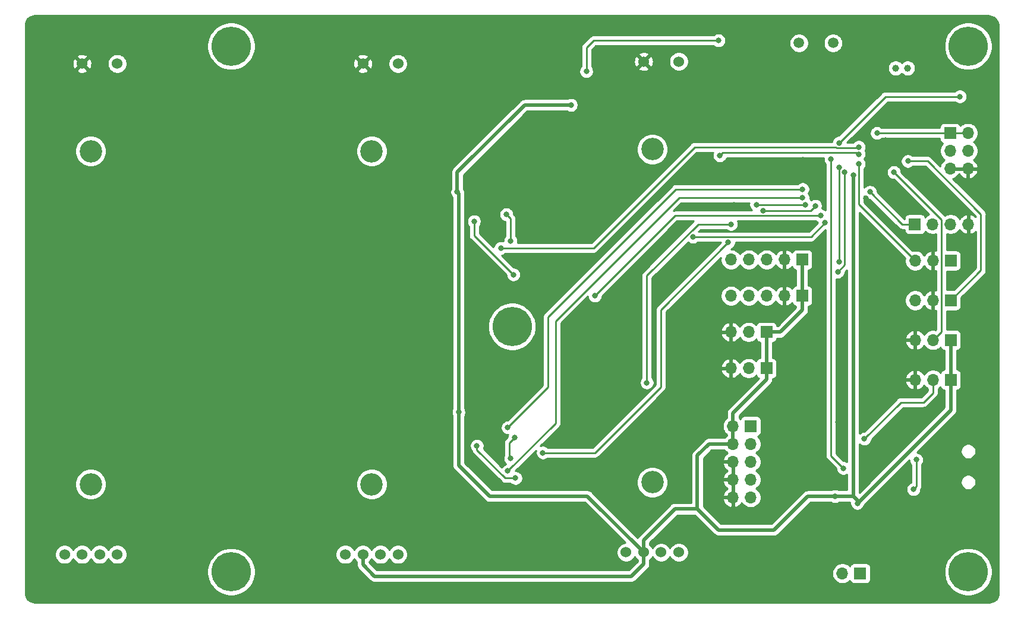
<source format=gbl>
%TF.GenerationSoftware,KiCad,Pcbnew,5.1.10-88a1d61d58~88~ubuntu20.04.1*%
%TF.CreationDate,2021-05-18T23:57:07+02:00*%
%TF.ProjectId,C152Quadrant,43313532-5175-4616-9472-616e742e6b69,rev?*%
%TF.SameCoordinates,Original*%
%TF.FileFunction,Copper,L2,Bot*%
%TF.FilePolarity,Positive*%
%FSLAX46Y46*%
G04 Gerber Fmt 4.6, Leading zero omitted, Abs format (unit mm)*
G04 Created by KiCad (PCBNEW 5.1.10-88a1d61d58~88~ubuntu20.04.1) date 2021-05-18 23:57:07*
%MOMM*%
%LPD*%
G01*
G04 APERTURE LIST*
%TA.AperFunction,ComponentPad*%
%ADD10C,3.200000*%
%TD*%
%TA.AperFunction,ComponentPad*%
%ADD11C,1.524000*%
%TD*%
%TA.AperFunction,ComponentPad*%
%ADD12O,1.700000X1.700000*%
%TD*%
%TA.AperFunction,ComponentPad*%
%ADD13R,1.700000X1.700000*%
%TD*%
%TA.AperFunction,ComponentPad*%
%ADD14C,1.500000*%
%TD*%
%TA.AperFunction,ComponentPad*%
%ADD15C,1.000000*%
%TD*%
%TA.AperFunction,ComponentPad*%
%ADD16C,5.600000*%
%TD*%
%TA.AperFunction,ViaPad*%
%ADD17C,0.800000*%
%TD*%
%TA.AperFunction,Conductor*%
%ADD18C,0.250000*%
%TD*%
%TA.AperFunction,Conductor*%
%ADD19C,0.500000*%
%TD*%
%TA.AperFunction,Conductor*%
%ADD20C,0.254000*%
%TD*%
%TA.AperFunction,Conductor*%
%ADD21C,0.100000*%
%TD*%
G04 APERTURE END LIST*
D10*
%TO.P,RV_MIXT1,*%
%TO.N,*%
X190000000Y-94700000D03*
X190000000Y-142200000D03*
D11*
X193750000Y-82200000D03*
%TO.P,RV_MIXT1,3*%
%TO.N,GND*%
X188750000Y-82200000D03*
%TO.P,RV_MIXT1,*%
%TO.N,*%
X193750000Y-152200000D03*
X191250000Y-152200000D03*
%TO.P,RV_MIXT1,2*%
%TO.N,/A2*%
X186250000Y-152200000D03*
%TO.P,RV_MIXT1,1*%
%TO.N,+3V3*%
X188750000Y-152200000D03*
%TD*%
D10*
%TO.P,RV_CARB1,*%
%TO.N,*%
X110000000Y-95000000D03*
X110000000Y-142500000D03*
D11*
X113750000Y-82500000D03*
%TO.P,RV_CARB1,3*%
%TO.N,GND*%
X108750000Y-82500000D03*
%TO.P,RV_CARB1,*%
%TO.N,*%
X113750000Y-152500000D03*
X111250000Y-152500000D03*
%TO.P,RV_CARB1,2*%
%TO.N,/A0*%
X106250000Y-152500000D03*
%TO.P,RV_CARB1,1*%
%TO.N,+3V3*%
X108750000Y-152500000D03*
%TD*%
D10*
%TO.P,RV_THROT1,*%
%TO.N,*%
X150000000Y-95000000D03*
X150000000Y-142500000D03*
D11*
X153750000Y-82500000D03*
%TO.P,RV_THROT1,3*%
%TO.N,GND*%
X148750000Y-82500000D03*
%TO.P,RV_THROT1,*%
%TO.N,*%
X153750000Y-152500000D03*
X151250000Y-152500000D03*
%TO.P,RV_THROT1,2*%
%TO.N,/A1*%
X146250000Y-152500000D03*
%TO.P,RV_THROT1,1*%
%TO.N,+3V3*%
X148750000Y-152500000D03*
%TD*%
D12*
%TO.P,ENC_ALT1,3*%
%TO.N,/B5*%
X227420000Y-110600000D03*
%TO.P,ENC_ALT1,2*%
%TO.N,GND*%
X229960000Y-110600000D03*
D13*
%TO.P,ENC_ALT1,1*%
%TO.N,/B4*%
X232500000Y-110600000D03*
%TD*%
%TO.P,ENC_COMP1,1*%
%TO.N,/B6*%
X232500000Y-116266666D03*
D12*
%TO.P,ENC_COMP1,2*%
%TO.N,GND*%
X229960000Y-116266666D03*
%TO.P,ENC_COMP1,3*%
%TO.N,/B7*%
X227420000Y-116266666D03*
%TD*%
%TO.P,ENC_NAV1_SW1,3*%
%TO.N,GND*%
X227420000Y-121933332D03*
%TO.P,ENC_NAV1_SW1,2*%
%TO.N,/B3*%
X229960000Y-121933332D03*
D13*
%TO.P,ENC_NAV1_SW1,1*%
%TO.N,+3V3*%
X232500000Y-121933332D03*
%TD*%
%TO.P,ENC_NAV2_SW1,1*%
%TO.N,+3V3*%
X232500000Y-127600000D03*
D12*
%TO.P,ENC_NAV2_SW1,2*%
%TO.N,/B1*%
X229960000Y-127600000D03*
%TO.P,ENC_NAV2_SW1,3*%
%TO.N,GND*%
X227420000Y-127600000D03*
%TD*%
D13*
%TO.P,J1,1*%
%TO.N,+3V3*%
X232400000Y-92400000D03*
D12*
%TO.P,J1,2*%
X234940000Y-92400000D03*
%TO.P,J1,3*%
%TO.N,Net-(J1-Pad3)*%
X232400000Y-94940000D03*
%TO.P,J1,4*%
%TO.N,Net-(J1-Pad4)*%
X234940000Y-94940000D03*
%TO.P,J1,5*%
%TO.N,GND*%
X232400000Y-97480000D03*
%TO.P,J1,6*%
X234940000Y-97480000D03*
%TD*%
D13*
%TO.P,PWRLED1,1*%
%TO.N,+3V3*%
X219600000Y-155200000D03*
D12*
%TO.P,PWRLED1,2*%
%TO.N,Net-(PWRLED1-Pad2)*%
X217060000Y-155200000D03*
%TD*%
%TO.P,RV_FLAPS1,3*%
%TO.N,GND*%
X201170000Y-125950000D03*
%TO.P,RV_FLAPS1,2*%
%TO.N,/A4*%
X203710000Y-125950000D03*
D13*
%TO.P,RV_FLAPS1,1*%
%TO.N,+3V3*%
X206250000Y-125950000D03*
%TD*%
%TO.P,RV_TRIM1,1*%
%TO.N,+3V3*%
X206250000Y-120783332D03*
D12*
%TO.P,RV_TRIM1,2*%
%TO.N,/A3*%
X203710000Y-120783332D03*
%TO.P,RV_TRIM1,3*%
%TO.N,GND*%
X201170000Y-120783332D03*
%TD*%
D13*
%TO.P,STLNK1,1*%
%TO.N,+3V3*%
X227400000Y-105400000D03*
D12*
%TO.P,STLNK1,2*%
%TO.N,/SWDIO*%
X229940000Y-105400000D03*
%TO.P,STLNK1,3*%
%TO.N,/SWCLK*%
X232480000Y-105400000D03*
%TO.P,STLNK1,4*%
%TO.N,GND*%
X235020000Y-105400000D03*
%TD*%
D14*
%TO.P,Y1,1*%
%TO.N,Net-(C11-Pad1)*%
X215750000Y-79550000D03*
%TO.P,Y1,2*%
%TO.N,Net-(C12-Pad1)*%
X210870000Y-79550000D03*
%TD*%
D15*
%TO.P,Y2,1*%
%TO.N,Net-(C13-Pad1)*%
X226350000Y-83150000D03*
%TO.P,Y2,2*%
%TO.N,Net-(C14-Pad1)*%
X224650000Y-83150000D03*
%TD*%
D12*
%TO.P,ENC_NAV1,5*%
%TO.N,Net-(ENC_NAV1-Pad5)*%
X201190000Y-110450000D03*
%TO.P,ENC_NAV1,4*%
%TO.N,Net-(ENC_NAV1-Pad4)*%
X203730000Y-110450000D03*
%TO.P,ENC_NAV1,3*%
%TO.N,Net-(ENC_NAV1-Pad3)*%
X206270000Y-110450000D03*
%TO.P,ENC_NAV1,2*%
%TO.N,GND*%
X208810000Y-110450000D03*
D13*
%TO.P,ENC_NAV1,1*%
%TO.N,+3V3*%
X211350000Y-110450000D03*
%TD*%
%TO.P,ENC_NAV2,1*%
%TO.N,+3V3*%
X211350000Y-115616666D03*
D12*
%TO.P,ENC_NAV2,2*%
%TO.N,GND*%
X208810000Y-115616666D03*
%TO.P,ENC_NAV2,3*%
%TO.N,Net-(ENC_NAV2-Pad3)*%
X206270000Y-115616666D03*
%TO.P,ENC_NAV2,4*%
%TO.N,Net-(ENC_NAV2-Pad4)*%
X203730000Y-115616666D03*
%TO.P,ENC_NAV2,5*%
%TO.N,Net-(ENC_NAV2-Pad5)*%
X201190000Y-115616666D03*
%TD*%
D16*
%TO.P,H1,1*%
%TO.N,N/C*%
X130000000Y-80000000D03*
%TD*%
%TO.P,H2,1*%
%TO.N,N/C*%
X170000000Y-120000000D03*
%TD*%
%TO.P,H3,1*%
%TO.N,N/C*%
X235000000Y-155000000D03*
%TD*%
%TO.P,H4,1*%
%TO.N,N/C*%
X130000000Y-155000000D03*
%TD*%
%TO.P,H5,1*%
%TO.N,N/C*%
X235000000Y-80000000D03*
%TD*%
D13*
%TO.P,J3,1*%
%TO.N,/A6*%
X204000000Y-134200000D03*
D12*
%TO.P,J3,2*%
%TO.N,+3V3*%
X201460000Y-134200000D03*
%TO.P,J3,3*%
%TO.N,/A7*%
X204000000Y-136740000D03*
%TO.P,J3,4*%
%TO.N,+3V3*%
X201460000Y-136740000D03*
%TO.P,J3,5*%
%TO.N,/A8*%
X204000000Y-139280000D03*
%TO.P,J3,6*%
%TO.N,GND*%
X201460000Y-139280000D03*
%TO.P,J3,7*%
%TO.N,/I2C_SDA*%
X204000000Y-141820000D03*
%TO.P,J3,8*%
%TO.N,GND*%
X201460000Y-141820000D03*
%TO.P,J3,9*%
%TO.N,/I2C_SCL*%
X204000000Y-144360000D03*
%TO.P,J3,10*%
%TO.N,GND*%
X201460000Y-144360000D03*
%TD*%
D17*
%TO.N,GND*%
X211412653Y-96212653D03*
X171200000Y-146600000D03*
X199200000Y-154600000D03*
X210600000Y-154400000D03*
X207600000Y-139400000D03*
X210800000Y-136000000D03*
X220400000Y-141200000D03*
X222000000Y-129000000D03*
X192000000Y-135000000D03*
X197400000Y-128800000D03*
X168800000Y-127000000D03*
X180600000Y-125400000D03*
X162200000Y-152800000D03*
X179600000Y-152400000D03*
X115000000Y-146400000D03*
X126800000Y-146400000D03*
X116800000Y-155800000D03*
X138200000Y-155600000D03*
X127000000Y-133600000D03*
X127000000Y-113600000D03*
X127000000Y-90200000D03*
X105600000Y-88600000D03*
X147800000Y-89400000D03*
X149800000Y-114800000D03*
X150400000Y-133400000D03*
X159200000Y-118800000D03*
X190600000Y-109000000D03*
X196000000Y-109800000D03*
X181000000Y-110200000D03*
X171200000Y-97400000D03*
X184000000Y-98600000D03*
X184800000Y-87400000D03*
X195400000Y-87200000D03*
X204600000Y-79800000D03*
X136600000Y-99200000D03*
X135800000Y-78600000D03*
X164200000Y-109800000D03*
X164200000Y-102200000D03*
X160400000Y-105600000D03*
X223195198Y-93395198D03*
X214200000Y-89000000D03*
X215200000Y-87600000D03*
X209600000Y-83000000D03*
X224000000Y-101000000D03*
X222600000Y-112800000D03*
X236600000Y-131200000D03*
X225800000Y-145000000D03*
X214000000Y-139400000D03*
X214000000Y-132600000D03*
X206800000Y-105800000D03*
X196400000Y-102800000D03*
X201600000Y-102600000D03*
X216400000Y-133600000D03*
X164800000Y-139200000D03*
X164400000Y-134000000D03*
X161000000Y-137200000D03*
X160800000Y-139400000D03*
X220400000Y-101675000D03*
X203200000Y-97800000D03*
%TO.N,Net-(C15-Pad2)*%
X199400000Y-79200000D03*
X180600000Y-83600000D03*
%TO.N,+5V*%
X227600000Y-139000000D03*
X227200000Y-143200000D03*
%TO.N,+3V3*%
X221000000Y-100800000D03*
X218600000Y-98400000D03*
X222000000Y-92400000D03*
X162400000Y-132200000D03*
X162200000Y-100800000D03*
X178400000Y-88400000D03*
X219200000Y-145200000D03*
X216000000Y-144200000D03*
%TO.N,/B5*%
X219400000Y-96800000D03*
%TO.N,/B6*%
X226400000Y-96399994D03*
%TO.N,/B9*%
X168400000Y-108800000D03*
X219400000Y-94400000D03*
%TO.N,/B8*%
X199600000Y-95600000D03*
X219400000Y-95400000D03*
%TO.N,/B13*%
X211400000Y-101600000D03*
X169400000Y-140600000D03*
%TO.N,/B12*%
X211400000Y-100400000D03*
X169399990Y-134400000D03*
%TO.N,/B14*%
X189200000Y-128000000D03*
X201200000Y-105400000D03*
X204800000Y-102600000D03*
X211800000Y-102600000D03*
%TO.N,/B15*%
X213200000Y-102800000D03*
X205800000Y-103475000D03*
X200800000Y-108000000D03*
X174400000Y-138000000D03*
%TO.N,/BOOT1*%
X233800000Y-87200000D03*
X216600000Y-93799990D03*
%TO.N,/B1*%
X215432740Y-96099969D03*
X217200000Y-140200000D03*
X220200000Y-136000000D03*
%TO.N,/A9*%
X214000000Y-104200000D03*
X181800000Y-115600000D03*
%TO.N,/A10*%
X195800000Y-107200000D03*
X214600000Y-105200000D03*
%TO.N,/B3*%
X224400000Y-98000000D03*
%TO.N,Net-(ENC_NAV1-Pad4)*%
X170200000Y-112600000D03*
X164600000Y-105000000D03*
%TO.N,Net-(ENC_NAV1-Pad3)*%
X169200000Y-104000000D03*
X169800000Y-107800000D03*
%TO.N,Net-(ENC_NAV2-Pad3)*%
X169800000Y-138800000D03*
X170400000Y-135800000D03*
%TO.N,Net-(ENC_NAV2-Pad4)*%
X165000000Y-137000000D03*
X170489750Y-141608573D03*
%TO.N,/I2C_SDA*%
X216400000Y-112200000D03*
X217400000Y-98000000D03*
%TO.N,/I2C_SCL*%
X216600000Y-110800002D03*
X216600000Y-97274990D03*
%TD*%
D18*
%TO.N,Net-(C15-Pad2)*%
X199400000Y-79200000D02*
X181600000Y-79200000D01*
X180600000Y-80200000D02*
X180600000Y-83600000D01*
X181600000Y-79200000D02*
X180600000Y-80200000D01*
%TO.N,+5V*%
X227600000Y-142800000D02*
X227200000Y-143200000D01*
X227600000Y-139000000D02*
X227600000Y-142800000D01*
%TO.N,+3V3*%
X234940000Y-92400000D02*
X232400000Y-92400000D01*
X227400000Y-105400000D02*
X225600000Y-105400000D01*
D19*
X218600000Y-144200000D02*
X218600000Y-98400000D01*
X212136000Y-144200000D02*
X207336000Y-149000000D01*
X207336000Y-149000000D02*
X199400000Y-149000000D01*
X199400000Y-149000000D02*
X196400000Y-146000000D01*
X196400000Y-146000000D02*
X196400000Y-138400000D01*
X198060000Y-136740000D02*
X201460000Y-136740000D01*
X196400000Y-138400000D02*
X198060000Y-136740000D01*
X201460000Y-136740000D02*
X201460000Y-134200000D01*
X196400000Y-146000000D02*
X193200000Y-146000000D01*
X188750000Y-150450000D02*
X188750000Y-152200000D01*
X193200000Y-146000000D02*
X188750000Y-150450000D01*
X206250000Y-127550000D02*
X206250000Y-125950000D01*
X201460000Y-132340000D02*
X206250000Y-127550000D01*
X201460000Y-134200000D02*
X201460000Y-132340000D01*
X206250000Y-125950000D02*
X206250000Y-120783332D01*
X206250000Y-120783332D02*
X208216668Y-120783332D01*
X211350000Y-117650000D02*
X211350000Y-115616666D01*
X208216668Y-120783332D02*
X211350000Y-117650000D01*
X211350000Y-110450000D02*
X211350000Y-115616666D01*
D18*
X225600000Y-105400000D02*
X221000000Y-100800000D01*
D19*
X232500000Y-127600000D02*
X232500000Y-121933332D01*
D18*
X232400000Y-92400000D02*
X222000000Y-92400000D01*
D19*
X188750000Y-152200000D02*
X180750000Y-144200000D01*
X180750000Y-144200000D02*
X172341998Y-144200000D01*
X172341998Y-144200000D02*
X166800000Y-144200000D01*
X166800000Y-144200000D02*
X162400000Y-139800000D01*
X162400000Y-139800000D02*
X162400000Y-132200000D01*
X162400000Y-101000000D02*
X162200000Y-100800000D01*
X162400000Y-132200000D02*
X162400000Y-101000000D01*
X162200000Y-100800000D02*
X162200000Y-98000000D01*
X171800000Y-88400000D02*
X178400000Y-88400000D01*
X162200000Y-98000000D02*
X171800000Y-88400000D01*
X218600000Y-144200000D02*
X219200000Y-144800000D01*
X232500000Y-127600000D02*
X232500000Y-131900000D01*
X219200000Y-144800000D02*
X219200000Y-145200000D01*
X232500000Y-131900000D02*
X219200000Y-145200000D01*
X148750000Y-153950000D02*
X148750000Y-152500000D01*
X150400000Y-155600000D02*
X148750000Y-153950000D01*
X187000000Y-155600000D02*
X150400000Y-155600000D01*
X188750000Y-153850000D02*
X187000000Y-155600000D01*
X188750000Y-152200000D02*
X188750000Y-153850000D01*
X216000000Y-144200000D02*
X212136000Y-144200000D01*
X218600000Y-144200000D02*
X216000000Y-144200000D01*
D18*
%TO.N,/B5*%
X219400000Y-102580000D02*
X219400000Y-96800000D01*
X227420000Y-110600000D02*
X219400000Y-102580000D01*
%TO.N,/B6*%
X229199994Y-96399994D02*
X226400000Y-96399994D01*
X236800000Y-104000000D02*
X229199994Y-96399994D01*
X232500000Y-116266666D02*
X236800000Y-111966666D01*
X236800000Y-111966666D02*
X236800000Y-104000000D01*
%TO.N,/B9*%
X216251998Y-94525010D02*
X219274990Y-94525010D01*
X181600000Y-108800000D02*
X196000000Y-94400000D01*
X168400000Y-108800000D02*
X181600000Y-108800000D01*
X216126988Y-94400000D02*
X216251998Y-94525010D01*
X196000000Y-94400000D02*
X216126988Y-94400000D01*
X219274990Y-94525010D02*
X219400000Y-94400000D01*
%TO.N,/B8*%
X199600000Y-95600000D02*
X199999999Y-95200001D01*
X199999999Y-95200001D02*
X219200001Y-95200001D01*
X219200001Y-95200001D02*
X219400000Y-95400000D01*
%TO.N,/B13*%
X193800000Y-101600000D02*
X176200000Y-119200000D01*
X176200000Y-133800000D02*
X169400000Y-140600000D01*
X211400000Y-101600000D02*
X193800000Y-101600000D01*
X176200000Y-119200000D02*
X176200000Y-133800000D01*
%TO.N,/B12*%
X193363590Y-100400000D02*
X175149990Y-118613600D01*
X175149990Y-128650000D02*
X169399990Y-134400000D01*
X211400000Y-100400000D02*
X193363590Y-100400000D01*
X175149990Y-118613600D02*
X175149990Y-128650000D01*
%TO.N,/B14*%
X196526998Y-105400000D02*
X201200000Y-105400000D01*
X189200000Y-112726998D02*
X196526998Y-105400000D01*
X189200000Y-128000000D02*
X189200000Y-112726998D01*
X204800000Y-102600000D02*
X211800000Y-102600000D01*
%TO.N,/B15*%
X212525000Y-103475000D02*
X205800000Y-103475000D01*
X213200000Y-102800000D02*
X212525000Y-103475000D01*
X181800000Y-138000000D02*
X174400000Y-138000000D01*
X191200000Y-128600000D02*
X181800000Y-138000000D01*
X191200000Y-117600000D02*
X191200000Y-128600000D01*
X200800000Y-108000000D02*
X191200000Y-117600000D01*
%TO.N,/BOOT1*%
X223199990Y-87200000D02*
X216600000Y-93799990D01*
X233800000Y-87200000D02*
X223199990Y-87200000D01*
%TO.N,/B1*%
X215432740Y-113072740D02*
X215432740Y-96099969D01*
X215432740Y-138432740D02*
X217200000Y-140200000D01*
X215432740Y-113072740D02*
X215432740Y-138432740D01*
X220200000Y-136000000D02*
X225400000Y-130800000D01*
X225400000Y-130800000D02*
X228600000Y-130800000D01*
X229960000Y-129440000D02*
X229960000Y-127600000D01*
X228600000Y-130800000D02*
X229960000Y-129440000D01*
%TO.N,/A9*%
X214000000Y-104200000D02*
X193200000Y-104200000D01*
X193200000Y-104200000D02*
X181800000Y-115600000D01*
%TO.N,/A10*%
X212600000Y-107200000D02*
X214600000Y-105200000D01*
X195800000Y-107200000D02*
X212600000Y-107200000D01*
%TO.N,/B3*%
X231135001Y-104735001D02*
X224400000Y-98000000D01*
X231135001Y-120758331D02*
X231135001Y-104735001D01*
X229960000Y-121933332D02*
X231135001Y-120758331D01*
%TO.N,Net-(ENC_NAV1-Pad4)*%
X164600000Y-107000000D02*
X164600000Y-105000000D01*
X170200000Y-112600000D02*
X164600000Y-107000000D01*
%TO.N,Net-(ENC_NAV1-Pad3)*%
X169800000Y-104600000D02*
X169800000Y-107800000D01*
X169200000Y-104000000D02*
X169800000Y-104600000D01*
%TO.N,Net-(ENC_NAV2-Pad3)*%
X169600000Y-136600000D02*
X170400000Y-135800000D01*
X169600000Y-138600000D02*
X169600000Y-136600000D01*
X169800000Y-138800000D02*
X169600000Y-138600000D01*
%TO.N,Net-(ENC_NAV2-Pad4)*%
X165000000Y-137565685D02*
X169042888Y-141608573D01*
X165000000Y-137000000D02*
X165000000Y-137565685D01*
X169042888Y-141608573D02*
X170489750Y-141608573D01*
%TO.N,/I2C_SDA*%
X216400000Y-112200000D02*
X217400000Y-111200000D01*
X217400000Y-111200000D02*
X217400000Y-98000000D01*
%TO.N,/I2C_SCL*%
X216600000Y-110800002D02*
X216600000Y-97274990D01*
%TD*%
D20*
%TO.N,GND*%
X238098505Y-75692434D02*
X238385641Y-75779125D01*
X238650472Y-75919938D01*
X238882906Y-76109507D01*
X239074095Y-76340615D01*
X239216750Y-76604451D01*
X239305445Y-76890977D01*
X239340001Y-77219757D01*
X239340000Y-157967721D01*
X239311375Y-158259660D01*
X239235965Y-158509429D01*
X239113477Y-158739794D01*
X238948579Y-158941979D01*
X238747546Y-159108288D01*
X238518046Y-159232378D01*
X238268805Y-159309531D01*
X237978911Y-159340000D01*
X102032279Y-159340000D01*
X101740340Y-159311375D01*
X101490571Y-159235965D01*
X101260206Y-159113477D01*
X101058021Y-158948579D01*
X100891712Y-158747546D01*
X100767622Y-158518046D01*
X100690469Y-158268805D01*
X100660000Y-157978911D01*
X100660000Y-154661682D01*
X126565000Y-154661682D01*
X126565000Y-155338318D01*
X126697006Y-156001952D01*
X126955943Y-156627082D01*
X127331862Y-157189685D01*
X127810315Y-157668138D01*
X128372918Y-158044057D01*
X128998048Y-158302994D01*
X129661682Y-158435000D01*
X130338318Y-158435000D01*
X131001952Y-158302994D01*
X131627082Y-158044057D01*
X132189685Y-157668138D01*
X132668138Y-157189685D01*
X133044057Y-156627082D01*
X133302994Y-156001952D01*
X133435000Y-155338318D01*
X133435000Y-154661682D01*
X133302994Y-153998048D01*
X133044057Y-153372918D01*
X132668138Y-152810315D01*
X132220231Y-152362408D01*
X144853000Y-152362408D01*
X144853000Y-152637592D01*
X144906686Y-152907490D01*
X145011995Y-153161727D01*
X145164880Y-153390535D01*
X145359465Y-153585120D01*
X145588273Y-153738005D01*
X145842510Y-153843314D01*
X146112408Y-153897000D01*
X146387592Y-153897000D01*
X146657490Y-153843314D01*
X146911727Y-153738005D01*
X147140535Y-153585120D01*
X147335120Y-153390535D01*
X147488005Y-153161727D01*
X147500000Y-153132769D01*
X147511995Y-153161727D01*
X147664880Y-153390535D01*
X147859465Y-153585120D01*
X147865000Y-153588819D01*
X147865000Y-153906530D01*
X147860719Y-153950000D01*
X147865000Y-153993469D01*
X147865000Y-153993476D01*
X147877805Y-154123489D01*
X147928411Y-154290312D01*
X148010589Y-154444058D01*
X148121183Y-154578817D01*
X148154956Y-154606534D01*
X149743470Y-156195049D01*
X149771183Y-156228817D01*
X149804951Y-156256530D01*
X149804953Y-156256532D01*
X149850827Y-156294180D01*
X149905941Y-156339411D01*
X150059687Y-156421589D01*
X150226510Y-156472195D01*
X150356523Y-156485000D01*
X150356533Y-156485000D01*
X150399999Y-156489281D01*
X150443465Y-156485000D01*
X186956531Y-156485000D01*
X187000000Y-156489281D01*
X187043469Y-156485000D01*
X187043477Y-156485000D01*
X187173490Y-156472195D01*
X187340313Y-156421589D01*
X187494059Y-156339411D01*
X187628817Y-156228817D01*
X187656534Y-156195044D01*
X188797838Y-155053740D01*
X215575000Y-155053740D01*
X215575000Y-155346260D01*
X215632068Y-155633158D01*
X215744010Y-155903411D01*
X215906525Y-156146632D01*
X216113368Y-156353475D01*
X216356589Y-156515990D01*
X216626842Y-156627932D01*
X216913740Y-156685000D01*
X217206260Y-156685000D01*
X217493158Y-156627932D01*
X217763411Y-156515990D01*
X218006632Y-156353475D01*
X218138487Y-156221620D01*
X218160498Y-156294180D01*
X218219463Y-156404494D01*
X218298815Y-156501185D01*
X218395506Y-156580537D01*
X218505820Y-156639502D01*
X218625518Y-156675812D01*
X218750000Y-156688072D01*
X220450000Y-156688072D01*
X220574482Y-156675812D01*
X220694180Y-156639502D01*
X220804494Y-156580537D01*
X220901185Y-156501185D01*
X220980537Y-156404494D01*
X221039502Y-156294180D01*
X221075812Y-156174482D01*
X221088072Y-156050000D01*
X221088072Y-154661682D01*
X231565000Y-154661682D01*
X231565000Y-155338318D01*
X231697006Y-156001952D01*
X231955943Y-156627082D01*
X232331862Y-157189685D01*
X232810315Y-157668138D01*
X233372918Y-158044057D01*
X233998048Y-158302994D01*
X234661682Y-158435000D01*
X235338318Y-158435000D01*
X236001952Y-158302994D01*
X236627082Y-158044057D01*
X237189685Y-157668138D01*
X237668138Y-157189685D01*
X238044057Y-156627082D01*
X238302994Y-156001952D01*
X238435000Y-155338318D01*
X238435000Y-154661682D01*
X238302994Y-153998048D01*
X238044057Y-153372918D01*
X237668138Y-152810315D01*
X237189685Y-152331862D01*
X236627082Y-151955943D01*
X236001952Y-151697006D01*
X235338318Y-151565000D01*
X234661682Y-151565000D01*
X233998048Y-151697006D01*
X233372918Y-151955943D01*
X232810315Y-152331862D01*
X232331862Y-152810315D01*
X231955943Y-153372918D01*
X231697006Y-153998048D01*
X231565000Y-154661682D01*
X221088072Y-154661682D01*
X221088072Y-154350000D01*
X221075812Y-154225518D01*
X221039502Y-154105820D01*
X220980537Y-153995506D01*
X220901185Y-153898815D01*
X220804494Y-153819463D01*
X220694180Y-153760498D01*
X220574482Y-153724188D01*
X220450000Y-153711928D01*
X218750000Y-153711928D01*
X218625518Y-153724188D01*
X218505820Y-153760498D01*
X218395506Y-153819463D01*
X218298815Y-153898815D01*
X218219463Y-153995506D01*
X218160498Y-154105820D01*
X218138487Y-154178380D01*
X218006632Y-154046525D01*
X217763411Y-153884010D01*
X217493158Y-153772068D01*
X217206260Y-153715000D01*
X216913740Y-153715000D01*
X216626842Y-153772068D01*
X216356589Y-153884010D01*
X216113368Y-154046525D01*
X215906525Y-154253368D01*
X215744010Y-154496589D01*
X215632068Y-154766842D01*
X215575000Y-155053740D01*
X188797838Y-155053740D01*
X189345049Y-154506530D01*
X189378817Y-154478817D01*
X189407343Y-154444059D01*
X189489411Y-154344059D01*
X189571589Y-154190313D01*
X189622195Y-154023490D01*
X189635000Y-153893477D01*
X189635000Y-153893469D01*
X189639281Y-153850000D01*
X189635000Y-153806531D01*
X189635000Y-153288818D01*
X189640535Y-153285120D01*
X189835120Y-153090535D01*
X189988005Y-152861727D01*
X190000000Y-152832769D01*
X190011995Y-152861727D01*
X190164880Y-153090535D01*
X190359465Y-153285120D01*
X190588273Y-153438005D01*
X190842510Y-153543314D01*
X191112408Y-153597000D01*
X191387592Y-153597000D01*
X191657490Y-153543314D01*
X191911727Y-153438005D01*
X192140535Y-153285120D01*
X192335120Y-153090535D01*
X192488005Y-152861727D01*
X192500000Y-152832769D01*
X192511995Y-152861727D01*
X192664880Y-153090535D01*
X192859465Y-153285120D01*
X193088273Y-153438005D01*
X193342510Y-153543314D01*
X193612408Y-153597000D01*
X193887592Y-153597000D01*
X194157490Y-153543314D01*
X194411727Y-153438005D01*
X194640535Y-153285120D01*
X194835120Y-153090535D01*
X194988005Y-152861727D01*
X195093314Y-152607490D01*
X195147000Y-152337592D01*
X195147000Y-152062408D01*
X195093314Y-151792510D01*
X194988005Y-151538273D01*
X194835120Y-151309465D01*
X194640535Y-151114880D01*
X194411727Y-150961995D01*
X194157490Y-150856686D01*
X193887592Y-150803000D01*
X193612408Y-150803000D01*
X193342510Y-150856686D01*
X193088273Y-150961995D01*
X192859465Y-151114880D01*
X192664880Y-151309465D01*
X192511995Y-151538273D01*
X192500000Y-151567231D01*
X192488005Y-151538273D01*
X192335120Y-151309465D01*
X192140535Y-151114880D01*
X191911727Y-150961995D01*
X191657490Y-150856686D01*
X191387592Y-150803000D01*
X191112408Y-150803000D01*
X190842510Y-150856686D01*
X190588273Y-150961995D01*
X190359465Y-151114880D01*
X190164880Y-151309465D01*
X190011995Y-151538273D01*
X190000000Y-151567231D01*
X189988005Y-151538273D01*
X189835120Y-151309465D01*
X189640535Y-151114880D01*
X189635000Y-151111182D01*
X189635000Y-150816578D01*
X193566579Y-146885000D01*
X196033422Y-146885000D01*
X198743470Y-149595049D01*
X198771183Y-149628817D01*
X198804951Y-149656530D01*
X198804953Y-149656532D01*
X198905941Y-149739411D01*
X199059686Y-149821589D01*
X199169675Y-149854954D01*
X199226510Y-149872195D01*
X199356523Y-149885000D01*
X199356531Y-149885000D01*
X199400000Y-149889281D01*
X199443469Y-149885000D01*
X207292531Y-149885000D01*
X207336000Y-149889281D01*
X207379469Y-149885000D01*
X207379477Y-149885000D01*
X207509490Y-149872195D01*
X207676313Y-149821589D01*
X207830059Y-149739411D01*
X207964817Y-149628817D01*
X207992534Y-149595044D01*
X212502579Y-145085000D01*
X215461546Y-145085000D01*
X215509744Y-145117205D01*
X215698102Y-145195226D01*
X215898061Y-145235000D01*
X216101939Y-145235000D01*
X216301898Y-145195226D01*
X216490256Y-145117205D01*
X216538454Y-145085000D01*
X218167598Y-145085000D01*
X218165000Y-145098061D01*
X218165000Y-145301939D01*
X218204774Y-145501898D01*
X218282795Y-145690256D01*
X218396063Y-145859774D01*
X218540226Y-146003937D01*
X218709744Y-146117205D01*
X218898102Y-146195226D01*
X219098061Y-146235000D01*
X219301939Y-146235000D01*
X219501898Y-146195226D01*
X219690256Y-146117205D01*
X219859774Y-146003937D01*
X220003937Y-145859774D01*
X220117205Y-145690256D01*
X220195226Y-145501898D01*
X220206535Y-145445043D01*
X226565000Y-139086579D01*
X226565000Y-139101939D01*
X226604774Y-139301898D01*
X226682795Y-139490256D01*
X226796063Y-139659774D01*
X226840000Y-139703711D01*
X226840001Y-142228840D01*
X226709744Y-142282795D01*
X226540226Y-142396063D01*
X226396063Y-142540226D01*
X226282795Y-142709744D01*
X226204774Y-142898102D01*
X226165000Y-143098061D01*
X226165000Y-143301939D01*
X226204774Y-143501898D01*
X226282795Y-143690256D01*
X226396063Y-143859774D01*
X226540226Y-144003937D01*
X226709744Y-144117205D01*
X226898102Y-144195226D01*
X227098061Y-144235000D01*
X227301939Y-144235000D01*
X227501898Y-144195226D01*
X227690256Y-144117205D01*
X227859774Y-144003937D01*
X228003937Y-143859774D01*
X228117205Y-143690256D01*
X228195226Y-143501898D01*
X228235000Y-143301939D01*
X228235000Y-143224227D01*
X228305546Y-143092247D01*
X228349003Y-142948986D01*
X228360000Y-142837333D01*
X228360000Y-142837324D01*
X228363676Y-142800001D01*
X228360000Y-142762678D01*
X228360000Y-142093137D01*
X233915000Y-142093137D01*
X233915000Y-142306863D01*
X233956696Y-142516483D01*
X234038485Y-142713940D01*
X234157225Y-142891647D01*
X234308353Y-143042775D01*
X234486060Y-143161515D01*
X234683517Y-143243304D01*
X234893137Y-143285000D01*
X235106863Y-143285000D01*
X235316483Y-143243304D01*
X235513940Y-143161515D01*
X235691647Y-143042775D01*
X235842775Y-142891647D01*
X235961515Y-142713940D01*
X236043304Y-142516483D01*
X236085000Y-142306863D01*
X236085000Y-142093137D01*
X236043304Y-141883517D01*
X235961515Y-141686060D01*
X235842775Y-141508353D01*
X235691647Y-141357225D01*
X235513940Y-141238485D01*
X235316483Y-141156696D01*
X235106863Y-141115000D01*
X234893137Y-141115000D01*
X234683517Y-141156696D01*
X234486060Y-141238485D01*
X234308353Y-141357225D01*
X234157225Y-141508353D01*
X234038485Y-141686060D01*
X233956696Y-141883517D01*
X233915000Y-142093137D01*
X228360000Y-142093137D01*
X228360000Y-139703711D01*
X228403937Y-139659774D01*
X228517205Y-139490256D01*
X228595226Y-139301898D01*
X228635000Y-139101939D01*
X228635000Y-138898061D01*
X228595226Y-138698102D01*
X228517205Y-138509744D01*
X228403937Y-138340226D01*
X228259774Y-138196063D01*
X228090256Y-138082795D01*
X227901898Y-138004774D01*
X227701939Y-137965000D01*
X227686579Y-137965000D01*
X227958442Y-137693137D01*
X233915000Y-137693137D01*
X233915000Y-137906863D01*
X233956696Y-138116483D01*
X234038485Y-138313940D01*
X234157225Y-138491647D01*
X234308353Y-138642775D01*
X234486060Y-138761515D01*
X234683517Y-138843304D01*
X234893137Y-138885000D01*
X235106863Y-138885000D01*
X235316483Y-138843304D01*
X235513940Y-138761515D01*
X235691647Y-138642775D01*
X235842775Y-138491647D01*
X235961515Y-138313940D01*
X236043304Y-138116483D01*
X236085000Y-137906863D01*
X236085000Y-137693137D01*
X236043304Y-137483517D01*
X235961515Y-137286060D01*
X235842775Y-137108353D01*
X235691647Y-136957225D01*
X235513940Y-136838485D01*
X235316483Y-136756696D01*
X235106863Y-136715000D01*
X234893137Y-136715000D01*
X234683517Y-136756696D01*
X234486060Y-136838485D01*
X234308353Y-136957225D01*
X234157225Y-137108353D01*
X234038485Y-137286060D01*
X233956696Y-137483517D01*
X233915000Y-137693137D01*
X227958442Y-137693137D01*
X233095049Y-132556530D01*
X233128817Y-132528817D01*
X233239411Y-132394059D01*
X233321589Y-132240313D01*
X233372195Y-132073490D01*
X233385000Y-131943477D01*
X233385000Y-131943467D01*
X233389281Y-131900001D01*
X233385000Y-131856535D01*
X233385000Y-129084625D01*
X233474482Y-129075812D01*
X233594180Y-129039502D01*
X233704494Y-128980537D01*
X233801185Y-128901185D01*
X233880537Y-128804494D01*
X233939502Y-128694180D01*
X233975812Y-128574482D01*
X233988072Y-128450000D01*
X233988072Y-126750000D01*
X233975812Y-126625518D01*
X233939502Y-126505820D01*
X233880537Y-126395506D01*
X233801185Y-126298815D01*
X233704494Y-126219463D01*
X233594180Y-126160498D01*
X233474482Y-126124188D01*
X233385000Y-126115375D01*
X233385000Y-123417957D01*
X233474482Y-123409144D01*
X233594180Y-123372834D01*
X233704494Y-123313869D01*
X233801185Y-123234517D01*
X233880537Y-123137826D01*
X233939502Y-123027512D01*
X233975812Y-122907814D01*
X233988072Y-122783332D01*
X233988072Y-121083332D01*
X233975812Y-120958850D01*
X233939502Y-120839152D01*
X233880537Y-120728838D01*
X233801185Y-120632147D01*
X233704494Y-120552795D01*
X233594180Y-120493830D01*
X233474482Y-120457520D01*
X233350000Y-120445260D01*
X231895001Y-120445260D01*
X231895001Y-117754738D01*
X233350000Y-117754738D01*
X233474482Y-117742478D01*
X233594180Y-117706168D01*
X233704494Y-117647203D01*
X233801185Y-117567851D01*
X233880537Y-117471160D01*
X233939502Y-117360846D01*
X233975812Y-117241148D01*
X233988072Y-117116666D01*
X233988072Y-115853395D01*
X237311004Y-112530464D01*
X237340001Y-112506667D01*
X237434974Y-112390942D01*
X237505546Y-112258913D01*
X237549003Y-112115652D01*
X237560000Y-112003999D01*
X237560000Y-112003990D01*
X237563676Y-111966667D01*
X237560000Y-111929344D01*
X237560000Y-104037333D01*
X237563677Y-104000000D01*
X237549003Y-103851014D01*
X237505546Y-103707753D01*
X237434974Y-103575724D01*
X237363799Y-103488997D01*
X237340001Y-103459999D01*
X237311003Y-103436201D01*
X232785968Y-98911167D01*
X233031252Y-98824157D01*
X233281355Y-98675178D01*
X233497588Y-98480269D01*
X233670000Y-98249120D01*
X233842412Y-98480269D01*
X234058645Y-98675178D01*
X234308748Y-98824157D01*
X234583109Y-98921481D01*
X234813000Y-98800814D01*
X234813000Y-97607000D01*
X235067000Y-97607000D01*
X235067000Y-98800814D01*
X235296891Y-98921481D01*
X235571252Y-98824157D01*
X235821355Y-98675178D01*
X236037588Y-98480269D01*
X236211641Y-98246920D01*
X236336825Y-97984099D01*
X236381476Y-97836890D01*
X236260155Y-97607000D01*
X235067000Y-97607000D01*
X234813000Y-97607000D01*
X232527000Y-97607000D01*
X232527000Y-97627000D01*
X232273000Y-97627000D01*
X232273000Y-97607000D01*
X232253000Y-97607000D01*
X232253000Y-97353000D01*
X232273000Y-97353000D01*
X232273000Y-97333000D01*
X232527000Y-97333000D01*
X232527000Y-97353000D01*
X234813000Y-97353000D01*
X234813000Y-97333000D01*
X235067000Y-97333000D01*
X235067000Y-97353000D01*
X236260155Y-97353000D01*
X236381476Y-97123110D01*
X236336825Y-96975901D01*
X236211641Y-96713080D01*
X236037588Y-96479731D01*
X235821355Y-96284822D01*
X235704466Y-96215195D01*
X235886632Y-96093475D01*
X236093475Y-95886632D01*
X236255990Y-95643411D01*
X236367932Y-95373158D01*
X236425000Y-95086260D01*
X236425000Y-94793740D01*
X236367932Y-94506842D01*
X236255990Y-94236589D01*
X236093475Y-93993368D01*
X235886632Y-93786525D01*
X235712240Y-93670000D01*
X235886632Y-93553475D01*
X236093475Y-93346632D01*
X236255990Y-93103411D01*
X236367932Y-92833158D01*
X236425000Y-92546260D01*
X236425000Y-92253740D01*
X236367932Y-91966842D01*
X236255990Y-91696589D01*
X236093475Y-91453368D01*
X235886632Y-91246525D01*
X235643411Y-91084010D01*
X235373158Y-90972068D01*
X235086260Y-90915000D01*
X234793740Y-90915000D01*
X234506842Y-90972068D01*
X234236589Y-91084010D01*
X233993368Y-91246525D01*
X233861513Y-91378380D01*
X233839502Y-91305820D01*
X233780537Y-91195506D01*
X233701185Y-91098815D01*
X233604494Y-91019463D01*
X233494180Y-90960498D01*
X233374482Y-90924188D01*
X233250000Y-90911928D01*
X231550000Y-90911928D01*
X231425518Y-90924188D01*
X231305820Y-90960498D01*
X231195506Y-91019463D01*
X231098815Y-91098815D01*
X231019463Y-91195506D01*
X230960498Y-91305820D01*
X230924188Y-91425518D01*
X230911928Y-91550000D01*
X230911928Y-91640000D01*
X222703711Y-91640000D01*
X222659774Y-91596063D01*
X222490256Y-91482795D01*
X222301898Y-91404774D01*
X222101939Y-91365000D01*
X221898061Y-91365000D01*
X221698102Y-91404774D01*
X221509744Y-91482795D01*
X221340226Y-91596063D01*
X221196063Y-91740226D01*
X221082795Y-91909744D01*
X221004774Y-92098102D01*
X220965000Y-92298061D01*
X220965000Y-92501939D01*
X221004774Y-92701898D01*
X221082795Y-92890256D01*
X221196063Y-93059774D01*
X221340226Y-93203937D01*
X221509744Y-93317205D01*
X221698102Y-93395226D01*
X221898061Y-93435000D01*
X222101939Y-93435000D01*
X222301898Y-93395226D01*
X222490256Y-93317205D01*
X222659774Y-93203937D01*
X222703711Y-93160000D01*
X230911928Y-93160000D01*
X230911928Y-93250000D01*
X230924188Y-93374482D01*
X230960498Y-93494180D01*
X231019463Y-93604494D01*
X231098815Y-93701185D01*
X231195506Y-93780537D01*
X231305820Y-93839502D01*
X231378380Y-93861513D01*
X231246525Y-93993368D01*
X231084010Y-94236589D01*
X230972068Y-94506842D01*
X230915000Y-94793740D01*
X230915000Y-95086260D01*
X230972068Y-95373158D01*
X231084010Y-95643411D01*
X231246525Y-95886632D01*
X231453368Y-96093475D01*
X231635534Y-96215195D01*
X231518645Y-96284822D01*
X231302412Y-96479731D01*
X231128359Y-96713080D01*
X231003175Y-96975901D01*
X230967690Y-97092889D01*
X229763798Y-95888997D01*
X229739995Y-95859993D01*
X229624270Y-95765020D01*
X229492241Y-95694448D01*
X229348980Y-95650991D01*
X229237327Y-95639994D01*
X229237316Y-95639994D01*
X229199994Y-95636318D01*
X229162672Y-95639994D01*
X227103711Y-95639994D01*
X227059774Y-95596057D01*
X226890256Y-95482789D01*
X226701898Y-95404768D01*
X226501939Y-95364994D01*
X226298061Y-95364994D01*
X226098102Y-95404768D01*
X225909744Y-95482789D01*
X225740226Y-95596057D01*
X225596063Y-95740220D01*
X225482795Y-95909738D01*
X225404774Y-96098096D01*
X225365000Y-96298055D01*
X225365000Y-96501933D01*
X225404774Y-96701892D01*
X225482795Y-96890250D01*
X225596063Y-97059768D01*
X225740226Y-97203931D01*
X225909744Y-97317199D01*
X226098102Y-97395220D01*
X226298061Y-97434994D01*
X226501939Y-97434994D01*
X226701898Y-97395220D01*
X226890256Y-97317199D01*
X227059774Y-97203931D01*
X227103711Y-97159994D01*
X228885193Y-97159994D01*
X236040001Y-104314803D01*
X236040001Y-104324303D01*
X236020269Y-104302412D01*
X235786920Y-104128359D01*
X235524099Y-104003175D01*
X235376890Y-103958524D01*
X235147000Y-104079845D01*
X235147000Y-105273000D01*
X235167000Y-105273000D01*
X235167000Y-105527000D01*
X235147000Y-105527000D01*
X235147000Y-106720155D01*
X235376890Y-106841476D01*
X235524099Y-106796825D01*
X235786920Y-106671641D01*
X236020269Y-106497588D01*
X236040001Y-106475698D01*
X236040000Y-111651864D01*
X232913271Y-114778594D01*
X231895001Y-114778594D01*
X231895001Y-112088072D01*
X233350000Y-112088072D01*
X233474482Y-112075812D01*
X233594180Y-112039502D01*
X233704494Y-111980537D01*
X233801185Y-111901185D01*
X233880537Y-111804494D01*
X233939502Y-111694180D01*
X233975812Y-111574482D01*
X233988072Y-111450000D01*
X233988072Y-109750000D01*
X233975812Y-109625518D01*
X233939502Y-109505820D01*
X233880537Y-109395506D01*
X233801185Y-109298815D01*
X233704494Y-109219463D01*
X233594180Y-109160498D01*
X233474482Y-109124188D01*
X233350000Y-109111928D01*
X231895001Y-109111928D01*
X231895001Y-106765038D01*
X232046842Y-106827932D01*
X232333740Y-106885000D01*
X232626260Y-106885000D01*
X232913158Y-106827932D01*
X233183411Y-106715990D01*
X233426632Y-106553475D01*
X233633475Y-106346632D01*
X233755195Y-106164466D01*
X233824822Y-106281355D01*
X234019731Y-106497588D01*
X234253080Y-106671641D01*
X234515901Y-106796825D01*
X234663110Y-106841476D01*
X234893000Y-106720155D01*
X234893000Y-105527000D01*
X234873000Y-105527000D01*
X234873000Y-105273000D01*
X234893000Y-105273000D01*
X234893000Y-104079845D01*
X234663110Y-103958524D01*
X234515901Y-104003175D01*
X234253080Y-104128359D01*
X234019731Y-104302412D01*
X233824822Y-104518645D01*
X233755195Y-104635534D01*
X233633475Y-104453368D01*
X233426632Y-104246525D01*
X233183411Y-104084010D01*
X232913158Y-103972068D01*
X232626260Y-103915000D01*
X232333740Y-103915000D01*
X232046842Y-103972068D01*
X231776589Y-104084010D01*
X231646046Y-104171236D01*
X231646004Y-104171202D01*
X225435000Y-97960199D01*
X225435000Y-97898061D01*
X225395226Y-97698102D01*
X225317205Y-97509744D01*
X225203937Y-97340226D01*
X225059774Y-97196063D01*
X224890256Y-97082795D01*
X224701898Y-97004774D01*
X224501939Y-96965000D01*
X224298061Y-96965000D01*
X224098102Y-97004774D01*
X223909744Y-97082795D01*
X223740226Y-97196063D01*
X223596063Y-97340226D01*
X223482795Y-97509744D01*
X223404774Y-97698102D01*
X223365000Y-97898061D01*
X223365000Y-98101939D01*
X223404774Y-98301898D01*
X223482795Y-98490256D01*
X223596063Y-98659774D01*
X223740226Y-98803937D01*
X223909744Y-98917205D01*
X224098102Y-98995226D01*
X224298061Y-99035000D01*
X224360199Y-99035000D01*
X229358649Y-104033451D01*
X229236589Y-104084010D01*
X228993368Y-104246525D01*
X228861513Y-104378380D01*
X228839502Y-104305820D01*
X228780537Y-104195506D01*
X228701185Y-104098815D01*
X228604494Y-104019463D01*
X228494180Y-103960498D01*
X228374482Y-103924188D01*
X228250000Y-103911928D01*
X226550000Y-103911928D01*
X226425518Y-103924188D01*
X226305820Y-103960498D01*
X226195506Y-104019463D01*
X226098815Y-104098815D01*
X226019463Y-104195506D01*
X225960498Y-104305820D01*
X225924188Y-104425518D01*
X225911928Y-104550000D01*
X225911928Y-104637125D01*
X222035000Y-100760199D01*
X222035000Y-100698061D01*
X221995226Y-100498102D01*
X221917205Y-100309744D01*
X221803937Y-100140226D01*
X221659774Y-99996063D01*
X221490256Y-99882795D01*
X221301898Y-99804774D01*
X221101939Y-99765000D01*
X220898061Y-99765000D01*
X220698102Y-99804774D01*
X220509744Y-99882795D01*
X220340226Y-99996063D01*
X220196063Y-100140226D01*
X220160000Y-100194198D01*
X220160000Y-97503711D01*
X220203937Y-97459774D01*
X220317205Y-97290256D01*
X220395226Y-97101898D01*
X220435000Y-96901939D01*
X220435000Y-96698061D01*
X220395226Y-96498102D01*
X220317205Y-96309744D01*
X220203937Y-96140226D01*
X220163711Y-96100000D01*
X220203937Y-96059774D01*
X220317205Y-95890256D01*
X220395226Y-95701898D01*
X220435000Y-95501939D01*
X220435000Y-95298061D01*
X220395226Y-95098102D01*
X220317205Y-94909744D01*
X220310694Y-94900000D01*
X220317205Y-94890256D01*
X220395226Y-94701898D01*
X220435000Y-94501939D01*
X220435000Y-94298061D01*
X220395226Y-94098102D01*
X220317205Y-93909744D01*
X220203937Y-93740226D01*
X220059774Y-93596063D01*
X219890256Y-93482795D01*
X219701898Y-93404774D01*
X219501939Y-93365000D01*
X219298061Y-93365000D01*
X219098102Y-93404774D01*
X218909744Y-93482795D01*
X218740226Y-93596063D01*
X218596063Y-93740226D01*
X218579503Y-93765010D01*
X217709781Y-93765010D01*
X223514792Y-87960000D01*
X233096289Y-87960000D01*
X233140226Y-88003937D01*
X233309744Y-88117205D01*
X233498102Y-88195226D01*
X233698061Y-88235000D01*
X233901939Y-88235000D01*
X234101898Y-88195226D01*
X234290256Y-88117205D01*
X234459774Y-88003937D01*
X234603937Y-87859774D01*
X234717205Y-87690256D01*
X234795226Y-87501898D01*
X234835000Y-87301939D01*
X234835000Y-87098061D01*
X234795226Y-86898102D01*
X234717205Y-86709744D01*
X234603937Y-86540226D01*
X234459774Y-86396063D01*
X234290256Y-86282795D01*
X234101898Y-86204774D01*
X233901939Y-86165000D01*
X233698061Y-86165000D01*
X233498102Y-86204774D01*
X233309744Y-86282795D01*
X233140226Y-86396063D01*
X233096289Y-86440000D01*
X223237312Y-86440000D01*
X223199989Y-86436324D01*
X223162666Y-86440000D01*
X223162657Y-86440000D01*
X223051004Y-86450997D01*
X222907743Y-86494454D01*
X222775714Y-86565026D01*
X222659989Y-86659999D01*
X222636191Y-86688997D01*
X216560199Y-92764990D01*
X216498061Y-92764990D01*
X216298102Y-92804764D01*
X216109744Y-92882785D01*
X215940226Y-92996053D01*
X215796063Y-93140216D01*
X215682795Y-93309734D01*
X215604774Y-93498092D01*
X215576547Y-93640000D01*
X196037322Y-93640000D01*
X195999999Y-93636324D01*
X195962676Y-93640000D01*
X195962667Y-93640000D01*
X195851014Y-93650997D01*
X195707753Y-93694454D01*
X195575724Y-93765026D01*
X195459999Y-93859999D01*
X195436201Y-93888997D01*
X181285199Y-108040000D01*
X170807538Y-108040000D01*
X170835000Y-107901939D01*
X170835000Y-107698061D01*
X170795226Y-107498102D01*
X170717205Y-107309744D01*
X170603937Y-107140226D01*
X170560000Y-107096289D01*
X170560000Y-104637322D01*
X170563676Y-104599999D01*
X170560000Y-104562676D01*
X170560000Y-104562667D01*
X170549003Y-104451014D01*
X170505546Y-104307753D01*
X170497257Y-104292246D01*
X170434974Y-104175723D01*
X170363799Y-104088997D01*
X170340001Y-104059999D01*
X170311004Y-104036202D01*
X170235000Y-103960198D01*
X170235000Y-103898061D01*
X170195226Y-103698102D01*
X170117205Y-103509744D01*
X170003937Y-103340226D01*
X169859774Y-103196063D01*
X169690256Y-103082795D01*
X169501898Y-103004774D01*
X169301939Y-102965000D01*
X169098061Y-102965000D01*
X168898102Y-103004774D01*
X168709744Y-103082795D01*
X168540226Y-103196063D01*
X168396063Y-103340226D01*
X168282795Y-103509744D01*
X168204774Y-103698102D01*
X168165000Y-103898061D01*
X168165000Y-104101939D01*
X168204774Y-104301898D01*
X168282795Y-104490256D01*
X168396063Y-104659774D01*
X168540226Y-104803937D01*
X168709744Y-104917205D01*
X168898102Y-104995226D01*
X169040000Y-105023451D01*
X169040001Y-107096288D01*
X168996063Y-107140226D01*
X168882795Y-107309744D01*
X168804774Y-107498102D01*
X168765000Y-107698061D01*
X168765000Y-107830912D01*
X168701898Y-107804774D01*
X168501939Y-107765000D01*
X168298061Y-107765000D01*
X168098102Y-107804774D01*
X167909744Y-107882795D01*
X167740226Y-107996063D01*
X167596063Y-108140226D01*
X167482795Y-108309744D01*
X167404774Y-108498102D01*
X167366304Y-108691503D01*
X165360000Y-106685199D01*
X165360000Y-105703711D01*
X165403937Y-105659774D01*
X165517205Y-105490256D01*
X165595226Y-105301898D01*
X165635000Y-105101939D01*
X165635000Y-104898061D01*
X165595226Y-104698102D01*
X165517205Y-104509744D01*
X165403937Y-104340226D01*
X165259774Y-104196063D01*
X165090256Y-104082795D01*
X164901898Y-104004774D01*
X164701939Y-103965000D01*
X164498061Y-103965000D01*
X164298102Y-104004774D01*
X164109744Y-104082795D01*
X163940226Y-104196063D01*
X163796063Y-104340226D01*
X163682795Y-104509744D01*
X163604774Y-104698102D01*
X163565000Y-104898061D01*
X163565000Y-105101939D01*
X163604774Y-105301898D01*
X163682795Y-105490256D01*
X163796063Y-105659774D01*
X163840001Y-105703712D01*
X163840000Y-106962677D01*
X163836324Y-107000000D01*
X163840000Y-107037322D01*
X163840000Y-107037332D01*
X163850997Y-107148985D01*
X163877491Y-107236324D01*
X163894454Y-107292246D01*
X163965026Y-107424276D01*
X164004871Y-107472826D01*
X164059999Y-107540001D01*
X164089003Y-107563804D01*
X169165000Y-112639802D01*
X169165000Y-112701939D01*
X169204774Y-112901898D01*
X169282795Y-113090256D01*
X169396063Y-113259774D01*
X169540226Y-113403937D01*
X169709744Y-113517205D01*
X169898102Y-113595226D01*
X170098061Y-113635000D01*
X170301939Y-113635000D01*
X170501898Y-113595226D01*
X170690256Y-113517205D01*
X170859774Y-113403937D01*
X171003937Y-113259774D01*
X171117205Y-113090256D01*
X171195226Y-112901898D01*
X171235000Y-112701939D01*
X171235000Y-112498061D01*
X171195226Y-112298102D01*
X171117205Y-112109744D01*
X171003937Y-111940226D01*
X170859774Y-111796063D01*
X170690256Y-111682795D01*
X170501898Y-111604774D01*
X170301939Y-111565000D01*
X170239802Y-111565000D01*
X168508497Y-109833696D01*
X168701898Y-109795226D01*
X168890256Y-109717205D01*
X169059774Y-109603937D01*
X169103711Y-109560000D01*
X181562678Y-109560000D01*
X181600000Y-109563676D01*
X181637322Y-109560000D01*
X181637333Y-109560000D01*
X181748986Y-109549003D01*
X181892247Y-109505546D01*
X182024276Y-109434974D01*
X182140001Y-109340001D01*
X182163804Y-109310997D01*
X196314802Y-95160000D01*
X198661978Y-95160000D01*
X198604774Y-95298102D01*
X198565000Y-95498061D01*
X198565000Y-95701939D01*
X198604774Y-95901898D01*
X198682795Y-96090256D01*
X198796063Y-96259774D01*
X198940226Y-96403937D01*
X199109744Y-96517205D01*
X199298102Y-96595226D01*
X199498061Y-96635000D01*
X199701939Y-96635000D01*
X199901898Y-96595226D01*
X200090256Y-96517205D01*
X200259774Y-96403937D01*
X200403937Y-96259774D01*
X200517205Y-96090256D01*
X200571159Y-95960001D01*
X214405304Y-95960001D01*
X214397740Y-95998030D01*
X214397740Y-96201908D01*
X214437514Y-96401867D01*
X214515535Y-96590225D01*
X214628803Y-96759743D01*
X214672741Y-96803681D01*
X214672741Y-103409030D01*
X214659774Y-103396063D01*
X214490256Y-103282795D01*
X214301898Y-103204774D01*
X214163977Y-103177340D01*
X214195226Y-103101898D01*
X214235000Y-102901939D01*
X214235000Y-102698061D01*
X214195226Y-102498102D01*
X214117205Y-102309744D01*
X214003937Y-102140226D01*
X213859774Y-101996063D01*
X213690256Y-101882795D01*
X213501898Y-101804774D01*
X213301939Y-101765000D01*
X213098061Y-101765000D01*
X212898102Y-101804774D01*
X212709744Y-101882795D01*
X212610065Y-101949398D01*
X212603937Y-101940226D01*
X212459774Y-101796063D01*
X212421381Y-101770409D01*
X212435000Y-101701939D01*
X212435000Y-101498061D01*
X212395226Y-101298102D01*
X212317205Y-101109744D01*
X212243877Y-101000000D01*
X212317205Y-100890256D01*
X212395226Y-100701898D01*
X212435000Y-100501939D01*
X212435000Y-100298061D01*
X212395226Y-100098102D01*
X212317205Y-99909744D01*
X212203937Y-99740226D01*
X212059774Y-99596063D01*
X211890256Y-99482795D01*
X211701898Y-99404774D01*
X211501939Y-99365000D01*
X211298061Y-99365000D01*
X211098102Y-99404774D01*
X210909744Y-99482795D01*
X210740226Y-99596063D01*
X210696289Y-99640000D01*
X193400912Y-99640000D01*
X193363589Y-99636324D01*
X193326266Y-99640000D01*
X193326257Y-99640000D01*
X193214604Y-99650997D01*
X193071343Y-99694454D01*
X192939313Y-99765026D01*
X192855673Y-99833668D01*
X192823589Y-99859999D01*
X192799791Y-99888997D01*
X174638993Y-118049796D01*
X174609989Y-118073599D01*
X174555495Y-118140001D01*
X174515016Y-118189324D01*
X174467181Y-118278817D01*
X174444444Y-118321354D01*
X174400987Y-118464615D01*
X174389990Y-118576268D01*
X174389990Y-118576278D01*
X174386314Y-118613600D01*
X174389990Y-118650922D01*
X174389991Y-128335197D01*
X169360189Y-133365000D01*
X169298051Y-133365000D01*
X169098092Y-133404774D01*
X168909734Y-133482795D01*
X168740216Y-133596063D01*
X168596053Y-133740226D01*
X168482785Y-133909744D01*
X168404764Y-134098102D01*
X168364990Y-134298061D01*
X168364990Y-134501939D01*
X168404764Y-134701898D01*
X168482785Y-134890256D01*
X168596053Y-135059774D01*
X168740216Y-135203937D01*
X168909734Y-135317205D01*
X169098092Y-135395226D01*
X169298051Y-135435000D01*
X169430912Y-135435000D01*
X169404774Y-135498102D01*
X169365000Y-135698061D01*
X169365000Y-135760199D01*
X169088998Y-136036201D01*
X169060000Y-136059999D01*
X169036202Y-136088997D01*
X169036201Y-136088998D01*
X168965026Y-136175724D01*
X168894454Y-136307754D01*
X168850998Y-136451015D01*
X168836324Y-136600000D01*
X168840001Y-136637332D01*
X168840000Y-138413059D01*
X168804774Y-138498102D01*
X168765000Y-138698061D01*
X168765000Y-138901939D01*
X168804774Y-139101898D01*
X168882795Y-139290256D01*
X168996063Y-139459774D01*
X169133935Y-139597646D01*
X169098102Y-139604774D01*
X168909744Y-139682795D01*
X168740226Y-139796063D01*
X168596063Y-139940226D01*
X168537295Y-140028178D01*
X165941271Y-137432155D01*
X165995226Y-137301898D01*
X166035000Y-137101939D01*
X166035000Y-136898061D01*
X165995226Y-136698102D01*
X165917205Y-136509744D01*
X165803937Y-136340226D01*
X165659774Y-136196063D01*
X165490256Y-136082795D01*
X165301898Y-136004774D01*
X165101939Y-135965000D01*
X164898061Y-135965000D01*
X164698102Y-136004774D01*
X164509744Y-136082795D01*
X164340226Y-136196063D01*
X164196063Y-136340226D01*
X164082795Y-136509744D01*
X164004774Y-136698102D01*
X163965000Y-136898061D01*
X163965000Y-137101939D01*
X164004774Y-137301898D01*
X164082795Y-137490256D01*
X164196063Y-137659774D01*
X164251013Y-137714724D01*
X164294454Y-137857932D01*
X164300339Y-137868941D01*
X164365026Y-137989961D01*
X164436201Y-138076687D01*
X164460000Y-138105686D01*
X164488998Y-138129484D01*
X168479089Y-142119576D01*
X168502887Y-142148574D01*
X168531885Y-142172372D01*
X168618611Y-142243547D01*
X168737066Y-142306863D01*
X168750641Y-142314119D01*
X168893902Y-142357576D01*
X169005555Y-142368573D01*
X169005564Y-142368573D01*
X169042887Y-142372249D01*
X169080210Y-142368573D01*
X169786039Y-142368573D01*
X169829976Y-142412510D01*
X169999494Y-142525778D01*
X170187852Y-142603799D01*
X170387811Y-142643573D01*
X170591689Y-142643573D01*
X170791648Y-142603799D01*
X170980006Y-142525778D01*
X171149524Y-142412510D01*
X171293687Y-142268347D01*
X171406955Y-142098829D01*
X171456228Y-141979872D01*
X187765000Y-141979872D01*
X187765000Y-142420128D01*
X187850890Y-142851925D01*
X188019369Y-143258669D01*
X188263962Y-143624729D01*
X188575271Y-143936038D01*
X188941331Y-144180631D01*
X189348075Y-144349110D01*
X189779872Y-144435000D01*
X190220128Y-144435000D01*
X190651925Y-144349110D01*
X191058669Y-144180631D01*
X191424729Y-143936038D01*
X191736038Y-143624729D01*
X191980631Y-143258669D01*
X192149110Y-142851925D01*
X192235000Y-142420128D01*
X192235000Y-141979872D01*
X192149110Y-141548075D01*
X191980631Y-141141331D01*
X191736038Y-140775271D01*
X191424729Y-140463962D01*
X191058669Y-140219369D01*
X190651925Y-140050890D01*
X190220128Y-139965000D01*
X189779872Y-139965000D01*
X189348075Y-140050890D01*
X188941331Y-140219369D01*
X188575271Y-140463962D01*
X188263962Y-140775271D01*
X188019369Y-141141331D01*
X187850890Y-141548075D01*
X187765000Y-141979872D01*
X171456228Y-141979872D01*
X171484976Y-141910471D01*
X171524750Y-141710512D01*
X171524750Y-141506634D01*
X171484976Y-141306675D01*
X171406955Y-141118317D01*
X171293687Y-140948799D01*
X171149524Y-140804636D01*
X170980006Y-140691368D01*
X170791648Y-140613347D01*
X170591689Y-140573573D01*
X170501228Y-140573573D01*
X173424626Y-137650176D01*
X173404774Y-137698102D01*
X173365000Y-137898061D01*
X173365000Y-138101939D01*
X173404774Y-138301898D01*
X173482795Y-138490256D01*
X173596063Y-138659774D01*
X173740226Y-138803937D01*
X173909744Y-138917205D01*
X174098102Y-138995226D01*
X174298061Y-139035000D01*
X174501939Y-139035000D01*
X174701898Y-138995226D01*
X174890256Y-138917205D01*
X175059774Y-138803937D01*
X175103711Y-138760000D01*
X181762678Y-138760000D01*
X181800000Y-138763676D01*
X181837322Y-138760000D01*
X181837333Y-138760000D01*
X181948986Y-138749003D01*
X182092247Y-138705546D01*
X182224276Y-138634974D01*
X182340001Y-138540001D01*
X182363804Y-138510997D01*
X191711008Y-129163795D01*
X191740001Y-129140001D01*
X191763795Y-129111008D01*
X191763799Y-129111004D01*
X191826173Y-129035000D01*
X191834974Y-129024276D01*
X191905546Y-128892247D01*
X191949003Y-128748986D01*
X191960000Y-128637333D01*
X191960000Y-128637324D01*
X191963676Y-128600001D01*
X191960000Y-128562678D01*
X191960000Y-126306891D01*
X199728519Y-126306891D01*
X199825843Y-126581252D01*
X199974822Y-126831355D01*
X200169731Y-127047588D01*
X200403080Y-127221641D01*
X200665901Y-127346825D01*
X200813110Y-127391476D01*
X201043000Y-127270155D01*
X201043000Y-126077000D01*
X199849186Y-126077000D01*
X199728519Y-126306891D01*
X191960000Y-126306891D01*
X191960000Y-125593109D01*
X199728519Y-125593109D01*
X199849186Y-125823000D01*
X201043000Y-125823000D01*
X201043000Y-124629845D01*
X200813110Y-124508524D01*
X200665901Y-124553175D01*
X200403080Y-124678359D01*
X200169731Y-124852412D01*
X199974822Y-125068645D01*
X199825843Y-125318748D01*
X199728519Y-125593109D01*
X191960000Y-125593109D01*
X191960000Y-121140223D01*
X199728519Y-121140223D01*
X199825843Y-121414584D01*
X199974822Y-121664687D01*
X200169731Y-121880920D01*
X200403080Y-122054973D01*
X200665901Y-122180157D01*
X200813110Y-122224808D01*
X201043000Y-122103487D01*
X201043000Y-120910332D01*
X199849186Y-120910332D01*
X199728519Y-121140223D01*
X191960000Y-121140223D01*
X191960000Y-120426441D01*
X199728519Y-120426441D01*
X199849186Y-120656332D01*
X201043000Y-120656332D01*
X201043000Y-119463177D01*
X200813110Y-119341856D01*
X200665901Y-119386507D01*
X200403080Y-119511691D01*
X200169731Y-119685744D01*
X199974822Y-119901977D01*
X199825843Y-120152080D01*
X199728519Y-120426441D01*
X191960000Y-120426441D01*
X191960000Y-117914801D01*
X194404395Y-115470406D01*
X199705000Y-115470406D01*
X199705000Y-115762926D01*
X199762068Y-116049824D01*
X199874010Y-116320077D01*
X200036525Y-116563298D01*
X200243368Y-116770141D01*
X200486589Y-116932656D01*
X200756842Y-117044598D01*
X201043740Y-117101666D01*
X201336260Y-117101666D01*
X201623158Y-117044598D01*
X201893411Y-116932656D01*
X202136632Y-116770141D01*
X202343475Y-116563298D01*
X202460000Y-116388906D01*
X202576525Y-116563298D01*
X202783368Y-116770141D01*
X203026589Y-116932656D01*
X203296842Y-117044598D01*
X203583740Y-117101666D01*
X203876260Y-117101666D01*
X204163158Y-117044598D01*
X204433411Y-116932656D01*
X204676632Y-116770141D01*
X204883475Y-116563298D01*
X205000000Y-116388906D01*
X205116525Y-116563298D01*
X205323368Y-116770141D01*
X205566589Y-116932656D01*
X205836842Y-117044598D01*
X206123740Y-117101666D01*
X206416260Y-117101666D01*
X206703158Y-117044598D01*
X206973411Y-116932656D01*
X207216632Y-116770141D01*
X207423475Y-116563298D01*
X207545195Y-116381132D01*
X207614822Y-116498021D01*
X207809731Y-116714254D01*
X208043080Y-116888307D01*
X208305901Y-117013491D01*
X208453110Y-117058142D01*
X208683000Y-116936821D01*
X208683000Y-115743666D01*
X208663000Y-115743666D01*
X208663000Y-115489666D01*
X208683000Y-115489666D01*
X208683000Y-114296511D01*
X208453110Y-114175190D01*
X208305901Y-114219841D01*
X208043080Y-114345025D01*
X207809731Y-114519078D01*
X207614822Y-114735311D01*
X207545195Y-114852200D01*
X207423475Y-114670034D01*
X207216632Y-114463191D01*
X206973411Y-114300676D01*
X206703158Y-114188734D01*
X206416260Y-114131666D01*
X206123740Y-114131666D01*
X205836842Y-114188734D01*
X205566589Y-114300676D01*
X205323368Y-114463191D01*
X205116525Y-114670034D01*
X205000000Y-114844426D01*
X204883475Y-114670034D01*
X204676632Y-114463191D01*
X204433411Y-114300676D01*
X204163158Y-114188734D01*
X203876260Y-114131666D01*
X203583740Y-114131666D01*
X203296842Y-114188734D01*
X203026589Y-114300676D01*
X202783368Y-114463191D01*
X202576525Y-114670034D01*
X202460000Y-114844426D01*
X202343475Y-114670034D01*
X202136632Y-114463191D01*
X201893411Y-114300676D01*
X201623158Y-114188734D01*
X201336260Y-114131666D01*
X201043740Y-114131666D01*
X200756842Y-114188734D01*
X200486589Y-114300676D01*
X200243368Y-114463191D01*
X200036525Y-114670034D01*
X199874010Y-114913255D01*
X199762068Y-115183508D01*
X199705000Y-115470406D01*
X194404395Y-115470406D01*
X199738258Y-110136544D01*
X199705000Y-110303740D01*
X199705000Y-110596260D01*
X199762068Y-110883158D01*
X199874010Y-111153411D01*
X200036525Y-111396632D01*
X200243368Y-111603475D01*
X200486589Y-111765990D01*
X200756842Y-111877932D01*
X201043740Y-111935000D01*
X201336260Y-111935000D01*
X201623158Y-111877932D01*
X201893411Y-111765990D01*
X202136632Y-111603475D01*
X202343475Y-111396632D01*
X202460000Y-111222240D01*
X202576525Y-111396632D01*
X202783368Y-111603475D01*
X203026589Y-111765990D01*
X203296842Y-111877932D01*
X203583740Y-111935000D01*
X203876260Y-111935000D01*
X204163158Y-111877932D01*
X204433411Y-111765990D01*
X204676632Y-111603475D01*
X204883475Y-111396632D01*
X205000000Y-111222240D01*
X205116525Y-111396632D01*
X205323368Y-111603475D01*
X205566589Y-111765990D01*
X205836842Y-111877932D01*
X206123740Y-111935000D01*
X206416260Y-111935000D01*
X206703158Y-111877932D01*
X206973411Y-111765990D01*
X207216632Y-111603475D01*
X207423475Y-111396632D01*
X207545195Y-111214466D01*
X207614822Y-111331355D01*
X207809731Y-111547588D01*
X208043080Y-111721641D01*
X208305901Y-111846825D01*
X208453110Y-111891476D01*
X208683000Y-111770155D01*
X208683000Y-110577000D01*
X208663000Y-110577000D01*
X208663000Y-110323000D01*
X208683000Y-110323000D01*
X208683000Y-109129845D01*
X208453110Y-109008524D01*
X208305901Y-109053175D01*
X208043080Y-109178359D01*
X207809731Y-109352412D01*
X207614822Y-109568645D01*
X207545195Y-109685534D01*
X207423475Y-109503368D01*
X207216632Y-109296525D01*
X206973411Y-109134010D01*
X206703158Y-109022068D01*
X206416260Y-108965000D01*
X206123740Y-108965000D01*
X205836842Y-109022068D01*
X205566589Y-109134010D01*
X205323368Y-109296525D01*
X205116525Y-109503368D01*
X205000000Y-109677760D01*
X204883475Y-109503368D01*
X204676632Y-109296525D01*
X204433411Y-109134010D01*
X204163158Y-109022068D01*
X203876260Y-108965000D01*
X203583740Y-108965000D01*
X203296842Y-109022068D01*
X203026589Y-109134010D01*
X202783368Y-109296525D01*
X202576525Y-109503368D01*
X202460000Y-109677760D01*
X202343475Y-109503368D01*
X202136632Y-109296525D01*
X201893411Y-109134010D01*
X201623158Y-109022068D01*
X201336260Y-108965000D01*
X201174869Y-108965000D01*
X201290256Y-108917205D01*
X201459774Y-108803937D01*
X201603937Y-108659774D01*
X201717205Y-108490256D01*
X201795226Y-108301898D01*
X201835000Y-108101939D01*
X201835000Y-107960000D01*
X212562678Y-107960000D01*
X212600000Y-107963676D01*
X212637322Y-107960000D01*
X212637333Y-107960000D01*
X212748986Y-107949003D01*
X212892247Y-107905546D01*
X213024276Y-107834974D01*
X213140001Y-107740001D01*
X213163804Y-107710997D01*
X214639802Y-106235000D01*
X214672740Y-106235000D01*
X214672740Y-113035408D01*
X214672741Y-138395407D01*
X214669064Y-138432740D01*
X214683738Y-138581725D01*
X214727194Y-138724986D01*
X214797766Y-138857016D01*
X214852009Y-138923110D01*
X214892740Y-138972741D01*
X214921738Y-138996539D01*
X216165000Y-140239802D01*
X216165000Y-140301939D01*
X216204774Y-140501898D01*
X216282795Y-140690256D01*
X216396063Y-140859774D01*
X216540226Y-141003937D01*
X216709744Y-141117205D01*
X216898102Y-141195226D01*
X217098061Y-141235000D01*
X217301939Y-141235000D01*
X217501898Y-141195226D01*
X217690256Y-141117205D01*
X217715000Y-141100672D01*
X217715000Y-143315000D01*
X216538454Y-143315000D01*
X216490256Y-143282795D01*
X216301898Y-143204774D01*
X216101939Y-143165000D01*
X215898061Y-143165000D01*
X215698102Y-143204774D01*
X215509744Y-143282795D01*
X215461546Y-143315000D01*
X212179465Y-143315000D01*
X212135999Y-143310719D01*
X212092533Y-143315000D01*
X212092523Y-143315000D01*
X211962510Y-143327805D01*
X211795687Y-143378411D01*
X211641941Y-143460589D01*
X211641939Y-143460590D01*
X211641940Y-143460590D01*
X211540953Y-143543468D01*
X211540951Y-143543470D01*
X211507183Y-143571183D01*
X211479470Y-143604951D01*
X206969422Y-148115000D01*
X199766579Y-148115000D01*
X197285000Y-145633422D01*
X197285000Y-144716890D01*
X200018524Y-144716890D01*
X200063175Y-144864099D01*
X200188359Y-145126920D01*
X200362412Y-145360269D01*
X200578645Y-145555178D01*
X200828748Y-145704157D01*
X201103109Y-145801481D01*
X201333000Y-145680814D01*
X201333000Y-144487000D01*
X200139845Y-144487000D01*
X200018524Y-144716890D01*
X197285000Y-144716890D01*
X197285000Y-142176890D01*
X200018524Y-142176890D01*
X200063175Y-142324099D01*
X200188359Y-142586920D01*
X200362412Y-142820269D01*
X200578645Y-143015178D01*
X200704255Y-143090000D01*
X200578645Y-143164822D01*
X200362412Y-143359731D01*
X200188359Y-143593080D01*
X200063175Y-143855901D01*
X200018524Y-144003110D01*
X200139845Y-144233000D01*
X201333000Y-144233000D01*
X201333000Y-141947000D01*
X200139845Y-141947000D01*
X200018524Y-142176890D01*
X197285000Y-142176890D01*
X197285000Y-139636890D01*
X200018524Y-139636890D01*
X200063175Y-139784099D01*
X200188359Y-140046920D01*
X200362412Y-140280269D01*
X200578645Y-140475178D01*
X200704255Y-140550000D01*
X200578645Y-140624822D01*
X200362412Y-140819731D01*
X200188359Y-141053080D01*
X200063175Y-141315901D01*
X200018524Y-141463110D01*
X200139845Y-141693000D01*
X201333000Y-141693000D01*
X201333000Y-139407000D01*
X200139845Y-139407000D01*
X200018524Y-139636890D01*
X197285000Y-139636890D01*
X197285000Y-138766578D01*
X198426579Y-137625000D01*
X200265344Y-137625000D01*
X200306525Y-137686632D01*
X200513368Y-137893475D01*
X200695534Y-138015195D01*
X200578645Y-138084822D01*
X200362412Y-138279731D01*
X200188359Y-138513080D01*
X200063175Y-138775901D01*
X200018524Y-138923110D01*
X200139845Y-139153000D01*
X201333000Y-139153000D01*
X201333000Y-139133000D01*
X201587000Y-139133000D01*
X201587000Y-139153000D01*
X201607000Y-139153000D01*
X201607000Y-139407000D01*
X201587000Y-139407000D01*
X201587000Y-141693000D01*
X201607000Y-141693000D01*
X201607000Y-141947000D01*
X201587000Y-141947000D01*
X201587000Y-144233000D01*
X201607000Y-144233000D01*
X201607000Y-144487000D01*
X201587000Y-144487000D01*
X201587000Y-145680814D01*
X201816891Y-145801481D01*
X202091252Y-145704157D01*
X202341355Y-145555178D01*
X202557588Y-145360269D01*
X202728900Y-145130594D01*
X202846525Y-145306632D01*
X203053368Y-145513475D01*
X203296589Y-145675990D01*
X203566842Y-145787932D01*
X203853740Y-145845000D01*
X204146260Y-145845000D01*
X204433158Y-145787932D01*
X204703411Y-145675990D01*
X204946632Y-145513475D01*
X205153475Y-145306632D01*
X205315990Y-145063411D01*
X205427932Y-144793158D01*
X205485000Y-144506260D01*
X205485000Y-144213740D01*
X205427932Y-143926842D01*
X205315990Y-143656589D01*
X205153475Y-143413368D01*
X204946632Y-143206525D01*
X204772240Y-143090000D01*
X204946632Y-142973475D01*
X205153475Y-142766632D01*
X205315990Y-142523411D01*
X205427932Y-142253158D01*
X205485000Y-141966260D01*
X205485000Y-141673740D01*
X205427932Y-141386842D01*
X205315990Y-141116589D01*
X205153475Y-140873368D01*
X204946632Y-140666525D01*
X204772240Y-140550000D01*
X204946632Y-140433475D01*
X205153475Y-140226632D01*
X205315990Y-139983411D01*
X205427932Y-139713158D01*
X205485000Y-139426260D01*
X205485000Y-139133740D01*
X205427932Y-138846842D01*
X205315990Y-138576589D01*
X205153475Y-138333368D01*
X204946632Y-138126525D01*
X204772240Y-138010000D01*
X204946632Y-137893475D01*
X205153475Y-137686632D01*
X205315990Y-137443411D01*
X205427932Y-137173158D01*
X205485000Y-136886260D01*
X205485000Y-136593740D01*
X205427932Y-136306842D01*
X205315990Y-136036589D01*
X205153475Y-135793368D01*
X205021620Y-135661513D01*
X205094180Y-135639502D01*
X205204494Y-135580537D01*
X205301185Y-135501185D01*
X205380537Y-135404494D01*
X205439502Y-135294180D01*
X205475812Y-135174482D01*
X205488072Y-135050000D01*
X205488072Y-133350000D01*
X205475812Y-133225518D01*
X205439502Y-133105820D01*
X205380537Y-132995506D01*
X205301185Y-132898815D01*
X205204494Y-132819463D01*
X205094180Y-132760498D01*
X204974482Y-132724188D01*
X204850000Y-132711928D01*
X203150000Y-132711928D01*
X203025518Y-132724188D01*
X202905820Y-132760498D01*
X202795506Y-132819463D01*
X202698815Y-132898815D01*
X202619463Y-132995506D01*
X202560498Y-133105820D01*
X202538487Y-133178380D01*
X202406632Y-133046525D01*
X202345000Y-133005344D01*
X202345000Y-132706578D01*
X206845051Y-128206528D01*
X206878817Y-128178817D01*
X206989411Y-128044059D01*
X207071589Y-127890313D01*
X207115288Y-127746260D01*
X207122195Y-127723491D01*
X207130075Y-127643477D01*
X207135000Y-127593477D01*
X207135000Y-127593469D01*
X207139281Y-127550000D01*
X207135000Y-127506531D01*
X207135000Y-127434625D01*
X207224482Y-127425812D01*
X207344180Y-127389502D01*
X207454494Y-127330537D01*
X207551185Y-127251185D01*
X207630537Y-127154494D01*
X207689502Y-127044180D01*
X207725812Y-126924482D01*
X207738072Y-126800000D01*
X207738072Y-125100000D01*
X207725812Y-124975518D01*
X207689502Y-124855820D01*
X207630537Y-124745506D01*
X207551185Y-124648815D01*
X207454494Y-124569463D01*
X207344180Y-124510498D01*
X207224482Y-124474188D01*
X207135000Y-124465375D01*
X207135000Y-122267957D01*
X207224482Y-122259144D01*
X207344180Y-122222834D01*
X207454494Y-122163869D01*
X207551185Y-122084517D01*
X207630537Y-121987826D01*
X207689502Y-121877512D01*
X207725812Y-121757814D01*
X207734625Y-121668332D01*
X208173199Y-121668332D01*
X208216668Y-121672613D01*
X208260137Y-121668332D01*
X208260145Y-121668332D01*
X208390158Y-121655527D01*
X208556981Y-121604921D01*
X208710727Y-121522743D01*
X208845485Y-121412149D01*
X208873202Y-121378376D01*
X211945050Y-118306529D01*
X211978817Y-118278817D01*
X212014799Y-118234974D01*
X212089411Y-118144059D01*
X212171589Y-117990314D01*
X212222195Y-117823490D01*
X212229533Y-117748985D01*
X212235000Y-117693477D01*
X212235000Y-117693469D01*
X212239281Y-117650000D01*
X212235000Y-117606531D01*
X212235000Y-117101291D01*
X212324482Y-117092478D01*
X212444180Y-117056168D01*
X212554494Y-116997203D01*
X212651185Y-116917851D01*
X212730537Y-116821160D01*
X212789502Y-116710846D01*
X212825812Y-116591148D01*
X212838072Y-116466666D01*
X212838072Y-114766666D01*
X212825812Y-114642184D01*
X212789502Y-114522486D01*
X212730537Y-114412172D01*
X212651185Y-114315481D01*
X212554494Y-114236129D01*
X212444180Y-114177164D01*
X212324482Y-114140854D01*
X212235000Y-114132041D01*
X212235000Y-111934625D01*
X212324482Y-111925812D01*
X212444180Y-111889502D01*
X212554494Y-111830537D01*
X212651185Y-111751185D01*
X212730537Y-111654494D01*
X212789502Y-111544180D01*
X212825812Y-111424482D01*
X212838072Y-111300000D01*
X212838072Y-109600000D01*
X212825812Y-109475518D01*
X212789502Y-109355820D01*
X212730537Y-109245506D01*
X212651185Y-109148815D01*
X212554494Y-109069463D01*
X212444180Y-109010498D01*
X212324482Y-108974188D01*
X212200000Y-108961928D01*
X210500000Y-108961928D01*
X210375518Y-108974188D01*
X210255820Y-109010498D01*
X210145506Y-109069463D01*
X210048815Y-109148815D01*
X209969463Y-109245506D01*
X209910498Y-109355820D01*
X209886034Y-109436466D01*
X209810269Y-109352412D01*
X209576920Y-109178359D01*
X209314099Y-109053175D01*
X209166890Y-109008524D01*
X208937000Y-109129845D01*
X208937000Y-110323000D01*
X208957000Y-110323000D01*
X208957000Y-110577000D01*
X208937000Y-110577000D01*
X208937000Y-111770155D01*
X209166890Y-111891476D01*
X209314099Y-111846825D01*
X209576920Y-111721641D01*
X209810269Y-111547588D01*
X209886034Y-111463534D01*
X209910498Y-111544180D01*
X209969463Y-111654494D01*
X210048815Y-111751185D01*
X210145506Y-111830537D01*
X210255820Y-111889502D01*
X210375518Y-111925812D01*
X210465000Y-111934625D01*
X210465001Y-114132041D01*
X210375518Y-114140854D01*
X210255820Y-114177164D01*
X210145506Y-114236129D01*
X210048815Y-114315481D01*
X209969463Y-114412172D01*
X209910498Y-114522486D01*
X209886034Y-114603132D01*
X209810269Y-114519078D01*
X209576920Y-114345025D01*
X209314099Y-114219841D01*
X209166890Y-114175190D01*
X208937000Y-114296511D01*
X208937000Y-115489666D01*
X208957000Y-115489666D01*
X208957000Y-115743666D01*
X208937000Y-115743666D01*
X208937000Y-116936821D01*
X209166890Y-117058142D01*
X209314099Y-117013491D01*
X209576920Y-116888307D01*
X209810269Y-116714254D01*
X209886034Y-116630200D01*
X209910498Y-116710846D01*
X209969463Y-116821160D01*
X210048815Y-116917851D01*
X210145506Y-116997203D01*
X210255820Y-117056168D01*
X210375518Y-117092478D01*
X210465000Y-117101291D01*
X210465000Y-117283421D01*
X207850090Y-119898332D01*
X207734625Y-119898332D01*
X207725812Y-119808850D01*
X207689502Y-119689152D01*
X207630537Y-119578838D01*
X207551185Y-119482147D01*
X207454494Y-119402795D01*
X207344180Y-119343830D01*
X207224482Y-119307520D01*
X207100000Y-119295260D01*
X205400000Y-119295260D01*
X205275518Y-119307520D01*
X205155820Y-119343830D01*
X205045506Y-119402795D01*
X204948815Y-119482147D01*
X204869463Y-119578838D01*
X204810498Y-119689152D01*
X204788487Y-119761712D01*
X204656632Y-119629857D01*
X204413411Y-119467342D01*
X204143158Y-119355400D01*
X203856260Y-119298332D01*
X203563740Y-119298332D01*
X203276842Y-119355400D01*
X203006589Y-119467342D01*
X202763368Y-119629857D01*
X202556525Y-119836700D01*
X202434805Y-120018866D01*
X202365178Y-119901977D01*
X202170269Y-119685744D01*
X201936920Y-119511691D01*
X201674099Y-119386507D01*
X201526890Y-119341856D01*
X201297000Y-119463177D01*
X201297000Y-120656332D01*
X201317000Y-120656332D01*
X201317000Y-120910332D01*
X201297000Y-120910332D01*
X201297000Y-122103487D01*
X201526890Y-122224808D01*
X201674099Y-122180157D01*
X201936920Y-122054973D01*
X202170269Y-121880920D01*
X202365178Y-121664687D01*
X202434805Y-121547798D01*
X202556525Y-121729964D01*
X202763368Y-121936807D01*
X203006589Y-122099322D01*
X203276842Y-122211264D01*
X203563740Y-122268332D01*
X203856260Y-122268332D01*
X204143158Y-122211264D01*
X204413411Y-122099322D01*
X204656632Y-121936807D01*
X204788487Y-121804952D01*
X204810498Y-121877512D01*
X204869463Y-121987826D01*
X204948815Y-122084517D01*
X205045506Y-122163869D01*
X205155820Y-122222834D01*
X205275518Y-122259144D01*
X205365001Y-122267957D01*
X205365000Y-124465375D01*
X205275518Y-124474188D01*
X205155820Y-124510498D01*
X205045506Y-124569463D01*
X204948815Y-124648815D01*
X204869463Y-124745506D01*
X204810498Y-124855820D01*
X204788487Y-124928380D01*
X204656632Y-124796525D01*
X204413411Y-124634010D01*
X204143158Y-124522068D01*
X203856260Y-124465000D01*
X203563740Y-124465000D01*
X203276842Y-124522068D01*
X203006589Y-124634010D01*
X202763368Y-124796525D01*
X202556525Y-125003368D01*
X202434805Y-125185534D01*
X202365178Y-125068645D01*
X202170269Y-124852412D01*
X201936920Y-124678359D01*
X201674099Y-124553175D01*
X201526890Y-124508524D01*
X201297000Y-124629845D01*
X201297000Y-125823000D01*
X201317000Y-125823000D01*
X201317000Y-126077000D01*
X201297000Y-126077000D01*
X201297000Y-127270155D01*
X201526890Y-127391476D01*
X201674099Y-127346825D01*
X201936920Y-127221641D01*
X202170269Y-127047588D01*
X202365178Y-126831355D01*
X202434805Y-126714466D01*
X202556525Y-126896632D01*
X202763368Y-127103475D01*
X203006589Y-127265990D01*
X203276842Y-127377932D01*
X203563740Y-127435000D01*
X203856260Y-127435000D01*
X204143158Y-127377932D01*
X204413411Y-127265990D01*
X204656632Y-127103475D01*
X204788487Y-126971620D01*
X204810498Y-127044180D01*
X204869463Y-127154494D01*
X204948815Y-127251185D01*
X205045506Y-127330537D01*
X205155820Y-127389502D01*
X205158198Y-127390223D01*
X200864952Y-131683470D01*
X200831184Y-131711183D01*
X200803471Y-131744951D01*
X200803468Y-131744954D01*
X200720590Y-131845941D01*
X200638412Y-131999687D01*
X200587805Y-132166510D01*
X200570719Y-132340000D01*
X200575001Y-132383479D01*
X200575001Y-133005343D01*
X200513368Y-133046525D01*
X200306525Y-133253368D01*
X200144010Y-133496589D01*
X200032068Y-133766842D01*
X199975000Y-134053740D01*
X199975000Y-134346260D01*
X200032068Y-134633158D01*
X200144010Y-134903411D01*
X200306525Y-135146632D01*
X200513368Y-135353475D01*
X200575001Y-135394657D01*
X200575000Y-135545344D01*
X200513368Y-135586525D01*
X200306525Y-135793368D01*
X200265344Y-135855000D01*
X198103469Y-135855000D01*
X198060000Y-135850719D01*
X198016531Y-135855000D01*
X198016523Y-135855000D01*
X197886510Y-135867805D01*
X197719686Y-135918411D01*
X197565941Y-136000589D01*
X197464953Y-136083468D01*
X197464951Y-136083470D01*
X197431183Y-136111183D01*
X197403470Y-136144951D01*
X195804951Y-137743471D01*
X195771184Y-137771183D01*
X195743471Y-137804951D01*
X195743468Y-137804954D01*
X195660590Y-137905941D01*
X195578412Y-138059687D01*
X195527805Y-138226510D01*
X195510719Y-138400000D01*
X195515001Y-138443479D01*
X195515000Y-145115000D01*
X193243465Y-145115000D01*
X193199999Y-145110719D01*
X193156533Y-145115000D01*
X193156523Y-145115000D01*
X193026510Y-145127805D01*
X192859687Y-145178411D01*
X192705941Y-145260589D01*
X192705939Y-145260590D01*
X192705940Y-145260590D01*
X192604953Y-145343468D01*
X192604951Y-145343470D01*
X192571183Y-145371183D01*
X192543470Y-145404951D01*
X188154956Y-149793466D01*
X188121183Y-149821183D01*
X188010589Y-149955942D01*
X187928411Y-150109688D01*
X187924421Y-150122842D01*
X181406534Y-143604956D01*
X181378817Y-143571183D01*
X181244059Y-143460589D01*
X181090313Y-143378411D01*
X180923490Y-143327805D01*
X180793477Y-143315000D01*
X180793469Y-143315000D01*
X180750000Y-143310719D01*
X180706531Y-143315000D01*
X167166579Y-143315000D01*
X163285000Y-139433422D01*
X163285000Y-132738454D01*
X163317205Y-132690256D01*
X163395226Y-132501898D01*
X163435000Y-132301939D01*
X163435000Y-132098061D01*
X163395226Y-131898102D01*
X163317205Y-131709744D01*
X163285000Y-131661546D01*
X163285000Y-119661682D01*
X166565000Y-119661682D01*
X166565000Y-120338318D01*
X166697006Y-121001952D01*
X166955943Y-121627082D01*
X167331862Y-122189685D01*
X167810315Y-122668138D01*
X168372918Y-123044057D01*
X168998048Y-123302994D01*
X169661682Y-123435000D01*
X170338318Y-123435000D01*
X171001952Y-123302994D01*
X171627082Y-123044057D01*
X172189685Y-122668138D01*
X172668138Y-122189685D01*
X173044057Y-121627082D01*
X173302994Y-121001952D01*
X173435000Y-120338318D01*
X173435000Y-119661682D01*
X173302994Y-118998048D01*
X173044057Y-118372918D01*
X172668138Y-117810315D01*
X172189685Y-117331862D01*
X171627082Y-116955943D01*
X171001952Y-116697006D01*
X170338318Y-116565000D01*
X169661682Y-116565000D01*
X168998048Y-116697006D01*
X168372918Y-116955943D01*
X167810315Y-117331862D01*
X167331862Y-117810315D01*
X166955943Y-118372918D01*
X166697006Y-118998048D01*
X166565000Y-119661682D01*
X163285000Y-119661682D01*
X163285000Y-101043469D01*
X163289281Y-101000000D01*
X163285000Y-100956531D01*
X163285000Y-100956523D01*
X163272195Y-100826510D01*
X163235000Y-100703896D01*
X163235000Y-100698061D01*
X163195226Y-100498102D01*
X163117205Y-100309744D01*
X163085000Y-100261546D01*
X163085000Y-98366578D01*
X166971706Y-94479872D01*
X187765000Y-94479872D01*
X187765000Y-94920128D01*
X187850890Y-95351925D01*
X188019369Y-95758669D01*
X188263962Y-96124729D01*
X188575271Y-96436038D01*
X188941331Y-96680631D01*
X189348075Y-96849110D01*
X189779872Y-96935000D01*
X190220128Y-96935000D01*
X190651925Y-96849110D01*
X191058669Y-96680631D01*
X191424729Y-96436038D01*
X191736038Y-96124729D01*
X191980631Y-95758669D01*
X192149110Y-95351925D01*
X192235000Y-94920128D01*
X192235000Y-94479872D01*
X192149110Y-94048075D01*
X191980631Y-93641331D01*
X191736038Y-93275271D01*
X191424729Y-92963962D01*
X191058669Y-92719369D01*
X190651925Y-92550890D01*
X190220128Y-92465000D01*
X189779872Y-92465000D01*
X189348075Y-92550890D01*
X188941331Y-92719369D01*
X188575271Y-92963962D01*
X188263962Y-93275271D01*
X188019369Y-93641331D01*
X187850890Y-94048075D01*
X187765000Y-94479872D01*
X166971706Y-94479872D01*
X172166579Y-89285000D01*
X177861546Y-89285000D01*
X177909744Y-89317205D01*
X178098102Y-89395226D01*
X178298061Y-89435000D01*
X178501939Y-89435000D01*
X178701898Y-89395226D01*
X178890256Y-89317205D01*
X179059774Y-89203937D01*
X179203937Y-89059774D01*
X179317205Y-88890256D01*
X179395226Y-88701898D01*
X179435000Y-88501939D01*
X179435000Y-88298061D01*
X179395226Y-88098102D01*
X179317205Y-87909744D01*
X179203937Y-87740226D01*
X179059774Y-87596063D01*
X178890256Y-87482795D01*
X178701898Y-87404774D01*
X178501939Y-87365000D01*
X178298061Y-87365000D01*
X178098102Y-87404774D01*
X177909744Y-87482795D01*
X177861546Y-87515000D01*
X171843465Y-87515000D01*
X171799999Y-87510719D01*
X171756533Y-87515000D01*
X171756523Y-87515000D01*
X171626510Y-87527805D01*
X171459687Y-87578411D01*
X171305941Y-87660589D01*
X171305939Y-87660590D01*
X171305940Y-87660590D01*
X171204953Y-87743468D01*
X171204951Y-87743470D01*
X171171183Y-87771183D01*
X171143470Y-87804951D01*
X161604952Y-97343470D01*
X161571184Y-97371183D01*
X161543471Y-97404951D01*
X161543468Y-97404954D01*
X161460590Y-97505941D01*
X161378412Y-97659687D01*
X161327805Y-97826510D01*
X161310719Y-98000000D01*
X161315001Y-98043479D01*
X161315000Y-100261545D01*
X161282795Y-100309744D01*
X161204774Y-100498102D01*
X161165000Y-100698061D01*
X161165000Y-100901939D01*
X161204774Y-101101898D01*
X161282795Y-101290256D01*
X161396063Y-101459774D01*
X161515001Y-101578712D01*
X161515000Y-131661546D01*
X161482795Y-131709744D01*
X161404774Y-131898102D01*
X161365000Y-132098061D01*
X161365000Y-132301939D01*
X161404774Y-132501898D01*
X161482795Y-132690256D01*
X161515001Y-132738456D01*
X161515000Y-139756531D01*
X161510719Y-139800000D01*
X161515000Y-139843469D01*
X161515000Y-139843476D01*
X161527805Y-139973489D01*
X161578411Y-140140312D01*
X161660589Y-140294058D01*
X161771183Y-140428817D01*
X161804956Y-140456534D01*
X166143468Y-144795047D01*
X166171183Y-144828817D01*
X166204951Y-144856530D01*
X166204953Y-144856532D01*
X166305941Y-144939411D01*
X166459686Y-145021589D01*
X166597553Y-145063411D01*
X166626510Y-145072195D01*
X166756523Y-145085000D01*
X166756531Y-145085000D01*
X166800000Y-145089281D01*
X166843469Y-145085000D01*
X180383422Y-145085000D01*
X186103244Y-150804823D01*
X185842510Y-150856686D01*
X185588273Y-150961995D01*
X185359465Y-151114880D01*
X185164880Y-151309465D01*
X185011995Y-151538273D01*
X184906686Y-151792510D01*
X184853000Y-152062408D01*
X184853000Y-152337592D01*
X184906686Y-152607490D01*
X185011995Y-152861727D01*
X185164880Y-153090535D01*
X185359465Y-153285120D01*
X185588273Y-153438005D01*
X185842510Y-153543314D01*
X186112408Y-153597000D01*
X186387592Y-153597000D01*
X186657490Y-153543314D01*
X186911727Y-153438005D01*
X187140535Y-153285120D01*
X187335120Y-153090535D01*
X187488005Y-152861727D01*
X187500000Y-152832769D01*
X187511995Y-152861727D01*
X187664880Y-153090535D01*
X187859465Y-153285120D01*
X187865001Y-153288819D01*
X187865001Y-153483420D01*
X186633422Y-154715000D01*
X150766579Y-154715000D01*
X149638235Y-153586657D01*
X149640535Y-153585120D01*
X149835120Y-153390535D01*
X149988005Y-153161727D01*
X150000000Y-153132769D01*
X150011995Y-153161727D01*
X150164880Y-153390535D01*
X150359465Y-153585120D01*
X150588273Y-153738005D01*
X150842510Y-153843314D01*
X151112408Y-153897000D01*
X151387592Y-153897000D01*
X151657490Y-153843314D01*
X151911727Y-153738005D01*
X152140535Y-153585120D01*
X152335120Y-153390535D01*
X152488005Y-153161727D01*
X152500000Y-153132769D01*
X152511995Y-153161727D01*
X152664880Y-153390535D01*
X152859465Y-153585120D01*
X153088273Y-153738005D01*
X153342510Y-153843314D01*
X153612408Y-153897000D01*
X153887592Y-153897000D01*
X154157490Y-153843314D01*
X154411727Y-153738005D01*
X154640535Y-153585120D01*
X154835120Y-153390535D01*
X154988005Y-153161727D01*
X155093314Y-152907490D01*
X155147000Y-152637592D01*
X155147000Y-152362408D01*
X155093314Y-152092510D01*
X154988005Y-151838273D01*
X154835120Y-151609465D01*
X154640535Y-151414880D01*
X154411727Y-151261995D01*
X154157490Y-151156686D01*
X153887592Y-151103000D01*
X153612408Y-151103000D01*
X153342510Y-151156686D01*
X153088273Y-151261995D01*
X152859465Y-151414880D01*
X152664880Y-151609465D01*
X152511995Y-151838273D01*
X152500000Y-151867231D01*
X152488005Y-151838273D01*
X152335120Y-151609465D01*
X152140535Y-151414880D01*
X151911727Y-151261995D01*
X151657490Y-151156686D01*
X151387592Y-151103000D01*
X151112408Y-151103000D01*
X150842510Y-151156686D01*
X150588273Y-151261995D01*
X150359465Y-151414880D01*
X150164880Y-151609465D01*
X150011995Y-151838273D01*
X150000000Y-151867231D01*
X149988005Y-151838273D01*
X149835120Y-151609465D01*
X149640535Y-151414880D01*
X149411727Y-151261995D01*
X149157490Y-151156686D01*
X148887592Y-151103000D01*
X148612408Y-151103000D01*
X148342510Y-151156686D01*
X148088273Y-151261995D01*
X147859465Y-151414880D01*
X147664880Y-151609465D01*
X147511995Y-151838273D01*
X147500000Y-151867231D01*
X147488005Y-151838273D01*
X147335120Y-151609465D01*
X147140535Y-151414880D01*
X146911727Y-151261995D01*
X146657490Y-151156686D01*
X146387592Y-151103000D01*
X146112408Y-151103000D01*
X145842510Y-151156686D01*
X145588273Y-151261995D01*
X145359465Y-151414880D01*
X145164880Y-151609465D01*
X145011995Y-151838273D01*
X144906686Y-152092510D01*
X144853000Y-152362408D01*
X132220231Y-152362408D01*
X132189685Y-152331862D01*
X131627082Y-151955943D01*
X131001952Y-151697006D01*
X130338318Y-151565000D01*
X129661682Y-151565000D01*
X128998048Y-151697006D01*
X128372918Y-151955943D01*
X127810315Y-152331862D01*
X127331862Y-152810315D01*
X126955943Y-153372918D01*
X126697006Y-153998048D01*
X126565000Y-154661682D01*
X100660000Y-154661682D01*
X100660000Y-152362408D01*
X104853000Y-152362408D01*
X104853000Y-152637592D01*
X104906686Y-152907490D01*
X105011995Y-153161727D01*
X105164880Y-153390535D01*
X105359465Y-153585120D01*
X105588273Y-153738005D01*
X105842510Y-153843314D01*
X106112408Y-153897000D01*
X106387592Y-153897000D01*
X106657490Y-153843314D01*
X106911727Y-153738005D01*
X107140535Y-153585120D01*
X107335120Y-153390535D01*
X107488005Y-153161727D01*
X107500000Y-153132769D01*
X107511995Y-153161727D01*
X107664880Y-153390535D01*
X107859465Y-153585120D01*
X108088273Y-153738005D01*
X108342510Y-153843314D01*
X108612408Y-153897000D01*
X108887592Y-153897000D01*
X109157490Y-153843314D01*
X109411727Y-153738005D01*
X109640535Y-153585120D01*
X109835120Y-153390535D01*
X109988005Y-153161727D01*
X110000000Y-153132769D01*
X110011995Y-153161727D01*
X110164880Y-153390535D01*
X110359465Y-153585120D01*
X110588273Y-153738005D01*
X110842510Y-153843314D01*
X111112408Y-153897000D01*
X111387592Y-153897000D01*
X111657490Y-153843314D01*
X111911727Y-153738005D01*
X112140535Y-153585120D01*
X112335120Y-153390535D01*
X112488005Y-153161727D01*
X112500000Y-153132769D01*
X112511995Y-153161727D01*
X112664880Y-153390535D01*
X112859465Y-153585120D01*
X113088273Y-153738005D01*
X113342510Y-153843314D01*
X113612408Y-153897000D01*
X113887592Y-153897000D01*
X114157490Y-153843314D01*
X114411727Y-153738005D01*
X114640535Y-153585120D01*
X114835120Y-153390535D01*
X114988005Y-153161727D01*
X115093314Y-152907490D01*
X115147000Y-152637592D01*
X115147000Y-152362408D01*
X115093314Y-152092510D01*
X114988005Y-151838273D01*
X114835120Y-151609465D01*
X114640535Y-151414880D01*
X114411727Y-151261995D01*
X114157490Y-151156686D01*
X113887592Y-151103000D01*
X113612408Y-151103000D01*
X113342510Y-151156686D01*
X113088273Y-151261995D01*
X112859465Y-151414880D01*
X112664880Y-151609465D01*
X112511995Y-151838273D01*
X112500000Y-151867231D01*
X112488005Y-151838273D01*
X112335120Y-151609465D01*
X112140535Y-151414880D01*
X111911727Y-151261995D01*
X111657490Y-151156686D01*
X111387592Y-151103000D01*
X111112408Y-151103000D01*
X110842510Y-151156686D01*
X110588273Y-151261995D01*
X110359465Y-151414880D01*
X110164880Y-151609465D01*
X110011995Y-151838273D01*
X110000000Y-151867231D01*
X109988005Y-151838273D01*
X109835120Y-151609465D01*
X109640535Y-151414880D01*
X109411727Y-151261995D01*
X109157490Y-151156686D01*
X108887592Y-151103000D01*
X108612408Y-151103000D01*
X108342510Y-151156686D01*
X108088273Y-151261995D01*
X107859465Y-151414880D01*
X107664880Y-151609465D01*
X107511995Y-151838273D01*
X107500000Y-151867231D01*
X107488005Y-151838273D01*
X107335120Y-151609465D01*
X107140535Y-151414880D01*
X106911727Y-151261995D01*
X106657490Y-151156686D01*
X106387592Y-151103000D01*
X106112408Y-151103000D01*
X105842510Y-151156686D01*
X105588273Y-151261995D01*
X105359465Y-151414880D01*
X105164880Y-151609465D01*
X105011995Y-151838273D01*
X104906686Y-152092510D01*
X104853000Y-152362408D01*
X100660000Y-152362408D01*
X100660000Y-142279872D01*
X107765000Y-142279872D01*
X107765000Y-142720128D01*
X107850890Y-143151925D01*
X108019369Y-143558669D01*
X108263962Y-143924729D01*
X108575271Y-144236038D01*
X108941331Y-144480631D01*
X109348075Y-144649110D01*
X109779872Y-144735000D01*
X110220128Y-144735000D01*
X110651925Y-144649110D01*
X111058669Y-144480631D01*
X111424729Y-144236038D01*
X111736038Y-143924729D01*
X111980631Y-143558669D01*
X112149110Y-143151925D01*
X112235000Y-142720128D01*
X112235000Y-142279872D01*
X147765000Y-142279872D01*
X147765000Y-142720128D01*
X147850890Y-143151925D01*
X148019369Y-143558669D01*
X148263962Y-143924729D01*
X148575271Y-144236038D01*
X148941331Y-144480631D01*
X149348075Y-144649110D01*
X149779872Y-144735000D01*
X150220128Y-144735000D01*
X150651925Y-144649110D01*
X151058669Y-144480631D01*
X151424729Y-144236038D01*
X151736038Y-143924729D01*
X151980631Y-143558669D01*
X152149110Y-143151925D01*
X152235000Y-142720128D01*
X152235000Y-142279872D01*
X152149110Y-141848075D01*
X151980631Y-141441331D01*
X151736038Y-141075271D01*
X151424729Y-140763962D01*
X151058669Y-140519369D01*
X150651925Y-140350890D01*
X150220128Y-140265000D01*
X149779872Y-140265000D01*
X149348075Y-140350890D01*
X148941331Y-140519369D01*
X148575271Y-140763962D01*
X148263962Y-141075271D01*
X148019369Y-141441331D01*
X147850890Y-141848075D01*
X147765000Y-142279872D01*
X112235000Y-142279872D01*
X112149110Y-141848075D01*
X111980631Y-141441331D01*
X111736038Y-141075271D01*
X111424729Y-140763962D01*
X111058669Y-140519369D01*
X110651925Y-140350890D01*
X110220128Y-140265000D01*
X109779872Y-140265000D01*
X109348075Y-140350890D01*
X108941331Y-140519369D01*
X108575271Y-140763962D01*
X108263962Y-141075271D01*
X108019369Y-141441331D01*
X107850890Y-141848075D01*
X107765000Y-142279872D01*
X100660000Y-142279872D01*
X100660000Y-94779872D01*
X107765000Y-94779872D01*
X107765000Y-95220128D01*
X107850890Y-95651925D01*
X108019369Y-96058669D01*
X108263962Y-96424729D01*
X108575271Y-96736038D01*
X108941331Y-96980631D01*
X109348075Y-97149110D01*
X109779872Y-97235000D01*
X110220128Y-97235000D01*
X110651925Y-97149110D01*
X111058669Y-96980631D01*
X111424729Y-96736038D01*
X111736038Y-96424729D01*
X111980631Y-96058669D01*
X112149110Y-95651925D01*
X112235000Y-95220128D01*
X112235000Y-94779872D01*
X147765000Y-94779872D01*
X147765000Y-95220128D01*
X147850890Y-95651925D01*
X148019369Y-96058669D01*
X148263962Y-96424729D01*
X148575271Y-96736038D01*
X148941331Y-96980631D01*
X149348075Y-97149110D01*
X149779872Y-97235000D01*
X150220128Y-97235000D01*
X150651925Y-97149110D01*
X151058669Y-96980631D01*
X151424729Y-96736038D01*
X151736038Y-96424729D01*
X151980631Y-96058669D01*
X152149110Y-95651925D01*
X152235000Y-95220128D01*
X152235000Y-94779872D01*
X152149110Y-94348075D01*
X151980631Y-93941331D01*
X151736038Y-93575271D01*
X151424729Y-93263962D01*
X151058669Y-93019369D01*
X150651925Y-92850890D01*
X150220128Y-92765000D01*
X149779872Y-92765000D01*
X149348075Y-92850890D01*
X148941331Y-93019369D01*
X148575271Y-93263962D01*
X148263962Y-93575271D01*
X148019369Y-93941331D01*
X147850890Y-94348075D01*
X147765000Y-94779872D01*
X112235000Y-94779872D01*
X112149110Y-94348075D01*
X111980631Y-93941331D01*
X111736038Y-93575271D01*
X111424729Y-93263962D01*
X111058669Y-93019369D01*
X110651925Y-92850890D01*
X110220128Y-92765000D01*
X109779872Y-92765000D01*
X109348075Y-92850890D01*
X108941331Y-93019369D01*
X108575271Y-93263962D01*
X108263962Y-93575271D01*
X108019369Y-93941331D01*
X107850890Y-94348075D01*
X107765000Y-94779872D01*
X100660000Y-94779872D01*
X100660000Y-83465565D01*
X107964040Y-83465565D01*
X108031020Y-83705656D01*
X108280048Y-83822756D01*
X108547135Y-83889023D01*
X108822017Y-83901910D01*
X109094133Y-83860922D01*
X109353023Y-83767636D01*
X109468980Y-83705656D01*
X109535960Y-83465565D01*
X108750000Y-82679605D01*
X107964040Y-83465565D01*
X100660000Y-83465565D01*
X100660000Y-82572017D01*
X107348090Y-82572017D01*
X107389078Y-82844133D01*
X107482364Y-83103023D01*
X107544344Y-83218980D01*
X107784435Y-83285960D01*
X108570395Y-82500000D01*
X108929605Y-82500000D01*
X109715565Y-83285960D01*
X109955656Y-83218980D01*
X110072756Y-82969952D01*
X110139023Y-82702865D01*
X110151910Y-82427983D01*
X110142033Y-82362408D01*
X112353000Y-82362408D01*
X112353000Y-82637592D01*
X112406686Y-82907490D01*
X112511995Y-83161727D01*
X112664880Y-83390535D01*
X112859465Y-83585120D01*
X113088273Y-83738005D01*
X113342510Y-83843314D01*
X113612408Y-83897000D01*
X113887592Y-83897000D01*
X114157490Y-83843314D01*
X114411727Y-83738005D01*
X114640535Y-83585120D01*
X114760090Y-83465565D01*
X147964040Y-83465565D01*
X148031020Y-83705656D01*
X148280048Y-83822756D01*
X148547135Y-83889023D01*
X148822017Y-83901910D01*
X149094133Y-83860922D01*
X149353023Y-83767636D01*
X149468980Y-83705656D01*
X149535960Y-83465565D01*
X148750000Y-82679605D01*
X147964040Y-83465565D01*
X114760090Y-83465565D01*
X114835120Y-83390535D01*
X114988005Y-83161727D01*
X115093314Y-82907490D01*
X115147000Y-82637592D01*
X115147000Y-82362408D01*
X115093314Y-82092510D01*
X114988005Y-81838273D01*
X114835120Y-81609465D01*
X114640535Y-81414880D01*
X114411727Y-81261995D01*
X114157490Y-81156686D01*
X113887592Y-81103000D01*
X113612408Y-81103000D01*
X113342510Y-81156686D01*
X113088273Y-81261995D01*
X112859465Y-81414880D01*
X112664880Y-81609465D01*
X112511995Y-81838273D01*
X112406686Y-82092510D01*
X112353000Y-82362408D01*
X110142033Y-82362408D01*
X110110922Y-82155867D01*
X110017636Y-81896977D01*
X109955656Y-81781020D01*
X109715565Y-81714040D01*
X108929605Y-82500000D01*
X108570395Y-82500000D01*
X107784435Y-81714040D01*
X107544344Y-81781020D01*
X107427244Y-82030048D01*
X107360977Y-82297135D01*
X107348090Y-82572017D01*
X100660000Y-82572017D01*
X100660000Y-81534435D01*
X107964040Y-81534435D01*
X108750000Y-82320395D01*
X109535960Y-81534435D01*
X109468980Y-81294344D01*
X109219952Y-81177244D01*
X108952865Y-81110977D01*
X108677983Y-81098090D01*
X108405867Y-81139078D01*
X108146977Y-81232364D01*
X108031020Y-81294344D01*
X107964040Y-81534435D01*
X100660000Y-81534435D01*
X100660000Y-79661682D01*
X126565000Y-79661682D01*
X126565000Y-80338318D01*
X126697006Y-81001952D01*
X126955943Y-81627082D01*
X127331862Y-82189685D01*
X127810315Y-82668138D01*
X128372918Y-83044057D01*
X128998048Y-83302994D01*
X129661682Y-83435000D01*
X130338318Y-83435000D01*
X131001952Y-83302994D01*
X131627082Y-83044057D01*
X132189685Y-82668138D01*
X132285806Y-82572017D01*
X147348090Y-82572017D01*
X147389078Y-82844133D01*
X147482364Y-83103023D01*
X147544344Y-83218980D01*
X147784435Y-83285960D01*
X148570395Y-82500000D01*
X148929605Y-82500000D01*
X149715565Y-83285960D01*
X149955656Y-83218980D01*
X150072756Y-82969952D01*
X150139023Y-82702865D01*
X150151910Y-82427983D01*
X150142033Y-82362408D01*
X152353000Y-82362408D01*
X152353000Y-82637592D01*
X152406686Y-82907490D01*
X152511995Y-83161727D01*
X152664880Y-83390535D01*
X152859465Y-83585120D01*
X153088273Y-83738005D01*
X153342510Y-83843314D01*
X153612408Y-83897000D01*
X153887592Y-83897000D01*
X154157490Y-83843314D01*
X154411727Y-83738005D01*
X154640535Y-83585120D01*
X154727594Y-83498061D01*
X179565000Y-83498061D01*
X179565000Y-83701939D01*
X179604774Y-83901898D01*
X179682795Y-84090256D01*
X179796063Y-84259774D01*
X179940226Y-84403937D01*
X180109744Y-84517205D01*
X180298102Y-84595226D01*
X180498061Y-84635000D01*
X180701939Y-84635000D01*
X180901898Y-84595226D01*
X181090256Y-84517205D01*
X181259774Y-84403937D01*
X181403937Y-84259774D01*
X181517205Y-84090256D01*
X181595226Y-83901898D01*
X181635000Y-83701939D01*
X181635000Y-83498061D01*
X181595226Y-83298102D01*
X181540327Y-83165565D01*
X187964040Y-83165565D01*
X188031020Y-83405656D01*
X188280048Y-83522756D01*
X188547135Y-83589023D01*
X188822017Y-83601910D01*
X189094133Y-83560922D01*
X189353023Y-83467636D01*
X189468980Y-83405656D01*
X189535960Y-83165565D01*
X188750000Y-82379605D01*
X187964040Y-83165565D01*
X181540327Y-83165565D01*
X181517205Y-83109744D01*
X181403937Y-82940226D01*
X181360000Y-82896289D01*
X181360000Y-82272017D01*
X187348090Y-82272017D01*
X187389078Y-82544133D01*
X187482364Y-82803023D01*
X187544344Y-82918980D01*
X187784435Y-82985960D01*
X188570395Y-82200000D01*
X188929605Y-82200000D01*
X189715565Y-82985960D01*
X189955656Y-82918980D01*
X190072756Y-82669952D01*
X190139023Y-82402865D01*
X190151910Y-82127983D01*
X190142033Y-82062408D01*
X192353000Y-82062408D01*
X192353000Y-82337592D01*
X192406686Y-82607490D01*
X192511995Y-82861727D01*
X192664880Y-83090535D01*
X192859465Y-83285120D01*
X193088273Y-83438005D01*
X193342510Y-83543314D01*
X193612408Y-83597000D01*
X193887592Y-83597000D01*
X194157490Y-83543314D01*
X194411727Y-83438005D01*
X194640535Y-83285120D01*
X194835120Y-83090535D01*
X194870081Y-83038212D01*
X223515000Y-83038212D01*
X223515000Y-83261788D01*
X223558617Y-83481067D01*
X223644176Y-83687624D01*
X223768388Y-83873520D01*
X223926480Y-84031612D01*
X224112376Y-84155824D01*
X224318933Y-84241383D01*
X224538212Y-84285000D01*
X224761788Y-84285000D01*
X224981067Y-84241383D01*
X225187624Y-84155824D01*
X225373520Y-84031612D01*
X225500000Y-83905132D01*
X225626480Y-84031612D01*
X225812376Y-84155824D01*
X226018933Y-84241383D01*
X226238212Y-84285000D01*
X226461788Y-84285000D01*
X226681067Y-84241383D01*
X226887624Y-84155824D01*
X227073520Y-84031612D01*
X227231612Y-83873520D01*
X227355824Y-83687624D01*
X227441383Y-83481067D01*
X227485000Y-83261788D01*
X227485000Y-83038212D01*
X227441383Y-82818933D01*
X227355824Y-82612376D01*
X227231612Y-82426480D01*
X227073520Y-82268388D01*
X226887624Y-82144176D01*
X226681067Y-82058617D01*
X226461788Y-82015000D01*
X226238212Y-82015000D01*
X226018933Y-82058617D01*
X225812376Y-82144176D01*
X225626480Y-82268388D01*
X225500000Y-82394868D01*
X225373520Y-82268388D01*
X225187624Y-82144176D01*
X224981067Y-82058617D01*
X224761788Y-82015000D01*
X224538212Y-82015000D01*
X224318933Y-82058617D01*
X224112376Y-82144176D01*
X223926480Y-82268388D01*
X223768388Y-82426480D01*
X223644176Y-82612376D01*
X223558617Y-82818933D01*
X223515000Y-83038212D01*
X194870081Y-83038212D01*
X194988005Y-82861727D01*
X195093314Y-82607490D01*
X195147000Y-82337592D01*
X195147000Y-82062408D01*
X195093314Y-81792510D01*
X194988005Y-81538273D01*
X194835120Y-81309465D01*
X194640535Y-81114880D01*
X194411727Y-80961995D01*
X194157490Y-80856686D01*
X193887592Y-80803000D01*
X193612408Y-80803000D01*
X193342510Y-80856686D01*
X193088273Y-80961995D01*
X192859465Y-81114880D01*
X192664880Y-81309465D01*
X192511995Y-81538273D01*
X192406686Y-81792510D01*
X192353000Y-82062408D01*
X190142033Y-82062408D01*
X190110922Y-81855867D01*
X190017636Y-81596977D01*
X189955656Y-81481020D01*
X189715565Y-81414040D01*
X188929605Y-82200000D01*
X188570395Y-82200000D01*
X187784435Y-81414040D01*
X187544344Y-81481020D01*
X187427244Y-81730048D01*
X187360977Y-81997135D01*
X187348090Y-82272017D01*
X181360000Y-82272017D01*
X181360000Y-81234435D01*
X187964040Y-81234435D01*
X188750000Y-82020395D01*
X189535960Y-81234435D01*
X189468980Y-80994344D01*
X189219952Y-80877244D01*
X188952865Y-80810977D01*
X188677983Y-80798090D01*
X188405867Y-80839078D01*
X188146977Y-80932364D01*
X188031020Y-80994344D01*
X187964040Y-81234435D01*
X181360000Y-81234435D01*
X181360000Y-80514801D01*
X181914802Y-79960000D01*
X198696289Y-79960000D01*
X198740226Y-80003937D01*
X198909744Y-80117205D01*
X199098102Y-80195226D01*
X199298061Y-80235000D01*
X199501939Y-80235000D01*
X199701898Y-80195226D01*
X199890256Y-80117205D01*
X200059774Y-80003937D01*
X200203937Y-79859774D01*
X200317205Y-79690256D01*
X200395226Y-79501898D01*
X200412791Y-79413589D01*
X209485000Y-79413589D01*
X209485000Y-79686411D01*
X209538225Y-79953989D01*
X209642629Y-80206043D01*
X209794201Y-80432886D01*
X209987114Y-80625799D01*
X210213957Y-80777371D01*
X210466011Y-80881775D01*
X210733589Y-80935000D01*
X211006411Y-80935000D01*
X211273989Y-80881775D01*
X211526043Y-80777371D01*
X211752886Y-80625799D01*
X211945799Y-80432886D01*
X212097371Y-80206043D01*
X212201775Y-79953989D01*
X212255000Y-79686411D01*
X212255000Y-79413589D01*
X214365000Y-79413589D01*
X214365000Y-79686411D01*
X214418225Y-79953989D01*
X214522629Y-80206043D01*
X214674201Y-80432886D01*
X214867114Y-80625799D01*
X215093957Y-80777371D01*
X215346011Y-80881775D01*
X215613589Y-80935000D01*
X215886411Y-80935000D01*
X216153989Y-80881775D01*
X216406043Y-80777371D01*
X216632886Y-80625799D01*
X216825799Y-80432886D01*
X216977371Y-80206043D01*
X217081775Y-79953989D01*
X217135000Y-79686411D01*
X217135000Y-79661682D01*
X231565000Y-79661682D01*
X231565000Y-80338318D01*
X231697006Y-81001952D01*
X231955943Y-81627082D01*
X232331862Y-82189685D01*
X232810315Y-82668138D01*
X233372918Y-83044057D01*
X233998048Y-83302994D01*
X234661682Y-83435000D01*
X235338318Y-83435000D01*
X236001952Y-83302994D01*
X236627082Y-83044057D01*
X237189685Y-82668138D01*
X237668138Y-82189685D01*
X238044057Y-81627082D01*
X238302994Y-81001952D01*
X238435000Y-80338318D01*
X238435000Y-79661682D01*
X238302994Y-78998048D01*
X238044057Y-78372918D01*
X237668138Y-77810315D01*
X237189685Y-77331862D01*
X236627082Y-76955943D01*
X236001952Y-76697006D01*
X235338318Y-76565000D01*
X234661682Y-76565000D01*
X233998048Y-76697006D01*
X233372918Y-76955943D01*
X232810315Y-77331862D01*
X232331862Y-77810315D01*
X231955943Y-78372918D01*
X231697006Y-78998048D01*
X231565000Y-79661682D01*
X217135000Y-79661682D01*
X217135000Y-79413589D01*
X217081775Y-79146011D01*
X216977371Y-78893957D01*
X216825799Y-78667114D01*
X216632886Y-78474201D01*
X216406043Y-78322629D01*
X216153989Y-78218225D01*
X215886411Y-78165000D01*
X215613589Y-78165000D01*
X215346011Y-78218225D01*
X215093957Y-78322629D01*
X214867114Y-78474201D01*
X214674201Y-78667114D01*
X214522629Y-78893957D01*
X214418225Y-79146011D01*
X214365000Y-79413589D01*
X212255000Y-79413589D01*
X212201775Y-79146011D01*
X212097371Y-78893957D01*
X211945799Y-78667114D01*
X211752886Y-78474201D01*
X211526043Y-78322629D01*
X211273989Y-78218225D01*
X211006411Y-78165000D01*
X210733589Y-78165000D01*
X210466011Y-78218225D01*
X210213957Y-78322629D01*
X209987114Y-78474201D01*
X209794201Y-78667114D01*
X209642629Y-78893957D01*
X209538225Y-79146011D01*
X209485000Y-79413589D01*
X200412791Y-79413589D01*
X200435000Y-79301939D01*
X200435000Y-79098061D01*
X200395226Y-78898102D01*
X200317205Y-78709744D01*
X200203937Y-78540226D01*
X200059774Y-78396063D01*
X199890256Y-78282795D01*
X199701898Y-78204774D01*
X199501939Y-78165000D01*
X199298061Y-78165000D01*
X199098102Y-78204774D01*
X198909744Y-78282795D01*
X198740226Y-78396063D01*
X198696289Y-78440000D01*
X181637333Y-78440000D01*
X181600000Y-78436323D01*
X181562667Y-78440000D01*
X181451014Y-78450997D01*
X181307753Y-78494454D01*
X181175724Y-78565026D01*
X181059999Y-78659999D01*
X181036201Y-78688997D01*
X180089002Y-79636196D01*
X180059999Y-79659999D01*
X180004871Y-79727174D01*
X179965026Y-79775724D01*
X179933356Y-79834974D01*
X179894454Y-79907754D01*
X179850997Y-80051015D01*
X179840000Y-80162668D01*
X179840000Y-80162678D01*
X179836324Y-80200000D01*
X179840000Y-80237323D01*
X179840001Y-82896288D01*
X179796063Y-82940226D01*
X179682795Y-83109744D01*
X179604774Y-83298102D01*
X179565000Y-83498061D01*
X154727594Y-83498061D01*
X154835120Y-83390535D01*
X154988005Y-83161727D01*
X155093314Y-82907490D01*
X155147000Y-82637592D01*
X155147000Y-82362408D01*
X155093314Y-82092510D01*
X154988005Y-81838273D01*
X154835120Y-81609465D01*
X154640535Y-81414880D01*
X154411727Y-81261995D01*
X154157490Y-81156686D01*
X153887592Y-81103000D01*
X153612408Y-81103000D01*
X153342510Y-81156686D01*
X153088273Y-81261995D01*
X152859465Y-81414880D01*
X152664880Y-81609465D01*
X152511995Y-81838273D01*
X152406686Y-82092510D01*
X152353000Y-82362408D01*
X150142033Y-82362408D01*
X150110922Y-82155867D01*
X150017636Y-81896977D01*
X149955656Y-81781020D01*
X149715565Y-81714040D01*
X148929605Y-82500000D01*
X148570395Y-82500000D01*
X147784435Y-81714040D01*
X147544344Y-81781020D01*
X147427244Y-82030048D01*
X147360977Y-82297135D01*
X147348090Y-82572017D01*
X132285806Y-82572017D01*
X132668138Y-82189685D01*
X133044057Y-81627082D01*
X133082432Y-81534435D01*
X147964040Y-81534435D01*
X148750000Y-82320395D01*
X149535960Y-81534435D01*
X149468980Y-81294344D01*
X149219952Y-81177244D01*
X148952865Y-81110977D01*
X148677983Y-81098090D01*
X148405867Y-81139078D01*
X148146977Y-81232364D01*
X148031020Y-81294344D01*
X147964040Y-81534435D01*
X133082432Y-81534435D01*
X133302994Y-81001952D01*
X133435000Y-80338318D01*
X133435000Y-79661682D01*
X133302994Y-78998048D01*
X133044057Y-78372918D01*
X132668138Y-77810315D01*
X132189685Y-77331862D01*
X131627082Y-76955943D01*
X131001952Y-76697006D01*
X130338318Y-76565000D01*
X129661682Y-76565000D01*
X128998048Y-76697006D01*
X128372918Y-76955943D01*
X127810315Y-77331862D01*
X127331862Y-77810315D01*
X126955943Y-78372918D01*
X126697006Y-78998048D01*
X126565000Y-79661682D01*
X100660000Y-79661682D01*
X100660000Y-77032279D01*
X100688625Y-76740341D01*
X100764035Y-76490571D01*
X100886522Y-76260208D01*
X101051422Y-76058020D01*
X101252450Y-75891714D01*
X101481954Y-75767622D01*
X101731195Y-75690469D01*
X102021088Y-75660000D01*
X237767721Y-75660000D01*
X238098505Y-75692434D01*
%TA.AperFunction,Conductor*%
D21*
G36*
X238098505Y-75692434D02*
G01*
X238385641Y-75779125D01*
X238650472Y-75919938D01*
X238882906Y-76109507D01*
X239074095Y-76340615D01*
X239216750Y-76604451D01*
X239305445Y-76890977D01*
X239340001Y-77219757D01*
X239340000Y-157967721D01*
X239311375Y-158259660D01*
X239235965Y-158509429D01*
X239113477Y-158739794D01*
X238948579Y-158941979D01*
X238747546Y-159108288D01*
X238518046Y-159232378D01*
X238268805Y-159309531D01*
X237978911Y-159340000D01*
X102032279Y-159340000D01*
X101740340Y-159311375D01*
X101490571Y-159235965D01*
X101260206Y-159113477D01*
X101058021Y-158948579D01*
X100891712Y-158747546D01*
X100767622Y-158518046D01*
X100690469Y-158268805D01*
X100660000Y-157978911D01*
X100660000Y-154661682D01*
X126565000Y-154661682D01*
X126565000Y-155338318D01*
X126697006Y-156001952D01*
X126955943Y-156627082D01*
X127331862Y-157189685D01*
X127810315Y-157668138D01*
X128372918Y-158044057D01*
X128998048Y-158302994D01*
X129661682Y-158435000D01*
X130338318Y-158435000D01*
X131001952Y-158302994D01*
X131627082Y-158044057D01*
X132189685Y-157668138D01*
X132668138Y-157189685D01*
X133044057Y-156627082D01*
X133302994Y-156001952D01*
X133435000Y-155338318D01*
X133435000Y-154661682D01*
X133302994Y-153998048D01*
X133044057Y-153372918D01*
X132668138Y-152810315D01*
X132220231Y-152362408D01*
X144853000Y-152362408D01*
X144853000Y-152637592D01*
X144906686Y-152907490D01*
X145011995Y-153161727D01*
X145164880Y-153390535D01*
X145359465Y-153585120D01*
X145588273Y-153738005D01*
X145842510Y-153843314D01*
X146112408Y-153897000D01*
X146387592Y-153897000D01*
X146657490Y-153843314D01*
X146911727Y-153738005D01*
X147140535Y-153585120D01*
X147335120Y-153390535D01*
X147488005Y-153161727D01*
X147500000Y-153132769D01*
X147511995Y-153161727D01*
X147664880Y-153390535D01*
X147859465Y-153585120D01*
X147865000Y-153588819D01*
X147865000Y-153906530D01*
X147860719Y-153950000D01*
X147865000Y-153993469D01*
X147865000Y-153993476D01*
X147877805Y-154123489D01*
X147928411Y-154290312D01*
X148010589Y-154444058D01*
X148121183Y-154578817D01*
X148154956Y-154606534D01*
X149743470Y-156195049D01*
X149771183Y-156228817D01*
X149804951Y-156256530D01*
X149804953Y-156256532D01*
X149850827Y-156294180D01*
X149905941Y-156339411D01*
X150059687Y-156421589D01*
X150226510Y-156472195D01*
X150356523Y-156485000D01*
X150356533Y-156485000D01*
X150399999Y-156489281D01*
X150443465Y-156485000D01*
X186956531Y-156485000D01*
X187000000Y-156489281D01*
X187043469Y-156485000D01*
X187043477Y-156485000D01*
X187173490Y-156472195D01*
X187340313Y-156421589D01*
X187494059Y-156339411D01*
X187628817Y-156228817D01*
X187656534Y-156195044D01*
X188797838Y-155053740D01*
X215575000Y-155053740D01*
X215575000Y-155346260D01*
X215632068Y-155633158D01*
X215744010Y-155903411D01*
X215906525Y-156146632D01*
X216113368Y-156353475D01*
X216356589Y-156515990D01*
X216626842Y-156627932D01*
X216913740Y-156685000D01*
X217206260Y-156685000D01*
X217493158Y-156627932D01*
X217763411Y-156515990D01*
X218006632Y-156353475D01*
X218138487Y-156221620D01*
X218160498Y-156294180D01*
X218219463Y-156404494D01*
X218298815Y-156501185D01*
X218395506Y-156580537D01*
X218505820Y-156639502D01*
X218625518Y-156675812D01*
X218750000Y-156688072D01*
X220450000Y-156688072D01*
X220574482Y-156675812D01*
X220694180Y-156639502D01*
X220804494Y-156580537D01*
X220901185Y-156501185D01*
X220980537Y-156404494D01*
X221039502Y-156294180D01*
X221075812Y-156174482D01*
X221088072Y-156050000D01*
X221088072Y-154661682D01*
X231565000Y-154661682D01*
X231565000Y-155338318D01*
X231697006Y-156001952D01*
X231955943Y-156627082D01*
X232331862Y-157189685D01*
X232810315Y-157668138D01*
X233372918Y-158044057D01*
X233998048Y-158302994D01*
X234661682Y-158435000D01*
X235338318Y-158435000D01*
X236001952Y-158302994D01*
X236627082Y-158044057D01*
X237189685Y-157668138D01*
X237668138Y-157189685D01*
X238044057Y-156627082D01*
X238302994Y-156001952D01*
X238435000Y-155338318D01*
X238435000Y-154661682D01*
X238302994Y-153998048D01*
X238044057Y-153372918D01*
X237668138Y-152810315D01*
X237189685Y-152331862D01*
X236627082Y-151955943D01*
X236001952Y-151697006D01*
X235338318Y-151565000D01*
X234661682Y-151565000D01*
X233998048Y-151697006D01*
X233372918Y-151955943D01*
X232810315Y-152331862D01*
X232331862Y-152810315D01*
X231955943Y-153372918D01*
X231697006Y-153998048D01*
X231565000Y-154661682D01*
X221088072Y-154661682D01*
X221088072Y-154350000D01*
X221075812Y-154225518D01*
X221039502Y-154105820D01*
X220980537Y-153995506D01*
X220901185Y-153898815D01*
X220804494Y-153819463D01*
X220694180Y-153760498D01*
X220574482Y-153724188D01*
X220450000Y-153711928D01*
X218750000Y-153711928D01*
X218625518Y-153724188D01*
X218505820Y-153760498D01*
X218395506Y-153819463D01*
X218298815Y-153898815D01*
X218219463Y-153995506D01*
X218160498Y-154105820D01*
X218138487Y-154178380D01*
X218006632Y-154046525D01*
X217763411Y-153884010D01*
X217493158Y-153772068D01*
X217206260Y-153715000D01*
X216913740Y-153715000D01*
X216626842Y-153772068D01*
X216356589Y-153884010D01*
X216113368Y-154046525D01*
X215906525Y-154253368D01*
X215744010Y-154496589D01*
X215632068Y-154766842D01*
X215575000Y-155053740D01*
X188797838Y-155053740D01*
X189345049Y-154506530D01*
X189378817Y-154478817D01*
X189407343Y-154444059D01*
X189489411Y-154344059D01*
X189571589Y-154190313D01*
X189622195Y-154023490D01*
X189635000Y-153893477D01*
X189635000Y-153893469D01*
X189639281Y-153850000D01*
X189635000Y-153806531D01*
X189635000Y-153288818D01*
X189640535Y-153285120D01*
X189835120Y-153090535D01*
X189988005Y-152861727D01*
X190000000Y-152832769D01*
X190011995Y-152861727D01*
X190164880Y-153090535D01*
X190359465Y-153285120D01*
X190588273Y-153438005D01*
X190842510Y-153543314D01*
X191112408Y-153597000D01*
X191387592Y-153597000D01*
X191657490Y-153543314D01*
X191911727Y-153438005D01*
X192140535Y-153285120D01*
X192335120Y-153090535D01*
X192488005Y-152861727D01*
X192500000Y-152832769D01*
X192511995Y-152861727D01*
X192664880Y-153090535D01*
X192859465Y-153285120D01*
X193088273Y-153438005D01*
X193342510Y-153543314D01*
X193612408Y-153597000D01*
X193887592Y-153597000D01*
X194157490Y-153543314D01*
X194411727Y-153438005D01*
X194640535Y-153285120D01*
X194835120Y-153090535D01*
X194988005Y-152861727D01*
X195093314Y-152607490D01*
X195147000Y-152337592D01*
X195147000Y-152062408D01*
X195093314Y-151792510D01*
X194988005Y-151538273D01*
X194835120Y-151309465D01*
X194640535Y-151114880D01*
X194411727Y-150961995D01*
X194157490Y-150856686D01*
X193887592Y-150803000D01*
X193612408Y-150803000D01*
X193342510Y-150856686D01*
X193088273Y-150961995D01*
X192859465Y-151114880D01*
X192664880Y-151309465D01*
X192511995Y-151538273D01*
X192500000Y-151567231D01*
X192488005Y-151538273D01*
X192335120Y-151309465D01*
X192140535Y-151114880D01*
X191911727Y-150961995D01*
X191657490Y-150856686D01*
X191387592Y-150803000D01*
X191112408Y-150803000D01*
X190842510Y-150856686D01*
X190588273Y-150961995D01*
X190359465Y-151114880D01*
X190164880Y-151309465D01*
X190011995Y-151538273D01*
X190000000Y-151567231D01*
X189988005Y-151538273D01*
X189835120Y-151309465D01*
X189640535Y-151114880D01*
X189635000Y-151111182D01*
X189635000Y-150816578D01*
X193566579Y-146885000D01*
X196033422Y-146885000D01*
X198743470Y-149595049D01*
X198771183Y-149628817D01*
X198804951Y-149656530D01*
X198804953Y-149656532D01*
X198905941Y-149739411D01*
X199059686Y-149821589D01*
X199169675Y-149854954D01*
X199226510Y-149872195D01*
X199356523Y-149885000D01*
X199356531Y-149885000D01*
X199400000Y-149889281D01*
X199443469Y-149885000D01*
X207292531Y-149885000D01*
X207336000Y-149889281D01*
X207379469Y-149885000D01*
X207379477Y-149885000D01*
X207509490Y-149872195D01*
X207676313Y-149821589D01*
X207830059Y-149739411D01*
X207964817Y-149628817D01*
X207992534Y-149595044D01*
X212502579Y-145085000D01*
X215461546Y-145085000D01*
X215509744Y-145117205D01*
X215698102Y-145195226D01*
X215898061Y-145235000D01*
X216101939Y-145235000D01*
X216301898Y-145195226D01*
X216490256Y-145117205D01*
X216538454Y-145085000D01*
X218167598Y-145085000D01*
X218165000Y-145098061D01*
X218165000Y-145301939D01*
X218204774Y-145501898D01*
X218282795Y-145690256D01*
X218396063Y-145859774D01*
X218540226Y-146003937D01*
X218709744Y-146117205D01*
X218898102Y-146195226D01*
X219098061Y-146235000D01*
X219301939Y-146235000D01*
X219501898Y-146195226D01*
X219690256Y-146117205D01*
X219859774Y-146003937D01*
X220003937Y-145859774D01*
X220117205Y-145690256D01*
X220195226Y-145501898D01*
X220206535Y-145445043D01*
X226565000Y-139086579D01*
X226565000Y-139101939D01*
X226604774Y-139301898D01*
X226682795Y-139490256D01*
X226796063Y-139659774D01*
X226840000Y-139703711D01*
X226840001Y-142228840D01*
X226709744Y-142282795D01*
X226540226Y-142396063D01*
X226396063Y-142540226D01*
X226282795Y-142709744D01*
X226204774Y-142898102D01*
X226165000Y-143098061D01*
X226165000Y-143301939D01*
X226204774Y-143501898D01*
X226282795Y-143690256D01*
X226396063Y-143859774D01*
X226540226Y-144003937D01*
X226709744Y-144117205D01*
X226898102Y-144195226D01*
X227098061Y-144235000D01*
X227301939Y-144235000D01*
X227501898Y-144195226D01*
X227690256Y-144117205D01*
X227859774Y-144003937D01*
X228003937Y-143859774D01*
X228117205Y-143690256D01*
X228195226Y-143501898D01*
X228235000Y-143301939D01*
X228235000Y-143224227D01*
X228305546Y-143092247D01*
X228349003Y-142948986D01*
X228360000Y-142837333D01*
X228360000Y-142837324D01*
X228363676Y-142800001D01*
X228360000Y-142762678D01*
X228360000Y-142093137D01*
X233915000Y-142093137D01*
X233915000Y-142306863D01*
X233956696Y-142516483D01*
X234038485Y-142713940D01*
X234157225Y-142891647D01*
X234308353Y-143042775D01*
X234486060Y-143161515D01*
X234683517Y-143243304D01*
X234893137Y-143285000D01*
X235106863Y-143285000D01*
X235316483Y-143243304D01*
X235513940Y-143161515D01*
X235691647Y-143042775D01*
X235842775Y-142891647D01*
X235961515Y-142713940D01*
X236043304Y-142516483D01*
X236085000Y-142306863D01*
X236085000Y-142093137D01*
X236043304Y-141883517D01*
X235961515Y-141686060D01*
X235842775Y-141508353D01*
X235691647Y-141357225D01*
X235513940Y-141238485D01*
X235316483Y-141156696D01*
X235106863Y-141115000D01*
X234893137Y-141115000D01*
X234683517Y-141156696D01*
X234486060Y-141238485D01*
X234308353Y-141357225D01*
X234157225Y-141508353D01*
X234038485Y-141686060D01*
X233956696Y-141883517D01*
X233915000Y-142093137D01*
X228360000Y-142093137D01*
X228360000Y-139703711D01*
X228403937Y-139659774D01*
X228517205Y-139490256D01*
X228595226Y-139301898D01*
X228635000Y-139101939D01*
X228635000Y-138898061D01*
X228595226Y-138698102D01*
X228517205Y-138509744D01*
X228403937Y-138340226D01*
X228259774Y-138196063D01*
X228090256Y-138082795D01*
X227901898Y-138004774D01*
X227701939Y-137965000D01*
X227686579Y-137965000D01*
X227958442Y-137693137D01*
X233915000Y-137693137D01*
X233915000Y-137906863D01*
X233956696Y-138116483D01*
X234038485Y-138313940D01*
X234157225Y-138491647D01*
X234308353Y-138642775D01*
X234486060Y-138761515D01*
X234683517Y-138843304D01*
X234893137Y-138885000D01*
X235106863Y-138885000D01*
X235316483Y-138843304D01*
X235513940Y-138761515D01*
X235691647Y-138642775D01*
X235842775Y-138491647D01*
X235961515Y-138313940D01*
X236043304Y-138116483D01*
X236085000Y-137906863D01*
X236085000Y-137693137D01*
X236043304Y-137483517D01*
X235961515Y-137286060D01*
X235842775Y-137108353D01*
X235691647Y-136957225D01*
X235513940Y-136838485D01*
X235316483Y-136756696D01*
X235106863Y-136715000D01*
X234893137Y-136715000D01*
X234683517Y-136756696D01*
X234486060Y-136838485D01*
X234308353Y-136957225D01*
X234157225Y-137108353D01*
X234038485Y-137286060D01*
X233956696Y-137483517D01*
X233915000Y-137693137D01*
X227958442Y-137693137D01*
X233095049Y-132556530D01*
X233128817Y-132528817D01*
X233239411Y-132394059D01*
X233321589Y-132240313D01*
X233372195Y-132073490D01*
X233385000Y-131943477D01*
X233385000Y-131943467D01*
X233389281Y-131900001D01*
X233385000Y-131856535D01*
X233385000Y-129084625D01*
X233474482Y-129075812D01*
X233594180Y-129039502D01*
X233704494Y-128980537D01*
X233801185Y-128901185D01*
X233880537Y-128804494D01*
X233939502Y-128694180D01*
X233975812Y-128574482D01*
X233988072Y-128450000D01*
X233988072Y-126750000D01*
X233975812Y-126625518D01*
X233939502Y-126505820D01*
X233880537Y-126395506D01*
X233801185Y-126298815D01*
X233704494Y-126219463D01*
X233594180Y-126160498D01*
X233474482Y-126124188D01*
X233385000Y-126115375D01*
X233385000Y-123417957D01*
X233474482Y-123409144D01*
X233594180Y-123372834D01*
X233704494Y-123313869D01*
X233801185Y-123234517D01*
X233880537Y-123137826D01*
X233939502Y-123027512D01*
X233975812Y-122907814D01*
X233988072Y-122783332D01*
X233988072Y-121083332D01*
X233975812Y-120958850D01*
X233939502Y-120839152D01*
X233880537Y-120728838D01*
X233801185Y-120632147D01*
X233704494Y-120552795D01*
X233594180Y-120493830D01*
X233474482Y-120457520D01*
X233350000Y-120445260D01*
X231895001Y-120445260D01*
X231895001Y-117754738D01*
X233350000Y-117754738D01*
X233474482Y-117742478D01*
X233594180Y-117706168D01*
X233704494Y-117647203D01*
X233801185Y-117567851D01*
X233880537Y-117471160D01*
X233939502Y-117360846D01*
X233975812Y-117241148D01*
X233988072Y-117116666D01*
X233988072Y-115853395D01*
X237311004Y-112530464D01*
X237340001Y-112506667D01*
X237434974Y-112390942D01*
X237505546Y-112258913D01*
X237549003Y-112115652D01*
X237560000Y-112003999D01*
X237560000Y-112003990D01*
X237563676Y-111966667D01*
X237560000Y-111929344D01*
X237560000Y-104037333D01*
X237563677Y-104000000D01*
X237549003Y-103851014D01*
X237505546Y-103707753D01*
X237434974Y-103575724D01*
X237363799Y-103488997D01*
X237340001Y-103459999D01*
X237311003Y-103436201D01*
X232785968Y-98911167D01*
X233031252Y-98824157D01*
X233281355Y-98675178D01*
X233497588Y-98480269D01*
X233670000Y-98249120D01*
X233842412Y-98480269D01*
X234058645Y-98675178D01*
X234308748Y-98824157D01*
X234583109Y-98921481D01*
X234813000Y-98800814D01*
X234813000Y-97607000D01*
X235067000Y-97607000D01*
X235067000Y-98800814D01*
X235296891Y-98921481D01*
X235571252Y-98824157D01*
X235821355Y-98675178D01*
X236037588Y-98480269D01*
X236211641Y-98246920D01*
X236336825Y-97984099D01*
X236381476Y-97836890D01*
X236260155Y-97607000D01*
X235067000Y-97607000D01*
X234813000Y-97607000D01*
X232527000Y-97607000D01*
X232527000Y-97627000D01*
X232273000Y-97627000D01*
X232273000Y-97607000D01*
X232253000Y-97607000D01*
X232253000Y-97353000D01*
X232273000Y-97353000D01*
X232273000Y-97333000D01*
X232527000Y-97333000D01*
X232527000Y-97353000D01*
X234813000Y-97353000D01*
X234813000Y-97333000D01*
X235067000Y-97333000D01*
X235067000Y-97353000D01*
X236260155Y-97353000D01*
X236381476Y-97123110D01*
X236336825Y-96975901D01*
X236211641Y-96713080D01*
X236037588Y-96479731D01*
X235821355Y-96284822D01*
X235704466Y-96215195D01*
X235886632Y-96093475D01*
X236093475Y-95886632D01*
X236255990Y-95643411D01*
X236367932Y-95373158D01*
X236425000Y-95086260D01*
X236425000Y-94793740D01*
X236367932Y-94506842D01*
X236255990Y-94236589D01*
X236093475Y-93993368D01*
X235886632Y-93786525D01*
X235712240Y-93670000D01*
X235886632Y-93553475D01*
X236093475Y-93346632D01*
X236255990Y-93103411D01*
X236367932Y-92833158D01*
X236425000Y-92546260D01*
X236425000Y-92253740D01*
X236367932Y-91966842D01*
X236255990Y-91696589D01*
X236093475Y-91453368D01*
X235886632Y-91246525D01*
X235643411Y-91084010D01*
X235373158Y-90972068D01*
X235086260Y-90915000D01*
X234793740Y-90915000D01*
X234506842Y-90972068D01*
X234236589Y-91084010D01*
X233993368Y-91246525D01*
X233861513Y-91378380D01*
X233839502Y-91305820D01*
X233780537Y-91195506D01*
X233701185Y-91098815D01*
X233604494Y-91019463D01*
X233494180Y-90960498D01*
X233374482Y-90924188D01*
X233250000Y-90911928D01*
X231550000Y-90911928D01*
X231425518Y-90924188D01*
X231305820Y-90960498D01*
X231195506Y-91019463D01*
X231098815Y-91098815D01*
X231019463Y-91195506D01*
X230960498Y-91305820D01*
X230924188Y-91425518D01*
X230911928Y-91550000D01*
X230911928Y-91640000D01*
X222703711Y-91640000D01*
X222659774Y-91596063D01*
X222490256Y-91482795D01*
X222301898Y-91404774D01*
X222101939Y-91365000D01*
X221898061Y-91365000D01*
X221698102Y-91404774D01*
X221509744Y-91482795D01*
X221340226Y-91596063D01*
X221196063Y-91740226D01*
X221082795Y-91909744D01*
X221004774Y-92098102D01*
X220965000Y-92298061D01*
X220965000Y-92501939D01*
X221004774Y-92701898D01*
X221082795Y-92890256D01*
X221196063Y-93059774D01*
X221340226Y-93203937D01*
X221509744Y-93317205D01*
X221698102Y-93395226D01*
X221898061Y-93435000D01*
X222101939Y-93435000D01*
X222301898Y-93395226D01*
X222490256Y-93317205D01*
X222659774Y-93203937D01*
X222703711Y-93160000D01*
X230911928Y-93160000D01*
X230911928Y-93250000D01*
X230924188Y-93374482D01*
X230960498Y-93494180D01*
X231019463Y-93604494D01*
X231098815Y-93701185D01*
X231195506Y-93780537D01*
X231305820Y-93839502D01*
X231378380Y-93861513D01*
X231246525Y-93993368D01*
X231084010Y-94236589D01*
X230972068Y-94506842D01*
X230915000Y-94793740D01*
X230915000Y-95086260D01*
X230972068Y-95373158D01*
X231084010Y-95643411D01*
X231246525Y-95886632D01*
X231453368Y-96093475D01*
X231635534Y-96215195D01*
X231518645Y-96284822D01*
X231302412Y-96479731D01*
X231128359Y-96713080D01*
X231003175Y-96975901D01*
X230967690Y-97092889D01*
X229763798Y-95888997D01*
X229739995Y-95859993D01*
X229624270Y-95765020D01*
X229492241Y-95694448D01*
X229348980Y-95650991D01*
X229237327Y-95639994D01*
X229237316Y-95639994D01*
X229199994Y-95636318D01*
X229162672Y-95639994D01*
X227103711Y-95639994D01*
X227059774Y-95596057D01*
X226890256Y-95482789D01*
X226701898Y-95404768D01*
X226501939Y-95364994D01*
X226298061Y-95364994D01*
X226098102Y-95404768D01*
X225909744Y-95482789D01*
X225740226Y-95596057D01*
X225596063Y-95740220D01*
X225482795Y-95909738D01*
X225404774Y-96098096D01*
X225365000Y-96298055D01*
X225365000Y-96501933D01*
X225404774Y-96701892D01*
X225482795Y-96890250D01*
X225596063Y-97059768D01*
X225740226Y-97203931D01*
X225909744Y-97317199D01*
X226098102Y-97395220D01*
X226298061Y-97434994D01*
X226501939Y-97434994D01*
X226701898Y-97395220D01*
X226890256Y-97317199D01*
X227059774Y-97203931D01*
X227103711Y-97159994D01*
X228885193Y-97159994D01*
X236040001Y-104314803D01*
X236040001Y-104324303D01*
X236020269Y-104302412D01*
X235786920Y-104128359D01*
X235524099Y-104003175D01*
X235376890Y-103958524D01*
X235147000Y-104079845D01*
X235147000Y-105273000D01*
X235167000Y-105273000D01*
X235167000Y-105527000D01*
X235147000Y-105527000D01*
X235147000Y-106720155D01*
X235376890Y-106841476D01*
X235524099Y-106796825D01*
X235786920Y-106671641D01*
X236020269Y-106497588D01*
X236040001Y-106475698D01*
X236040000Y-111651864D01*
X232913271Y-114778594D01*
X231895001Y-114778594D01*
X231895001Y-112088072D01*
X233350000Y-112088072D01*
X233474482Y-112075812D01*
X233594180Y-112039502D01*
X233704494Y-111980537D01*
X233801185Y-111901185D01*
X233880537Y-111804494D01*
X233939502Y-111694180D01*
X233975812Y-111574482D01*
X233988072Y-111450000D01*
X233988072Y-109750000D01*
X233975812Y-109625518D01*
X233939502Y-109505820D01*
X233880537Y-109395506D01*
X233801185Y-109298815D01*
X233704494Y-109219463D01*
X233594180Y-109160498D01*
X233474482Y-109124188D01*
X233350000Y-109111928D01*
X231895001Y-109111928D01*
X231895001Y-106765038D01*
X232046842Y-106827932D01*
X232333740Y-106885000D01*
X232626260Y-106885000D01*
X232913158Y-106827932D01*
X233183411Y-106715990D01*
X233426632Y-106553475D01*
X233633475Y-106346632D01*
X233755195Y-106164466D01*
X233824822Y-106281355D01*
X234019731Y-106497588D01*
X234253080Y-106671641D01*
X234515901Y-106796825D01*
X234663110Y-106841476D01*
X234893000Y-106720155D01*
X234893000Y-105527000D01*
X234873000Y-105527000D01*
X234873000Y-105273000D01*
X234893000Y-105273000D01*
X234893000Y-104079845D01*
X234663110Y-103958524D01*
X234515901Y-104003175D01*
X234253080Y-104128359D01*
X234019731Y-104302412D01*
X233824822Y-104518645D01*
X233755195Y-104635534D01*
X233633475Y-104453368D01*
X233426632Y-104246525D01*
X233183411Y-104084010D01*
X232913158Y-103972068D01*
X232626260Y-103915000D01*
X232333740Y-103915000D01*
X232046842Y-103972068D01*
X231776589Y-104084010D01*
X231646046Y-104171236D01*
X231646004Y-104171202D01*
X225435000Y-97960199D01*
X225435000Y-97898061D01*
X225395226Y-97698102D01*
X225317205Y-97509744D01*
X225203937Y-97340226D01*
X225059774Y-97196063D01*
X224890256Y-97082795D01*
X224701898Y-97004774D01*
X224501939Y-96965000D01*
X224298061Y-96965000D01*
X224098102Y-97004774D01*
X223909744Y-97082795D01*
X223740226Y-97196063D01*
X223596063Y-97340226D01*
X223482795Y-97509744D01*
X223404774Y-97698102D01*
X223365000Y-97898061D01*
X223365000Y-98101939D01*
X223404774Y-98301898D01*
X223482795Y-98490256D01*
X223596063Y-98659774D01*
X223740226Y-98803937D01*
X223909744Y-98917205D01*
X224098102Y-98995226D01*
X224298061Y-99035000D01*
X224360199Y-99035000D01*
X229358649Y-104033451D01*
X229236589Y-104084010D01*
X228993368Y-104246525D01*
X228861513Y-104378380D01*
X228839502Y-104305820D01*
X228780537Y-104195506D01*
X228701185Y-104098815D01*
X228604494Y-104019463D01*
X228494180Y-103960498D01*
X228374482Y-103924188D01*
X228250000Y-103911928D01*
X226550000Y-103911928D01*
X226425518Y-103924188D01*
X226305820Y-103960498D01*
X226195506Y-104019463D01*
X226098815Y-104098815D01*
X226019463Y-104195506D01*
X225960498Y-104305820D01*
X225924188Y-104425518D01*
X225911928Y-104550000D01*
X225911928Y-104637125D01*
X222035000Y-100760199D01*
X222035000Y-100698061D01*
X221995226Y-100498102D01*
X221917205Y-100309744D01*
X221803937Y-100140226D01*
X221659774Y-99996063D01*
X221490256Y-99882795D01*
X221301898Y-99804774D01*
X221101939Y-99765000D01*
X220898061Y-99765000D01*
X220698102Y-99804774D01*
X220509744Y-99882795D01*
X220340226Y-99996063D01*
X220196063Y-100140226D01*
X220160000Y-100194198D01*
X220160000Y-97503711D01*
X220203937Y-97459774D01*
X220317205Y-97290256D01*
X220395226Y-97101898D01*
X220435000Y-96901939D01*
X220435000Y-96698061D01*
X220395226Y-96498102D01*
X220317205Y-96309744D01*
X220203937Y-96140226D01*
X220163711Y-96100000D01*
X220203937Y-96059774D01*
X220317205Y-95890256D01*
X220395226Y-95701898D01*
X220435000Y-95501939D01*
X220435000Y-95298061D01*
X220395226Y-95098102D01*
X220317205Y-94909744D01*
X220310694Y-94900000D01*
X220317205Y-94890256D01*
X220395226Y-94701898D01*
X220435000Y-94501939D01*
X220435000Y-94298061D01*
X220395226Y-94098102D01*
X220317205Y-93909744D01*
X220203937Y-93740226D01*
X220059774Y-93596063D01*
X219890256Y-93482795D01*
X219701898Y-93404774D01*
X219501939Y-93365000D01*
X219298061Y-93365000D01*
X219098102Y-93404774D01*
X218909744Y-93482795D01*
X218740226Y-93596063D01*
X218596063Y-93740226D01*
X218579503Y-93765010D01*
X217709781Y-93765010D01*
X223514792Y-87960000D01*
X233096289Y-87960000D01*
X233140226Y-88003937D01*
X233309744Y-88117205D01*
X233498102Y-88195226D01*
X233698061Y-88235000D01*
X233901939Y-88235000D01*
X234101898Y-88195226D01*
X234290256Y-88117205D01*
X234459774Y-88003937D01*
X234603937Y-87859774D01*
X234717205Y-87690256D01*
X234795226Y-87501898D01*
X234835000Y-87301939D01*
X234835000Y-87098061D01*
X234795226Y-86898102D01*
X234717205Y-86709744D01*
X234603937Y-86540226D01*
X234459774Y-86396063D01*
X234290256Y-86282795D01*
X234101898Y-86204774D01*
X233901939Y-86165000D01*
X233698061Y-86165000D01*
X233498102Y-86204774D01*
X233309744Y-86282795D01*
X233140226Y-86396063D01*
X233096289Y-86440000D01*
X223237312Y-86440000D01*
X223199989Y-86436324D01*
X223162666Y-86440000D01*
X223162657Y-86440000D01*
X223051004Y-86450997D01*
X222907743Y-86494454D01*
X222775714Y-86565026D01*
X222659989Y-86659999D01*
X222636191Y-86688997D01*
X216560199Y-92764990D01*
X216498061Y-92764990D01*
X216298102Y-92804764D01*
X216109744Y-92882785D01*
X215940226Y-92996053D01*
X215796063Y-93140216D01*
X215682795Y-93309734D01*
X215604774Y-93498092D01*
X215576547Y-93640000D01*
X196037322Y-93640000D01*
X195999999Y-93636324D01*
X195962676Y-93640000D01*
X195962667Y-93640000D01*
X195851014Y-93650997D01*
X195707753Y-93694454D01*
X195575724Y-93765026D01*
X195459999Y-93859999D01*
X195436201Y-93888997D01*
X181285199Y-108040000D01*
X170807538Y-108040000D01*
X170835000Y-107901939D01*
X170835000Y-107698061D01*
X170795226Y-107498102D01*
X170717205Y-107309744D01*
X170603937Y-107140226D01*
X170560000Y-107096289D01*
X170560000Y-104637322D01*
X170563676Y-104599999D01*
X170560000Y-104562676D01*
X170560000Y-104562667D01*
X170549003Y-104451014D01*
X170505546Y-104307753D01*
X170497257Y-104292246D01*
X170434974Y-104175723D01*
X170363799Y-104088997D01*
X170340001Y-104059999D01*
X170311004Y-104036202D01*
X170235000Y-103960198D01*
X170235000Y-103898061D01*
X170195226Y-103698102D01*
X170117205Y-103509744D01*
X170003937Y-103340226D01*
X169859774Y-103196063D01*
X169690256Y-103082795D01*
X169501898Y-103004774D01*
X169301939Y-102965000D01*
X169098061Y-102965000D01*
X168898102Y-103004774D01*
X168709744Y-103082795D01*
X168540226Y-103196063D01*
X168396063Y-103340226D01*
X168282795Y-103509744D01*
X168204774Y-103698102D01*
X168165000Y-103898061D01*
X168165000Y-104101939D01*
X168204774Y-104301898D01*
X168282795Y-104490256D01*
X168396063Y-104659774D01*
X168540226Y-104803937D01*
X168709744Y-104917205D01*
X168898102Y-104995226D01*
X169040000Y-105023451D01*
X169040001Y-107096288D01*
X168996063Y-107140226D01*
X168882795Y-107309744D01*
X168804774Y-107498102D01*
X168765000Y-107698061D01*
X168765000Y-107830912D01*
X168701898Y-107804774D01*
X168501939Y-107765000D01*
X168298061Y-107765000D01*
X168098102Y-107804774D01*
X167909744Y-107882795D01*
X167740226Y-107996063D01*
X167596063Y-108140226D01*
X167482795Y-108309744D01*
X167404774Y-108498102D01*
X167366304Y-108691503D01*
X165360000Y-106685199D01*
X165360000Y-105703711D01*
X165403937Y-105659774D01*
X165517205Y-105490256D01*
X165595226Y-105301898D01*
X165635000Y-105101939D01*
X165635000Y-104898061D01*
X165595226Y-104698102D01*
X165517205Y-104509744D01*
X165403937Y-104340226D01*
X165259774Y-104196063D01*
X165090256Y-104082795D01*
X164901898Y-104004774D01*
X164701939Y-103965000D01*
X164498061Y-103965000D01*
X164298102Y-104004774D01*
X164109744Y-104082795D01*
X163940226Y-104196063D01*
X163796063Y-104340226D01*
X163682795Y-104509744D01*
X163604774Y-104698102D01*
X163565000Y-104898061D01*
X163565000Y-105101939D01*
X163604774Y-105301898D01*
X163682795Y-105490256D01*
X163796063Y-105659774D01*
X163840001Y-105703712D01*
X163840000Y-106962677D01*
X163836324Y-107000000D01*
X163840000Y-107037322D01*
X163840000Y-107037332D01*
X163850997Y-107148985D01*
X163877491Y-107236324D01*
X163894454Y-107292246D01*
X163965026Y-107424276D01*
X164004871Y-107472826D01*
X164059999Y-107540001D01*
X164089003Y-107563804D01*
X169165000Y-112639802D01*
X169165000Y-112701939D01*
X169204774Y-112901898D01*
X169282795Y-113090256D01*
X169396063Y-113259774D01*
X169540226Y-113403937D01*
X169709744Y-113517205D01*
X169898102Y-113595226D01*
X170098061Y-113635000D01*
X170301939Y-113635000D01*
X170501898Y-113595226D01*
X170690256Y-113517205D01*
X170859774Y-113403937D01*
X171003937Y-113259774D01*
X171117205Y-113090256D01*
X171195226Y-112901898D01*
X171235000Y-112701939D01*
X171235000Y-112498061D01*
X171195226Y-112298102D01*
X171117205Y-112109744D01*
X171003937Y-111940226D01*
X170859774Y-111796063D01*
X170690256Y-111682795D01*
X170501898Y-111604774D01*
X170301939Y-111565000D01*
X170239802Y-111565000D01*
X168508497Y-109833696D01*
X168701898Y-109795226D01*
X168890256Y-109717205D01*
X169059774Y-109603937D01*
X169103711Y-109560000D01*
X181562678Y-109560000D01*
X181600000Y-109563676D01*
X181637322Y-109560000D01*
X181637333Y-109560000D01*
X181748986Y-109549003D01*
X181892247Y-109505546D01*
X182024276Y-109434974D01*
X182140001Y-109340001D01*
X182163804Y-109310997D01*
X196314802Y-95160000D01*
X198661978Y-95160000D01*
X198604774Y-95298102D01*
X198565000Y-95498061D01*
X198565000Y-95701939D01*
X198604774Y-95901898D01*
X198682795Y-96090256D01*
X198796063Y-96259774D01*
X198940226Y-96403937D01*
X199109744Y-96517205D01*
X199298102Y-96595226D01*
X199498061Y-96635000D01*
X199701939Y-96635000D01*
X199901898Y-96595226D01*
X200090256Y-96517205D01*
X200259774Y-96403937D01*
X200403937Y-96259774D01*
X200517205Y-96090256D01*
X200571159Y-95960001D01*
X214405304Y-95960001D01*
X214397740Y-95998030D01*
X214397740Y-96201908D01*
X214437514Y-96401867D01*
X214515535Y-96590225D01*
X214628803Y-96759743D01*
X214672741Y-96803681D01*
X214672741Y-103409030D01*
X214659774Y-103396063D01*
X214490256Y-103282795D01*
X214301898Y-103204774D01*
X214163977Y-103177340D01*
X214195226Y-103101898D01*
X214235000Y-102901939D01*
X214235000Y-102698061D01*
X214195226Y-102498102D01*
X214117205Y-102309744D01*
X214003937Y-102140226D01*
X213859774Y-101996063D01*
X213690256Y-101882795D01*
X213501898Y-101804774D01*
X213301939Y-101765000D01*
X213098061Y-101765000D01*
X212898102Y-101804774D01*
X212709744Y-101882795D01*
X212610065Y-101949398D01*
X212603937Y-101940226D01*
X212459774Y-101796063D01*
X212421381Y-101770409D01*
X212435000Y-101701939D01*
X212435000Y-101498061D01*
X212395226Y-101298102D01*
X212317205Y-101109744D01*
X212243877Y-101000000D01*
X212317205Y-100890256D01*
X212395226Y-100701898D01*
X212435000Y-100501939D01*
X212435000Y-100298061D01*
X212395226Y-100098102D01*
X212317205Y-99909744D01*
X212203937Y-99740226D01*
X212059774Y-99596063D01*
X211890256Y-99482795D01*
X211701898Y-99404774D01*
X211501939Y-99365000D01*
X211298061Y-99365000D01*
X211098102Y-99404774D01*
X210909744Y-99482795D01*
X210740226Y-99596063D01*
X210696289Y-99640000D01*
X193400912Y-99640000D01*
X193363589Y-99636324D01*
X193326266Y-99640000D01*
X193326257Y-99640000D01*
X193214604Y-99650997D01*
X193071343Y-99694454D01*
X192939313Y-99765026D01*
X192855673Y-99833668D01*
X192823589Y-99859999D01*
X192799791Y-99888997D01*
X174638993Y-118049796D01*
X174609989Y-118073599D01*
X174555495Y-118140001D01*
X174515016Y-118189324D01*
X174467181Y-118278817D01*
X174444444Y-118321354D01*
X174400987Y-118464615D01*
X174389990Y-118576268D01*
X174389990Y-118576278D01*
X174386314Y-118613600D01*
X174389990Y-118650922D01*
X174389991Y-128335197D01*
X169360189Y-133365000D01*
X169298051Y-133365000D01*
X169098092Y-133404774D01*
X168909734Y-133482795D01*
X168740216Y-133596063D01*
X168596053Y-133740226D01*
X168482785Y-133909744D01*
X168404764Y-134098102D01*
X168364990Y-134298061D01*
X168364990Y-134501939D01*
X168404764Y-134701898D01*
X168482785Y-134890256D01*
X168596053Y-135059774D01*
X168740216Y-135203937D01*
X168909734Y-135317205D01*
X169098092Y-135395226D01*
X169298051Y-135435000D01*
X169430912Y-135435000D01*
X169404774Y-135498102D01*
X169365000Y-135698061D01*
X169365000Y-135760199D01*
X169088998Y-136036201D01*
X169060000Y-136059999D01*
X169036202Y-136088997D01*
X169036201Y-136088998D01*
X168965026Y-136175724D01*
X168894454Y-136307754D01*
X168850998Y-136451015D01*
X168836324Y-136600000D01*
X168840001Y-136637332D01*
X168840000Y-138413059D01*
X168804774Y-138498102D01*
X168765000Y-138698061D01*
X168765000Y-138901939D01*
X168804774Y-139101898D01*
X168882795Y-139290256D01*
X168996063Y-139459774D01*
X169133935Y-139597646D01*
X169098102Y-139604774D01*
X168909744Y-139682795D01*
X168740226Y-139796063D01*
X168596063Y-139940226D01*
X168537295Y-140028178D01*
X165941271Y-137432155D01*
X165995226Y-137301898D01*
X166035000Y-137101939D01*
X166035000Y-136898061D01*
X165995226Y-136698102D01*
X165917205Y-136509744D01*
X165803937Y-136340226D01*
X165659774Y-136196063D01*
X165490256Y-136082795D01*
X165301898Y-136004774D01*
X165101939Y-135965000D01*
X164898061Y-135965000D01*
X164698102Y-136004774D01*
X164509744Y-136082795D01*
X164340226Y-136196063D01*
X164196063Y-136340226D01*
X164082795Y-136509744D01*
X164004774Y-136698102D01*
X163965000Y-136898061D01*
X163965000Y-137101939D01*
X164004774Y-137301898D01*
X164082795Y-137490256D01*
X164196063Y-137659774D01*
X164251013Y-137714724D01*
X164294454Y-137857932D01*
X164300339Y-137868941D01*
X164365026Y-137989961D01*
X164436201Y-138076687D01*
X164460000Y-138105686D01*
X164488998Y-138129484D01*
X168479089Y-142119576D01*
X168502887Y-142148574D01*
X168531885Y-142172372D01*
X168618611Y-142243547D01*
X168737066Y-142306863D01*
X168750641Y-142314119D01*
X168893902Y-142357576D01*
X169005555Y-142368573D01*
X169005564Y-142368573D01*
X169042887Y-142372249D01*
X169080210Y-142368573D01*
X169786039Y-142368573D01*
X169829976Y-142412510D01*
X169999494Y-142525778D01*
X170187852Y-142603799D01*
X170387811Y-142643573D01*
X170591689Y-142643573D01*
X170791648Y-142603799D01*
X170980006Y-142525778D01*
X171149524Y-142412510D01*
X171293687Y-142268347D01*
X171406955Y-142098829D01*
X171456228Y-141979872D01*
X187765000Y-141979872D01*
X187765000Y-142420128D01*
X187850890Y-142851925D01*
X188019369Y-143258669D01*
X188263962Y-143624729D01*
X188575271Y-143936038D01*
X188941331Y-144180631D01*
X189348075Y-144349110D01*
X189779872Y-144435000D01*
X190220128Y-144435000D01*
X190651925Y-144349110D01*
X191058669Y-144180631D01*
X191424729Y-143936038D01*
X191736038Y-143624729D01*
X191980631Y-143258669D01*
X192149110Y-142851925D01*
X192235000Y-142420128D01*
X192235000Y-141979872D01*
X192149110Y-141548075D01*
X191980631Y-141141331D01*
X191736038Y-140775271D01*
X191424729Y-140463962D01*
X191058669Y-140219369D01*
X190651925Y-140050890D01*
X190220128Y-139965000D01*
X189779872Y-139965000D01*
X189348075Y-140050890D01*
X188941331Y-140219369D01*
X188575271Y-140463962D01*
X188263962Y-140775271D01*
X188019369Y-141141331D01*
X187850890Y-141548075D01*
X187765000Y-141979872D01*
X171456228Y-141979872D01*
X171484976Y-141910471D01*
X171524750Y-141710512D01*
X171524750Y-141506634D01*
X171484976Y-141306675D01*
X171406955Y-141118317D01*
X171293687Y-140948799D01*
X171149524Y-140804636D01*
X170980006Y-140691368D01*
X170791648Y-140613347D01*
X170591689Y-140573573D01*
X170501228Y-140573573D01*
X173424626Y-137650176D01*
X173404774Y-137698102D01*
X173365000Y-137898061D01*
X173365000Y-138101939D01*
X173404774Y-138301898D01*
X173482795Y-138490256D01*
X173596063Y-138659774D01*
X173740226Y-138803937D01*
X173909744Y-138917205D01*
X174098102Y-138995226D01*
X174298061Y-139035000D01*
X174501939Y-139035000D01*
X174701898Y-138995226D01*
X174890256Y-138917205D01*
X175059774Y-138803937D01*
X175103711Y-138760000D01*
X181762678Y-138760000D01*
X181800000Y-138763676D01*
X181837322Y-138760000D01*
X181837333Y-138760000D01*
X181948986Y-138749003D01*
X182092247Y-138705546D01*
X182224276Y-138634974D01*
X182340001Y-138540001D01*
X182363804Y-138510997D01*
X191711008Y-129163795D01*
X191740001Y-129140001D01*
X191763795Y-129111008D01*
X191763799Y-129111004D01*
X191826173Y-129035000D01*
X191834974Y-129024276D01*
X191905546Y-128892247D01*
X191949003Y-128748986D01*
X191960000Y-128637333D01*
X191960000Y-128637324D01*
X191963676Y-128600001D01*
X191960000Y-128562678D01*
X191960000Y-126306891D01*
X199728519Y-126306891D01*
X199825843Y-126581252D01*
X199974822Y-126831355D01*
X200169731Y-127047588D01*
X200403080Y-127221641D01*
X200665901Y-127346825D01*
X200813110Y-127391476D01*
X201043000Y-127270155D01*
X201043000Y-126077000D01*
X199849186Y-126077000D01*
X199728519Y-126306891D01*
X191960000Y-126306891D01*
X191960000Y-125593109D01*
X199728519Y-125593109D01*
X199849186Y-125823000D01*
X201043000Y-125823000D01*
X201043000Y-124629845D01*
X200813110Y-124508524D01*
X200665901Y-124553175D01*
X200403080Y-124678359D01*
X200169731Y-124852412D01*
X199974822Y-125068645D01*
X199825843Y-125318748D01*
X199728519Y-125593109D01*
X191960000Y-125593109D01*
X191960000Y-121140223D01*
X199728519Y-121140223D01*
X199825843Y-121414584D01*
X199974822Y-121664687D01*
X200169731Y-121880920D01*
X200403080Y-122054973D01*
X200665901Y-122180157D01*
X200813110Y-122224808D01*
X201043000Y-122103487D01*
X201043000Y-120910332D01*
X199849186Y-120910332D01*
X199728519Y-121140223D01*
X191960000Y-121140223D01*
X191960000Y-120426441D01*
X199728519Y-120426441D01*
X199849186Y-120656332D01*
X201043000Y-120656332D01*
X201043000Y-119463177D01*
X200813110Y-119341856D01*
X200665901Y-119386507D01*
X200403080Y-119511691D01*
X200169731Y-119685744D01*
X199974822Y-119901977D01*
X199825843Y-120152080D01*
X199728519Y-120426441D01*
X191960000Y-120426441D01*
X191960000Y-117914801D01*
X194404395Y-115470406D01*
X199705000Y-115470406D01*
X199705000Y-115762926D01*
X199762068Y-116049824D01*
X199874010Y-116320077D01*
X200036525Y-116563298D01*
X200243368Y-116770141D01*
X200486589Y-116932656D01*
X200756842Y-117044598D01*
X201043740Y-117101666D01*
X201336260Y-117101666D01*
X201623158Y-117044598D01*
X201893411Y-116932656D01*
X202136632Y-116770141D01*
X202343475Y-116563298D01*
X202460000Y-116388906D01*
X202576525Y-116563298D01*
X202783368Y-116770141D01*
X203026589Y-116932656D01*
X203296842Y-117044598D01*
X203583740Y-117101666D01*
X203876260Y-117101666D01*
X204163158Y-117044598D01*
X204433411Y-116932656D01*
X204676632Y-116770141D01*
X204883475Y-116563298D01*
X205000000Y-116388906D01*
X205116525Y-116563298D01*
X205323368Y-116770141D01*
X205566589Y-116932656D01*
X205836842Y-117044598D01*
X206123740Y-117101666D01*
X206416260Y-117101666D01*
X206703158Y-117044598D01*
X206973411Y-116932656D01*
X207216632Y-116770141D01*
X207423475Y-116563298D01*
X207545195Y-116381132D01*
X207614822Y-116498021D01*
X207809731Y-116714254D01*
X208043080Y-116888307D01*
X208305901Y-117013491D01*
X208453110Y-117058142D01*
X208683000Y-116936821D01*
X208683000Y-115743666D01*
X208663000Y-115743666D01*
X208663000Y-115489666D01*
X208683000Y-115489666D01*
X208683000Y-114296511D01*
X208453110Y-114175190D01*
X208305901Y-114219841D01*
X208043080Y-114345025D01*
X207809731Y-114519078D01*
X207614822Y-114735311D01*
X207545195Y-114852200D01*
X207423475Y-114670034D01*
X207216632Y-114463191D01*
X206973411Y-114300676D01*
X206703158Y-114188734D01*
X206416260Y-114131666D01*
X206123740Y-114131666D01*
X205836842Y-114188734D01*
X205566589Y-114300676D01*
X205323368Y-114463191D01*
X205116525Y-114670034D01*
X205000000Y-114844426D01*
X204883475Y-114670034D01*
X204676632Y-114463191D01*
X204433411Y-114300676D01*
X204163158Y-114188734D01*
X203876260Y-114131666D01*
X203583740Y-114131666D01*
X203296842Y-114188734D01*
X203026589Y-114300676D01*
X202783368Y-114463191D01*
X202576525Y-114670034D01*
X202460000Y-114844426D01*
X202343475Y-114670034D01*
X202136632Y-114463191D01*
X201893411Y-114300676D01*
X201623158Y-114188734D01*
X201336260Y-114131666D01*
X201043740Y-114131666D01*
X200756842Y-114188734D01*
X200486589Y-114300676D01*
X200243368Y-114463191D01*
X200036525Y-114670034D01*
X199874010Y-114913255D01*
X199762068Y-115183508D01*
X199705000Y-115470406D01*
X194404395Y-115470406D01*
X199738258Y-110136544D01*
X199705000Y-110303740D01*
X199705000Y-110596260D01*
X199762068Y-110883158D01*
X199874010Y-111153411D01*
X200036525Y-111396632D01*
X200243368Y-111603475D01*
X200486589Y-111765990D01*
X200756842Y-111877932D01*
X201043740Y-111935000D01*
X201336260Y-111935000D01*
X201623158Y-111877932D01*
X201893411Y-111765990D01*
X202136632Y-111603475D01*
X202343475Y-111396632D01*
X202460000Y-111222240D01*
X202576525Y-111396632D01*
X202783368Y-111603475D01*
X203026589Y-111765990D01*
X203296842Y-111877932D01*
X203583740Y-111935000D01*
X203876260Y-111935000D01*
X204163158Y-111877932D01*
X204433411Y-111765990D01*
X204676632Y-111603475D01*
X204883475Y-111396632D01*
X205000000Y-111222240D01*
X205116525Y-111396632D01*
X205323368Y-111603475D01*
X205566589Y-111765990D01*
X205836842Y-111877932D01*
X206123740Y-111935000D01*
X206416260Y-111935000D01*
X206703158Y-111877932D01*
X206973411Y-111765990D01*
X207216632Y-111603475D01*
X207423475Y-111396632D01*
X207545195Y-111214466D01*
X207614822Y-111331355D01*
X207809731Y-111547588D01*
X208043080Y-111721641D01*
X208305901Y-111846825D01*
X208453110Y-111891476D01*
X208683000Y-111770155D01*
X208683000Y-110577000D01*
X208663000Y-110577000D01*
X208663000Y-110323000D01*
X208683000Y-110323000D01*
X208683000Y-109129845D01*
X208453110Y-109008524D01*
X208305901Y-109053175D01*
X208043080Y-109178359D01*
X207809731Y-109352412D01*
X207614822Y-109568645D01*
X207545195Y-109685534D01*
X207423475Y-109503368D01*
X207216632Y-109296525D01*
X206973411Y-109134010D01*
X206703158Y-109022068D01*
X206416260Y-108965000D01*
X206123740Y-108965000D01*
X205836842Y-109022068D01*
X205566589Y-109134010D01*
X205323368Y-109296525D01*
X205116525Y-109503368D01*
X205000000Y-109677760D01*
X204883475Y-109503368D01*
X204676632Y-109296525D01*
X204433411Y-109134010D01*
X204163158Y-109022068D01*
X203876260Y-108965000D01*
X203583740Y-108965000D01*
X203296842Y-109022068D01*
X203026589Y-109134010D01*
X202783368Y-109296525D01*
X202576525Y-109503368D01*
X202460000Y-109677760D01*
X202343475Y-109503368D01*
X202136632Y-109296525D01*
X201893411Y-109134010D01*
X201623158Y-109022068D01*
X201336260Y-108965000D01*
X201174869Y-108965000D01*
X201290256Y-108917205D01*
X201459774Y-108803937D01*
X201603937Y-108659774D01*
X201717205Y-108490256D01*
X201795226Y-108301898D01*
X201835000Y-108101939D01*
X201835000Y-107960000D01*
X212562678Y-107960000D01*
X212600000Y-107963676D01*
X212637322Y-107960000D01*
X212637333Y-107960000D01*
X212748986Y-107949003D01*
X212892247Y-107905546D01*
X213024276Y-107834974D01*
X213140001Y-107740001D01*
X213163804Y-107710997D01*
X214639802Y-106235000D01*
X214672740Y-106235000D01*
X214672740Y-113035408D01*
X214672741Y-138395407D01*
X214669064Y-138432740D01*
X214683738Y-138581725D01*
X214727194Y-138724986D01*
X214797766Y-138857016D01*
X214852009Y-138923110D01*
X214892740Y-138972741D01*
X214921738Y-138996539D01*
X216165000Y-140239802D01*
X216165000Y-140301939D01*
X216204774Y-140501898D01*
X216282795Y-140690256D01*
X216396063Y-140859774D01*
X216540226Y-141003937D01*
X216709744Y-141117205D01*
X216898102Y-141195226D01*
X217098061Y-141235000D01*
X217301939Y-141235000D01*
X217501898Y-141195226D01*
X217690256Y-141117205D01*
X217715000Y-141100672D01*
X217715000Y-143315000D01*
X216538454Y-143315000D01*
X216490256Y-143282795D01*
X216301898Y-143204774D01*
X216101939Y-143165000D01*
X215898061Y-143165000D01*
X215698102Y-143204774D01*
X215509744Y-143282795D01*
X215461546Y-143315000D01*
X212179465Y-143315000D01*
X212135999Y-143310719D01*
X212092533Y-143315000D01*
X212092523Y-143315000D01*
X211962510Y-143327805D01*
X211795687Y-143378411D01*
X211641941Y-143460589D01*
X211641939Y-143460590D01*
X211641940Y-143460590D01*
X211540953Y-143543468D01*
X211540951Y-143543470D01*
X211507183Y-143571183D01*
X211479470Y-143604951D01*
X206969422Y-148115000D01*
X199766579Y-148115000D01*
X197285000Y-145633422D01*
X197285000Y-144716890D01*
X200018524Y-144716890D01*
X200063175Y-144864099D01*
X200188359Y-145126920D01*
X200362412Y-145360269D01*
X200578645Y-145555178D01*
X200828748Y-145704157D01*
X201103109Y-145801481D01*
X201333000Y-145680814D01*
X201333000Y-144487000D01*
X200139845Y-144487000D01*
X200018524Y-144716890D01*
X197285000Y-144716890D01*
X197285000Y-142176890D01*
X200018524Y-142176890D01*
X200063175Y-142324099D01*
X200188359Y-142586920D01*
X200362412Y-142820269D01*
X200578645Y-143015178D01*
X200704255Y-143090000D01*
X200578645Y-143164822D01*
X200362412Y-143359731D01*
X200188359Y-143593080D01*
X200063175Y-143855901D01*
X200018524Y-144003110D01*
X200139845Y-144233000D01*
X201333000Y-144233000D01*
X201333000Y-141947000D01*
X200139845Y-141947000D01*
X200018524Y-142176890D01*
X197285000Y-142176890D01*
X197285000Y-139636890D01*
X200018524Y-139636890D01*
X200063175Y-139784099D01*
X200188359Y-140046920D01*
X200362412Y-140280269D01*
X200578645Y-140475178D01*
X200704255Y-140550000D01*
X200578645Y-140624822D01*
X200362412Y-140819731D01*
X200188359Y-141053080D01*
X200063175Y-141315901D01*
X200018524Y-141463110D01*
X200139845Y-141693000D01*
X201333000Y-141693000D01*
X201333000Y-139407000D01*
X200139845Y-139407000D01*
X200018524Y-139636890D01*
X197285000Y-139636890D01*
X197285000Y-138766578D01*
X198426579Y-137625000D01*
X200265344Y-137625000D01*
X200306525Y-137686632D01*
X200513368Y-137893475D01*
X200695534Y-138015195D01*
X200578645Y-138084822D01*
X200362412Y-138279731D01*
X200188359Y-138513080D01*
X200063175Y-138775901D01*
X200018524Y-138923110D01*
X200139845Y-139153000D01*
X201333000Y-139153000D01*
X201333000Y-139133000D01*
X201587000Y-139133000D01*
X201587000Y-139153000D01*
X201607000Y-139153000D01*
X201607000Y-139407000D01*
X201587000Y-139407000D01*
X201587000Y-141693000D01*
X201607000Y-141693000D01*
X201607000Y-141947000D01*
X201587000Y-141947000D01*
X201587000Y-144233000D01*
X201607000Y-144233000D01*
X201607000Y-144487000D01*
X201587000Y-144487000D01*
X201587000Y-145680814D01*
X201816891Y-145801481D01*
X202091252Y-145704157D01*
X202341355Y-145555178D01*
X202557588Y-145360269D01*
X202728900Y-145130594D01*
X202846525Y-145306632D01*
X203053368Y-145513475D01*
X203296589Y-145675990D01*
X203566842Y-145787932D01*
X203853740Y-145845000D01*
X204146260Y-145845000D01*
X204433158Y-145787932D01*
X204703411Y-145675990D01*
X204946632Y-145513475D01*
X205153475Y-145306632D01*
X205315990Y-145063411D01*
X205427932Y-144793158D01*
X205485000Y-144506260D01*
X205485000Y-144213740D01*
X205427932Y-143926842D01*
X205315990Y-143656589D01*
X205153475Y-143413368D01*
X204946632Y-143206525D01*
X204772240Y-143090000D01*
X204946632Y-142973475D01*
X205153475Y-142766632D01*
X205315990Y-142523411D01*
X205427932Y-142253158D01*
X205485000Y-141966260D01*
X205485000Y-141673740D01*
X205427932Y-141386842D01*
X205315990Y-141116589D01*
X205153475Y-140873368D01*
X204946632Y-140666525D01*
X204772240Y-140550000D01*
X204946632Y-140433475D01*
X205153475Y-140226632D01*
X205315990Y-139983411D01*
X205427932Y-139713158D01*
X205485000Y-139426260D01*
X205485000Y-139133740D01*
X205427932Y-138846842D01*
X205315990Y-138576589D01*
X205153475Y-138333368D01*
X204946632Y-138126525D01*
X204772240Y-138010000D01*
X204946632Y-137893475D01*
X205153475Y-137686632D01*
X205315990Y-137443411D01*
X205427932Y-137173158D01*
X205485000Y-136886260D01*
X205485000Y-136593740D01*
X205427932Y-136306842D01*
X205315990Y-136036589D01*
X205153475Y-135793368D01*
X205021620Y-135661513D01*
X205094180Y-135639502D01*
X205204494Y-135580537D01*
X205301185Y-135501185D01*
X205380537Y-135404494D01*
X205439502Y-135294180D01*
X205475812Y-135174482D01*
X205488072Y-135050000D01*
X205488072Y-133350000D01*
X205475812Y-133225518D01*
X205439502Y-133105820D01*
X205380537Y-132995506D01*
X205301185Y-132898815D01*
X205204494Y-132819463D01*
X205094180Y-132760498D01*
X204974482Y-132724188D01*
X204850000Y-132711928D01*
X203150000Y-132711928D01*
X203025518Y-132724188D01*
X202905820Y-132760498D01*
X202795506Y-132819463D01*
X202698815Y-132898815D01*
X202619463Y-132995506D01*
X202560498Y-133105820D01*
X202538487Y-133178380D01*
X202406632Y-133046525D01*
X202345000Y-133005344D01*
X202345000Y-132706578D01*
X206845051Y-128206528D01*
X206878817Y-128178817D01*
X206989411Y-128044059D01*
X207071589Y-127890313D01*
X207115288Y-127746260D01*
X207122195Y-127723491D01*
X207130075Y-127643477D01*
X207135000Y-127593477D01*
X207135000Y-127593469D01*
X207139281Y-127550000D01*
X207135000Y-127506531D01*
X207135000Y-127434625D01*
X207224482Y-127425812D01*
X207344180Y-127389502D01*
X207454494Y-127330537D01*
X207551185Y-127251185D01*
X207630537Y-127154494D01*
X207689502Y-127044180D01*
X207725812Y-126924482D01*
X207738072Y-126800000D01*
X207738072Y-125100000D01*
X207725812Y-124975518D01*
X207689502Y-124855820D01*
X207630537Y-124745506D01*
X207551185Y-124648815D01*
X207454494Y-124569463D01*
X207344180Y-124510498D01*
X207224482Y-124474188D01*
X207135000Y-124465375D01*
X207135000Y-122267957D01*
X207224482Y-122259144D01*
X207344180Y-122222834D01*
X207454494Y-122163869D01*
X207551185Y-122084517D01*
X207630537Y-121987826D01*
X207689502Y-121877512D01*
X207725812Y-121757814D01*
X207734625Y-121668332D01*
X208173199Y-121668332D01*
X208216668Y-121672613D01*
X208260137Y-121668332D01*
X208260145Y-121668332D01*
X208390158Y-121655527D01*
X208556981Y-121604921D01*
X208710727Y-121522743D01*
X208845485Y-121412149D01*
X208873202Y-121378376D01*
X211945050Y-118306529D01*
X211978817Y-118278817D01*
X212014799Y-118234974D01*
X212089411Y-118144059D01*
X212171589Y-117990314D01*
X212222195Y-117823490D01*
X212229533Y-117748985D01*
X212235000Y-117693477D01*
X212235000Y-117693469D01*
X212239281Y-117650000D01*
X212235000Y-117606531D01*
X212235000Y-117101291D01*
X212324482Y-117092478D01*
X212444180Y-117056168D01*
X212554494Y-116997203D01*
X212651185Y-116917851D01*
X212730537Y-116821160D01*
X212789502Y-116710846D01*
X212825812Y-116591148D01*
X212838072Y-116466666D01*
X212838072Y-114766666D01*
X212825812Y-114642184D01*
X212789502Y-114522486D01*
X212730537Y-114412172D01*
X212651185Y-114315481D01*
X212554494Y-114236129D01*
X212444180Y-114177164D01*
X212324482Y-114140854D01*
X212235000Y-114132041D01*
X212235000Y-111934625D01*
X212324482Y-111925812D01*
X212444180Y-111889502D01*
X212554494Y-111830537D01*
X212651185Y-111751185D01*
X212730537Y-111654494D01*
X212789502Y-111544180D01*
X212825812Y-111424482D01*
X212838072Y-111300000D01*
X212838072Y-109600000D01*
X212825812Y-109475518D01*
X212789502Y-109355820D01*
X212730537Y-109245506D01*
X212651185Y-109148815D01*
X212554494Y-109069463D01*
X212444180Y-109010498D01*
X212324482Y-108974188D01*
X212200000Y-108961928D01*
X210500000Y-108961928D01*
X210375518Y-108974188D01*
X210255820Y-109010498D01*
X210145506Y-109069463D01*
X210048815Y-109148815D01*
X209969463Y-109245506D01*
X209910498Y-109355820D01*
X209886034Y-109436466D01*
X209810269Y-109352412D01*
X209576920Y-109178359D01*
X209314099Y-109053175D01*
X209166890Y-109008524D01*
X208937000Y-109129845D01*
X208937000Y-110323000D01*
X208957000Y-110323000D01*
X208957000Y-110577000D01*
X208937000Y-110577000D01*
X208937000Y-111770155D01*
X209166890Y-111891476D01*
X209314099Y-111846825D01*
X209576920Y-111721641D01*
X209810269Y-111547588D01*
X209886034Y-111463534D01*
X209910498Y-111544180D01*
X209969463Y-111654494D01*
X210048815Y-111751185D01*
X210145506Y-111830537D01*
X210255820Y-111889502D01*
X210375518Y-111925812D01*
X210465000Y-111934625D01*
X210465001Y-114132041D01*
X210375518Y-114140854D01*
X210255820Y-114177164D01*
X210145506Y-114236129D01*
X210048815Y-114315481D01*
X209969463Y-114412172D01*
X209910498Y-114522486D01*
X209886034Y-114603132D01*
X209810269Y-114519078D01*
X209576920Y-114345025D01*
X209314099Y-114219841D01*
X209166890Y-114175190D01*
X208937000Y-114296511D01*
X208937000Y-115489666D01*
X208957000Y-115489666D01*
X208957000Y-115743666D01*
X208937000Y-115743666D01*
X208937000Y-116936821D01*
X209166890Y-117058142D01*
X209314099Y-117013491D01*
X209576920Y-116888307D01*
X209810269Y-116714254D01*
X209886034Y-116630200D01*
X209910498Y-116710846D01*
X209969463Y-116821160D01*
X210048815Y-116917851D01*
X210145506Y-116997203D01*
X210255820Y-117056168D01*
X210375518Y-117092478D01*
X210465000Y-117101291D01*
X210465000Y-117283421D01*
X207850090Y-119898332D01*
X207734625Y-119898332D01*
X207725812Y-119808850D01*
X207689502Y-119689152D01*
X207630537Y-119578838D01*
X207551185Y-119482147D01*
X207454494Y-119402795D01*
X207344180Y-119343830D01*
X207224482Y-119307520D01*
X207100000Y-119295260D01*
X205400000Y-119295260D01*
X205275518Y-119307520D01*
X205155820Y-119343830D01*
X205045506Y-119402795D01*
X204948815Y-119482147D01*
X204869463Y-119578838D01*
X204810498Y-119689152D01*
X204788487Y-119761712D01*
X204656632Y-119629857D01*
X204413411Y-119467342D01*
X204143158Y-119355400D01*
X203856260Y-119298332D01*
X203563740Y-119298332D01*
X203276842Y-119355400D01*
X203006589Y-119467342D01*
X202763368Y-119629857D01*
X202556525Y-119836700D01*
X202434805Y-120018866D01*
X202365178Y-119901977D01*
X202170269Y-119685744D01*
X201936920Y-119511691D01*
X201674099Y-119386507D01*
X201526890Y-119341856D01*
X201297000Y-119463177D01*
X201297000Y-120656332D01*
X201317000Y-120656332D01*
X201317000Y-120910332D01*
X201297000Y-120910332D01*
X201297000Y-122103487D01*
X201526890Y-122224808D01*
X201674099Y-122180157D01*
X201936920Y-122054973D01*
X202170269Y-121880920D01*
X202365178Y-121664687D01*
X202434805Y-121547798D01*
X202556525Y-121729964D01*
X202763368Y-121936807D01*
X203006589Y-122099322D01*
X203276842Y-122211264D01*
X203563740Y-122268332D01*
X203856260Y-122268332D01*
X204143158Y-122211264D01*
X204413411Y-122099322D01*
X204656632Y-121936807D01*
X204788487Y-121804952D01*
X204810498Y-121877512D01*
X204869463Y-121987826D01*
X204948815Y-122084517D01*
X205045506Y-122163869D01*
X205155820Y-122222834D01*
X205275518Y-122259144D01*
X205365001Y-122267957D01*
X205365000Y-124465375D01*
X205275518Y-124474188D01*
X205155820Y-124510498D01*
X205045506Y-124569463D01*
X204948815Y-124648815D01*
X204869463Y-124745506D01*
X204810498Y-124855820D01*
X204788487Y-124928380D01*
X204656632Y-124796525D01*
X204413411Y-124634010D01*
X204143158Y-124522068D01*
X203856260Y-124465000D01*
X203563740Y-124465000D01*
X203276842Y-124522068D01*
X203006589Y-124634010D01*
X202763368Y-124796525D01*
X202556525Y-125003368D01*
X202434805Y-125185534D01*
X202365178Y-125068645D01*
X202170269Y-124852412D01*
X201936920Y-124678359D01*
X201674099Y-124553175D01*
X201526890Y-124508524D01*
X201297000Y-124629845D01*
X201297000Y-125823000D01*
X201317000Y-125823000D01*
X201317000Y-126077000D01*
X201297000Y-126077000D01*
X201297000Y-127270155D01*
X201526890Y-127391476D01*
X201674099Y-127346825D01*
X201936920Y-127221641D01*
X202170269Y-127047588D01*
X202365178Y-126831355D01*
X202434805Y-126714466D01*
X202556525Y-126896632D01*
X202763368Y-127103475D01*
X203006589Y-127265990D01*
X203276842Y-127377932D01*
X203563740Y-127435000D01*
X203856260Y-127435000D01*
X204143158Y-127377932D01*
X204413411Y-127265990D01*
X204656632Y-127103475D01*
X204788487Y-126971620D01*
X204810498Y-127044180D01*
X204869463Y-127154494D01*
X204948815Y-127251185D01*
X205045506Y-127330537D01*
X205155820Y-127389502D01*
X205158198Y-127390223D01*
X200864952Y-131683470D01*
X200831184Y-131711183D01*
X200803471Y-131744951D01*
X200803468Y-131744954D01*
X200720590Y-131845941D01*
X200638412Y-131999687D01*
X200587805Y-132166510D01*
X200570719Y-132340000D01*
X200575001Y-132383479D01*
X200575001Y-133005343D01*
X200513368Y-133046525D01*
X200306525Y-133253368D01*
X200144010Y-133496589D01*
X200032068Y-133766842D01*
X199975000Y-134053740D01*
X199975000Y-134346260D01*
X200032068Y-134633158D01*
X200144010Y-134903411D01*
X200306525Y-135146632D01*
X200513368Y-135353475D01*
X200575001Y-135394657D01*
X200575000Y-135545344D01*
X200513368Y-135586525D01*
X200306525Y-135793368D01*
X200265344Y-135855000D01*
X198103469Y-135855000D01*
X198060000Y-135850719D01*
X198016531Y-135855000D01*
X198016523Y-135855000D01*
X197886510Y-135867805D01*
X197719686Y-135918411D01*
X197565941Y-136000589D01*
X197464953Y-136083468D01*
X197464951Y-136083470D01*
X197431183Y-136111183D01*
X197403470Y-136144951D01*
X195804951Y-137743471D01*
X195771184Y-137771183D01*
X195743471Y-137804951D01*
X195743468Y-137804954D01*
X195660590Y-137905941D01*
X195578412Y-138059687D01*
X195527805Y-138226510D01*
X195510719Y-138400000D01*
X195515001Y-138443479D01*
X195515000Y-145115000D01*
X193243465Y-145115000D01*
X193199999Y-145110719D01*
X193156533Y-145115000D01*
X193156523Y-145115000D01*
X193026510Y-145127805D01*
X192859687Y-145178411D01*
X192705941Y-145260589D01*
X192705939Y-145260590D01*
X192705940Y-145260590D01*
X192604953Y-145343468D01*
X192604951Y-145343470D01*
X192571183Y-145371183D01*
X192543470Y-145404951D01*
X188154956Y-149793466D01*
X188121183Y-149821183D01*
X188010589Y-149955942D01*
X187928411Y-150109688D01*
X187924421Y-150122842D01*
X181406534Y-143604956D01*
X181378817Y-143571183D01*
X181244059Y-143460589D01*
X181090313Y-143378411D01*
X180923490Y-143327805D01*
X180793477Y-143315000D01*
X180793469Y-143315000D01*
X180750000Y-143310719D01*
X180706531Y-143315000D01*
X167166579Y-143315000D01*
X163285000Y-139433422D01*
X163285000Y-132738454D01*
X163317205Y-132690256D01*
X163395226Y-132501898D01*
X163435000Y-132301939D01*
X163435000Y-132098061D01*
X163395226Y-131898102D01*
X163317205Y-131709744D01*
X163285000Y-131661546D01*
X163285000Y-119661682D01*
X166565000Y-119661682D01*
X166565000Y-120338318D01*
X166697006Y-121001952D01*
X166955943Y-121627082D01*
X167331862Y-122189685D01*
X167810315Y-122668138D01*
X168372918Y-123044057D01*
X168998048Y-123302994D01*
X169661682Y-123435000D01*
X170338318Y-123435000D01*
X171001952Y-123302994D01*
X171627082Y-123044057D01*
X172189685Y-122668138D01*
X172668138Y-122189685D01*
X173044057Y-121627082D01*
X173302994Y-121001952D01*
X173435000Y-120338318D01*
X173435000Y-119661682D01*
X173302994Y-118998048D01*
X173044057Y-118372918D01*
X172668138Y-117810315D01*
X172189685Y-117331862D01*
X171627082Y-116955943D01*
X171001952Y-116697006D01*
X170338318Y-116565000D01*
X169661682Y-116565000D01*
X168998048Y-116697006D01*
X168372918Y-116955943D01*
X167810315Y-117331862D01*
X167331862Y-117810315D01*
X166955943Y-118372918D01*
X166697006Y-118998048D01*
X166565000Y-119661682D01*
X163285000Y-119661682D01*
X163285000Y-101043469D01*
X163289281Y-101000000D01*
X163285000Y-100956531D01*
X163285000Y-100956523D01*
X163272195Y-100826510D01*
X163235000Y-100703896D01*
X163235000Y-100698061D01*
X163195226Y-100498102D01*
X163117205Y-100309744D01*
X163085000Y-100261546D01*
X163085000Y-98366578D01*
X166971706Y-94479872D01*
X187765000Y-94479872D01*
X187765000Y-94920128D01*
X187850890Y-95351925D01*
X188019369Y-95758669D01*
X188263962Y-96124729D01*
X188575271Y-96436038D01*
X188941331Y-96680631D01*
X189348075Y-96849110D01*
X189779872Y-96935000D01*
X190220128Y-96935000D01*
X190651925Y-96849110D01*
X191058669Y-96680631D01*
X191424729Y-96436038D01*
X191736038Y-96124729D01*
X191980631Y-95758669D01*
X192149110Y-95351925D01*
X192235000Y-94920128D01*
X192235000Y-94479872D01*
X192149110Y-94048075D01*
X191980631Y-93641331D01*
X191736038Y-93275271D01*
X191424729Y-92963962D01*
X191058669Y-92719369D01*
X190651925Y-92550890D01*
X190220128Y-92465000D01*
X189779872Y-92465000D01*
X189348075Y-92550890D01*
X188941331Y-92719369D01*
X188575271Y-92963962D01*
X188263962Y-93275271D01*
X188019369Y-93641331D01*
X187850890Y-94048075D01*
X187765000Y-94479872D01*
X166971706Y-94479872D01*
X172166579Y-89285000D01*
X177861546Y-89285000D01*
X177909744Y-89317205D01*
X178098102Y-89395226D01*
X178298061Y-89435000D01*
X178501939Y-89435000D01*
X178701898Y-89395226D01*
X178890256Y-89317205D01*
X179059774Y-89203937D01*
X179203937Y-89059774D01*
X179317205Y-88890256D01*
X179395226Y-88701898D01*
X179435000Y-88501939D01*
X179435000Y-88298061D01*
X179395226Y-88098102D01*
X179317205Y-87909744D01*
X179203937Y-87740226D01*
X179059774Y-87596063D01*
X178890256Y-87482795D01*
X178701898Y-87404774D01*
X178501939Y-87365000D01*
X178298061Y-87365000D01*
X178098102Y-87404774D01*
X177909744Y-87482795D01*
X177861546Y-87515000D01*
X171843465Y-87515000D01*
X171799999Y-87510719D01*
X171756533Y-87515000D01*
X171756523Y-87515000D01*
X171626510Y-87527805D01*
X171459687Y-87578411D01*
X171305941Y-87660589D01*
X171305939Y-87660590D01*
X171305940Y-87660590D01*
X171204953Y-87743468D01*
X171204951Y-87743470D01*
X171171183Y-87771183D01*
X171143470Y-87804951D01*
X161604952Y-97343470D01*
X161571184Y-97371183D01*
X161543471Y-97404951D01*
X161543468Y-97404954D01*
X161460590Y-97505941D01*
X161378412Y-97659687D01*
X161327805Y-97826510D01*
X161310719Y-98000000D01*
X161315001Y-98043479D01*
X161315000Y-100261545D01*
X161282795Y-100309744D01*
X161204774Y-100498102D01*
X161165000Y-100698061D01*
X161165000Y-100901939D01*
X161204774Y-101101898D01*
X161282795Y-101290256D01*
X161396063Y-101459774D01*
X161515001Y-101578712D01*
X161515000Y-131661546D01*
X161482795Y-131709744D01*
X161404774Y-131898102D01*
X161365000Y-132098061D01*
X161365000Y-132301939D01*
X161404774Y-132501898D01*
X161482795Y-132690256D01*
X161515001Y-132738456D01*
X161515000Y-139756531D01*
X161510719Y-139800000D01*
X161515000Y-139843469D01*
X161515000Y-139843476D01*
X161527805Y-139973489D01*
X161578411Y-140140312D01*
X161660589Y-140294058D01*
X161771183Y-140428817D01*
X161804956Y-140456534D01*
X166143468Y-144795047D01*
X166171183Y-144828817D01*
X166204951Y-144856530D01*
X166204953Y-144856532D01*
X166305941Y-144939411D01*
X166459686Y-145021589D01*
X166597553Y-145063411D01*
X166626510Y-145072195D01*
X166756523Y-145085000D01*
X166756531Y-145085000D01*
X166800000Y-145089281D01*
X166843469Y-145085000D01*
X180383422Y-145085000D01*
X186103244Y-150804823D01*
X185842510Y-150856686D01*
X185588273Y-150961995D01*
X185359465Y-151114880D01*
X185164880Y-151309465D01*
X185011995Y-151538273D01*
X184906686Y-151792510D01*
X184853000Y-152062408D01*
X184853000Y-152337592D01*
X184906686Y-152607490D01*
X185011995Y-152861727D01*
X185164880Y-153090535D01*
X185359465Y-153285120D01*
X185588273Y-153438005D01*
X185842510Y-153543314D01*
X186112408Y-153597000D01*
X186387592Y-153597000D01*
X186657490Y-153543314D01*
X186911727Y-153438005D01*
X187140535Y-153285120D01*
X187335120Y-153090535D01*
X187488005Y-152861727D01*
X187500000Y-152832769D01*
X187511995Y-152861727D01*
X187664880Y-153090535D01*
X187859465Y-153285120D01*
X187865001Y-153288819D01*
X187865001Y-153483420D01*
X186633422Y-154715000D01*
X150766579Y-154715000D01*
X149638235Y-153586657D01*
X149640535Y-153585120D01*
X149835120Y-153390535D01*
X149988005Y-153161727D01*
X150000000Y-153132769D01*
X150011995Y-153161727D01*
X150164880Y-153390535D01*
X150359465Y-153585120D01*
X150588273Y-153738005D01*
X150842510Y-153843314D01*
X151112408Y-153897000D01*
X151387592Y-153897000D01*
X151657490Y-153843314D01*
X151911727Y-153738005D01*
X152140535Y-153585120D01*
X152335120Y-153390535D01*
X152488005Y-153161727D01*
X152500000Y-153132769D01*
X152511995Y-153161727D01*
X152664880Y-153390535D01*
X152859465Y-153585120D01*
X153088273Y-153738005D01*
X153342510Y-153843314D01*
X153612408Y-153897000D01*
X153887592Y-153897000D01*
X154157490Y-153843314D01*
X154411727Y-153738005D01*
X154640535Y-153585120D01*
X154835120Y-153390535D01*
X154988005Y-153161727D01*
X155093314Y-152907490D01*
X155147000Y-152637592D01*
X155147000Y-152362408D01*
X155093314Y-152092510D01*
X154988005Y-151838273D01*
X154835120Y-151609465D01*
X154640535Y-151414880D01*
X154411727Y-151261995D01*
X154157490Y-151156686D01*
X153887592Y-151103000D01*
X153612408Y-151103000D01*
X153342510Y-151156686D01*
X153088273Y-151261995D01*
X152859465Y-151414880D01*
X152664880Y-151609465D01*
X152511995Y-151838273D01*
X152500000Y-151867231D01*
X152488005Y-151838273D01*
X152335120Y-151609465D01*
X152140535Y-151414880D01*
X151911727Y-151261995D01*
X151657490Y-151156686D01*
X151387592Y-151103000D01*
X151112408Y-151103000D01*
X150842510Y-151156686D01*
X150588273Y-151261995D01*
X150359465Y-151414880D01*
X150164880Y-151609465D01*
X150011995Y-151838273D01*
X150000000Y-151867231D01*
X149988005Y-151838273D01*
X149835120Y-151609465D01*
X149640535Y-151414880D01*
X149411727Y-151261995D01*
X149157490Y-151156686D01*
X148887592Y-151103000D01*
X148612408Y-151103000D01*
X148342510Y-151156686D01*
X148088273Y-151261995D01*
X147859465Y-151414880D01*
X147664880Y-151609465D01*
X147511995Y-151838273D01*
X147500000Y-151867231D01*
X147488005Y-151838273D01*
X147335120Y-151609465D01*
X147140535Y-151414880D01*
X146911727Y-151261995D01*
X146657490Y-151156686D01*
X146387592Y-151103000D01*
X146112408Y-151103000D01*
X145842510Y-151156686D01*
X145588273Y-151261995D01*
X145359465Y-151414880D01*
X145164880Y-151609465D01*
X145011995Y-151838273D01*
X144906686Y-152092510D01*
X144853000Y-152362408D01*
X132220231Y-152362408D01*
X132189685Y-152331862D01*
X131627082Y-151955943D01*
X131001952Y-151697006D01*
X130338318Y-151565000D01*
X129661682Y-151565000D01*
X128998048Y-151697006D01*
X128372918Y-151955943D01*
X127810315Y-152331862D01*
X127331862Y-152810315D01*
X126955943Y-153372918D01*
X126697006Y-153998048D01*
X126565000Y-154661682D01*
X100660000Y-154661682D01*
X100660000Y-152362408D01*
X104853000Y-152362408D01*
X104853000Y-152637592D01*
X104906686Y-152907490D01*
X105011995Y-153161727D01*
X105164880Y-153390535D01*
X105359465Y-153585120D01*
X105588273Y-153738005D01*
X105842510Y-153843314D01*
X106112408Y-153897000D01*
X106387592Y-153897000D01*
X106657490Y-153843314D01*
X106911727Y-153738005D01*
X107140535Y-153585120D01*
X107335120Y-153390535D01*
X107488005Y-153161727D01*
X107500000Y-153132769D01*
X107511995Y-153161727D01*
X107664880Y-153390535D01*
X107859465Y-153585120D01*
X108088273Y-153738005D01*
X108342510Y-153843314D01*
X108612408Y-153897000D01*
X108887592Y-153897000D01*
X109157490Y-153843314D01*
X109411727Y-153738005D01*
X109640535Y-153585120D01*
X109835120Y-153390535D01*
X109988005Y-153161727D01*
X110000000Y-153132769D01*
X110011995Y-153161727D01*
X110164880Y-153390535D01*
X110359465Y-153585120D01*
X110588273Y-153738005D01*
X110842510Y-153843314D01*
X111112408Y-153897000D01*
X111387592Y-153897000D01*
X111657490Y-153843314D01*
X111911727Y-153738005D01*
X112140535Y-153585120D01*
X112335120Y-153390535D01*
X112488005Y-153161727D01*
X112500000Y-153132769D01*
X112511995Y-153161727D01*
X112664880Y-153390535D01*
X112859465Y-153585120D01*
X113088273Y-153738005D01*
X113342510Y-153843314D01*
X113612408Y-153897000D01*
X113887592Y-153897000D01*
X114157490Y-153843314D01*
X114411727Y-153738005D01*
X114640535Y-153585120D01*
X114835120Y-153390535D01*
X114988005Y-153161727D01*
X115093314Y-152907490D01*
X115147000Y-152637592D01*
X115147000Y-152362408D01*
X115093314Y-152092510D01*
X114988005Y-151838273D01*
X114835120Y-151609465D01*
X114640535Y-151414880D01*
X114411727Y-151261995D01*
X114157490Y-151156686D01*
X113887592Y-151103000D01*
X113612408Y-151103000D01*
X113342510Y-151156686D01*
X113088273Y-151261995D01*
X112859465Y-151414880D01*
X112664880Y-151609465D01*
X112511995Y-151838273D01*
X112500000Y-151867231D01*
X112488005Y-151838273D01*
X112335120Y-151609465D01*
X112140535Y-151414880D01*
X111911727Y-151261995D01*
X111657490Y-151156686D01*
X111387592Y-151103000D01*
X111112408Y-151103000D01*
X110842510Y-151156686D01*
X110588273Y-151261995D01*
X110359465Y-151414880D01*
X110164880Y-151609465D01*
X110011995Y-151838273D01*
X110000000Y-151867231D01*
X109988005Y-151838273D01*
X109835120Y-151609465D01*
X109640535Y-151414880D01*
X109411727Y-151261995D01*
X109157490Y-151156686D01*
X108887592Y-151103000D01*
X108612408Y-151103000D01*
X108342510Y-151156686D01*
X108088273Y-151261995D01*
X107859465Y-151414880D01*
X107664880Y-151609465D01*
X107511995Y-151838273D01*
X107500000Y-151867231D01*
X107488005Y-151838273D01*
X107335120Y-151609465D01*
X107140535Y-151414880D01*
X106911727Y-151261995D01*
X106657490Y-151156686D01*
X106387592Y-151103000D01*
X106112408Y-151103000D01*
X105842510Y-151156686D01*
X105588273Y-151261995D01*
X105359465Y-151414880D01*
X105164880Y-151609465D01*
X105011995Y-151838273D01*
X104906686Y-152092510D01*
X104853000Y-152362408D01*
X100660000Y-152362408D01*
X100660000Y-142279872D01*
X107765000Y-142279872D01*
X107765000Y-142720128D01*
X107850890Y-143151925D01*
X108019369Y-143558669D01*
X108263962Y-143924729D01*
X108575271Y-144236038D01*
X108941331Y-144480631D01*
X109348075Y-144649110D01*
X109779872Y-144735000D01*
X110220128Y-144735000D01*
X110651925Y-144649110D01*
X111058669Y-144480631D01*
X111424729Y-144236038D01*
X111736038Y-143924729D01*
X111980631Y-143558669D01*
X112149110Y-143151925D01*
X112235000Y-142720128D01*
X112235000Y-142279872D01*
X147765000Y-142279872D01*
X147765000Y-142720128D01*
X147850890Y-143151925D01*
X148019369Y-143558669D01*
X148263962Y-143924729D01*
X148575271Y-144236038D01*
X148941331Y-144480631D01*
X149348075Y-144649110D01*
X149779872Y-144735000D01*
X150220128Y-144735000D01*
X150651925Y-144649110D01*
X151058669Y-144480631D01*
X151424729Y-144236038D01*
X151736038Y-143924729D01*
X151980631Y-143558669D01*
X152149110Y-143151925D01*
X152235000Y-142720128D01*
X152235000Y-142279872D01*
X152149110Y-141848075D01*
X151980631Y-141441331D01*
X151736038Y-141075271D01*
X151424729Y-140763962D01*
X151058669Y-140519369D01*
X150651925Y-140350890D01*
X150220128Y-140265000D01*
X149779872Y-140265000D01*
X149348075Y-140350890D01*
X148941331Y-140519369D01*
X148575271Y-140763962D01*
X148263962Y-141075271D01*
X148019369Y-141441331D01*
X147850890Y-141848075D01*
X147765000Y-142279872D01*
X112235000Y-142279872D01*
X112149110Y-141848075D01*
X111980631Y-141441331D01*
X111736038Y-141075271D01*
X111424729Y-140763962D01*
X111058669Y-140519369D01*
X110651925Y-140350890D01*
X110220128Y-140265000D01*
X109779872Y-140265000D01*
X109348075Y-140350890D01*
X108941331Y-140519369D01*
X108575271Y-140763962D01*
X108263962Y-141075271D01*
X108019369Y-141441331D01*
X107850890Y-141848075D01*
X107765000Y-142279872D01*
X100660000Y-142279872D01*
X100660000Y-94779872D01*
X107765000Y-94779872D01*
X107765000Y-95220128D01*
X107850890Y-95651925D01*
X108019369Y-96058669D01*
X108263962Y-96424729D01*
X108575271Y-96736038D01*
X108941331Y-96980631D01*
X109348075Y-97149110D01*
X109779872Y-97235000D01*
X110220128Y-97235000D01*
X110651925Y-97149110D01*
X111058669Y-96980631D01*
X111424729Y-96736038D01*
X111736038Y-96424729D01*
X111980631Y-96058669D01*
X112149110Y-95651925D01*
X112235000Y-95220128D01*
X112235000Y-94779872D01*
X147765000Y-94779872D01*
X147765000Y-95220128D01*
X147850890Y-95651925D01*
X148019369Y-96058669D01*
X148263962Y-96424729D01*
X148575271Y-96736038D01*
X148941331Y-96980631D01*
X149348075Y-97149110D01*
X149779872Y-97235000D01*
X150220128Y-97235000D01*
X150651925Y-97149110D01*
X151058669Y-96980631D01*
X151424729Y-96736038D01*
X151736038Y-96424729D01*
X151980631Y-96058669D01*
X152149110Y-95651925D01*
X152235000Y-95220128D01*
X152235000Y-94779872D01*
X152149110Y-94348075D01*
X151980631Y-93941331D01*
X151736038Y-93575271D01*
X151424729Y-93263962D01*
X151058669Y-93019369D01*
X150651925Y-92850890D01*
X150220128Y-92765000D01*
X149779872Y-92765000D01*
X149348075Y-92850890D01*
X148941331Y-93019369D01*
X148575271Y-93263962D01*
X148263962Y-93575271D01*
X148019369Y-93941331D01*
X147850890Y-94348075D01*
X147765000Y-94779872D01*
X112235000Y-94779872D01*
X112149110Y-94348075D01*
X111980631Y-93941331D01*
X111736038Y-93575271D01*
X111424729Y-93263962D01*
X111058669Y-93019369D01*
X110651925Y-92850890D01*
X110220128Y-92765000D01*
X109779872Y-92765000D01*
X109348075Y-92850890D01*
X108941331Y-93019369D01*
X108575271Y-93263962D01*
X108263962Y-93575271D01*
X108019369Y-93941331D01*
X107850890Y-94348075D01*
X107765000Y-94779872D01*
X100660000Y-94779872D01*
X100660000Y-83465565D01*
X107964040Y-83465565D01*
X108031020Y-83705656D01*
X108280048Y-83822756D01*
X108547135Y-83889023D01*
X108822017Y-83901910D01*
X109094133Y-83860922D01*
X109353023Y-83767636D01*
X109468980Y-83705656D01*
X109535960Y-83465565D01*
X108750000Y-82679605D01*
X107964040Y-83465565D01*
X100660000Y-83465565D01*
X100660000Y-82572017D01*
X107348090Y-82572017D01*
X107389078Y-82844133D01*
X107482364Y-83103023D01*
X107544344Y-83218980D01*
X107784435Y-83285960D01*
X108570395Y-82500000D01*
X108929605Y-82500000D01*
X109715565Y-83285960D01*
X109955656Y-83218980D01*
X110072756Y-82969952D01*
X110139023Y-82702865D01*
X110151910Y-82427983D01*
X110142033Y-82362408D01*
X112353000Y-82362408D01*
X112353000Y-82637592D01*
X112406686Y-82907490D01*
X112511995Y-83161727D01*
X112664880Y-83390535D01*
X112859465Y-83585120D01*
X113088273Y-83738005D01*
X113342510Y-83843314D01*
X113612408Y-83897000D01*
X113887592Y-83897000D01*
X114157490Y-83843314D01*
X114411727Y-83738005D01*
X114640535Y-83585120D01*
X114760090Y-83465565D01*
X147964040Y-83465565D01*
X148031020Y-83705656D01*
X148280048Y-83822756D01*
X148547135Y-83889023D01*
X148822017Y-83901910D01*
X149094133Y-83860922D01*
X149353023Y-83767636D01*
X149468980Y-83705656D01*
X149535960Y-83465565D01*
X148750000Y-82679605D01*
X147964040Y-83465565D01*
X114760090Y-83465565D01*
X114835120Y-83390535D01*
X114988005Y-83161727D01*
X115093314Y-82907490D01*
X115147000Y-82637592D01*
X115147000Y-82362408D01*
X115093314Y-82092510D01*
X114988005Y-81838273D01*
X114835120Y-81609465D01*
X114640535Y-81414880D01*
X114411727Y-81261995D01*
X114157490Y-81156686D01*
X113887592Y-81103000D01*
X113612408Y-81103000D01*
X113342510Y-81156686D01*
X113088273Y-81261995D01*
X112859465Y-81414880D01*
X112664880Y-81609465D01*
X112511995Y-81838273D01*
X112406686Y-82092510D01*
X112353000Y-82362408D01*
X110142033Y-82362408D01*
X110110922Y-82155867D01*
X110017636Y-81896977D01*
X109955656Y-81781020D01*
X109715565Y-81714040D01*
X108929605Y-82500000D01*
X108570395Y-82500000D01*
X107784435Y-81714040D01*
X107544344Y-81781020D01*
X107427244Y-82030048D01*
X107360977Y-82297135D01*
X107348090Y-82572017D01*
X100660000Y-82572017D01*
X100660000Y-81534435D01*
X107964040Y-81534435D01*
X108750000Y-82320395D01*
X109535960Y-81534435D01*
X109468980Y-81294344D01*
X109219952Y-81177244D01*
X108952865Y-81110977D01*
X108677983Y-81098090D01*
X108405867Y-81139078D01*
X108146977Y-81232364D01*
X108031020Y-81294344D01*
X107964040Y-81534435D01*
X100660000Y-81534435D01*
X100660000Y-79661682D01*
X126565000Y-79661682D01*
X126565000Y-80338318D01*
X126697006Y-81001952D01*
X126955943Y-81627082D01*
X127331862Y-82189685D01*
X127810315Y-82668138D01*
X128372918Y-83044057D01*
X128998048Y-83302994D01*
X129661682Y-83435000D01*
X130338318Y-83435000D01*
X131001952Y-83302994D01*
X131627082Y-83044057D01*
X132189685Y-82668138D01*
X132285806Y-82572017D01*
X147348090Y-82572017D01*
X147389078Y-82844133D01*
X147482364Y-83103023D01*
X147544344Y-83218980D01*
X147784435Y-83285960D01*
X148570395Y-82500000D01*
X148929605Y-82500000D01*
X149715565Y-83285960D01*
X149955656Y-83218980D01*
X150072756Y-82969952D01*
X150139023Y-82702865D01*
X150151910Y-82427983D01*
X150142033Y-82362408D01*
X152353000Y-82362408D01*
X152353000Y-82637592D01*
X152406686Y-82907490D01*
X152511995Y-83161727D01*
X152664880Y-83390535D01*
X152859465Y-83585120D01*
X153088273Y-83738005D01*
X153342510Y-83843314D01*
X153612408Y-83897000D01*
X153887592Y-83897000D01*
X154157490Y-83843314D01*
X154411727Y-83738005D01*
X154640535Y-83585120D01*
X154727594Y-83498061D01*
X179565000Y-83498061D01*
X179565000Y-83701939D01*
X179604774Y-83901898D01*
X179682795Y-84090256D01*
X179796063Y-84259774D01*
X179940226Y-84403937D01*
X180109744Y-84517205D01*
X180298102Y-84595226D01*
X180498061Y-84635000D01*
X180701939Y-84635000D01*
X180901898Y-84595226D01*
X181090256Y-84517205D01*
X181259774Y-84403937D01*
X181403937Y-84259774D01*
X181517205Y-84090256D01*
X181595226Y-83901898D01*
X181635000Y-83701939D01*
X181635000Y-83498061D01*
X181595226Y-83298102D01*
X181540327Y-83165565D01*
X187964040Y-83165565D01*
X188031020Y-83405656D01*
X188280048Y-83522756D01*
X188547135Y-83589023D01*
X188822017Y-83601910D01*
X189094133Y-83560922D01*
X189353023Y-83467636D01*
X189468980Y-83405656D01*
X189535960Y-83165565D01*
X188750000Y-82379605D01*
X187964040Y-83165565D01*
X181540327Y-83165565D01*
X181517205Y-83109744D01*
X181403937Y-82940226D01*
X181360000Y-82896289D01*
X181360000Y-82272017D01*
X187348090Y-82272017D01*
X187389078Y-82544133D01*
X187482364Y-82803023D01*
X187544344Y-82918980D01*
X187784435Y-82985960D01*
X188570395Y-82200000D01*
X188929605Y-82200000D01*
X189715565Y-82985960D01*
X189955656Y-82918980D01*
X190072756Y-82669952D01*
X190139023Y-82402865D01*
X190151910Y-82127983D01*
X190142033Y-82062408D01*
X192353000Y-82062408D01*
X192353000Y-82337592D01*
X192406686Y-82607490D01*
X192511995Y-82861727D01*
X192664880Y-83090535D01*
X192859465Y-83285120D01*
X193088273Y-83438005D01*
X193342510Y-83543314D01*
X193612408Y-83597000D01*
X193887592Y-83597000D01*
X194157490Y-83543314D01*
X194411727Y-83438005D01*
X194640535Y-83285120D01*
X194835120Y-83090535D01*
X194870081Y-83038212D01*
X223515000Y-83038212D01*
X223515000Y-83261788D01*
X223558617Y-83481067D01*
X223644176Y-83687624D01*
X223768388Y-83873520D01*
X223926480Y-84031612D01*
X224112376Y-84155824D01*
X224318933Y-84241383D01*
X224538212Y-84285000D01*
X224761788Y-84285000D01*
X224981067Y-84241383D01*
X225187624Y-84155824D01*
X225373520Y-84031612D01*
X225500000Y-83905132D01*
X225626480Y-84031612D01*
X225812376Y-84155824D01*
X226018933Y-84241383D01*
X226238212Y-84285000D01*
X226461788Y-84285000D01*
X226681067Y-84241383D01*
X226887624Y-84155824D01*
X227073520Y-84031612D01*
X227231612Y-83873520D01*
X227355824Y-83687624D01*
X227441383Y-83481067D01*
X227485000Y-83261788D01*
X227485000Y-83038212D01*
X227441383Y-82818933D01*
X227355824Y-82612376D01*
X227231612Y-82426480D01*
X227073520Y-82268388D01*
X226887624Y-82144176D01*
X226681067Y-82058617D01*
X226461788Y-82015000D01*
X226238212Y-82015000D01*
X226018933Y-82058617D01*
X225812376Y-82144176D01*
X225626480Y-82268388D01*
X225500000Y-82394868D01*
X225373520Y-82268388D01*
X225187624Y-82144176D01*
X224981067Y-82058617D01*
X224761788Y-82015000D01*
X224538212Y-82015000D01*
X224318933Y-82058617D01*
X224112376Y-82144176D01*
X223926480Y-82268388D01*
X223768388Y-82426480D01*
X223644176Y-82612376D01*
X223558617Y-82818933D01*
X223515000Y-83038212D01*
X194870081Y-83038212D01*
X194988005Y-82861727D01*
X195093314Y-82607490D01*
X195147000Y-82337592D01*
X195147000Y-82062408D01*
X195093314Y-81792510D01*
X194988005Y-81538273D01*
X194835120Y-81309465D01*
X194640535Y-81114880D01*
X194411727Y-80961995D01*
X194157490Y-80856686D01*
X193887592Y-80803000D01*
X193612408Y-80803000D01*
X193342510Y-80856686D01*
X193088273Y-80961995D01*
X192859465Y-81114880D01*
X192664880Y-81309465D01*
X192511995Y-81538273D01*
X192406686Y-81792510D01*
X192353000Y-82062408D01*
X190142033Y-82062408D01*
X190110922Y-81855867D01*
X190017636Y-81596977D01*
X189955656Y-81481020D01*
X189715565Y-81414040D01*
X188929605Y-82200000D01*
X188570395Y-82200000D01*
X187784435Y-81414040D01*
X187544344Y-81481020D01*
X187427244Y-81730048D01*
X187360977Y-81997135D01*
X187348090Y-82272017D01*
X181360000Y-82272017D01*
X181360000Y-81234435D01*
X187964040Y-81234435D01*
X188750000Y-82020395D01*
X189535960Y-81234435D01*
X189468980Y-80994344D01*
X189219952Y-80877244D01*
X188952865Y-80810977D01*
X188677983Y-80798090D01*
X188405867Y-80839078D01*
X188146977Y-80932364D01*
X188031020Y-80994344D01*
X187964040Y-81234435D01*
X181360000Y-81234435D01*
X181360000Y-80514801D01*
X181914802Y-79960000D01*
X198696289Y-79960000D01*
X198740226Y-80003937D01*
X198909744Y-80117205D01*
X199098102Y-80195226D01*
X199298061Y-80235000D01*
X199501939Y-80235000D01*
X199701898Y-80195226D01*
X199890256Y-80117205D01*
X200059774Y-80003937D01*
X200203937Y-79859774D01*
X200317205Y-79690256D01*
X200395226Y-79501898D01*
X200412791Y-79413589D01*
X209485000Y-79413589D01*
X209485000Y-79686411D01*
X209538225Y-79953989D01*
X209642629Y-80206043D01*
X209794201Y-80432886D01*
X209987114Y-80625799D01*
X210213957Y-80777371D01*
X210466011Y-80881775D01*
X210733589Y-80935000D01*
X211006411Y-80935000D01*
X211273989Y-80881775D01*
X211526043Y-80777371D01*
X211752886Y-80625799D01*
X211945799Y-80432886D01*
X212097371Y-80206043D01*
X212201775Y-79953989D01*
X212255000Y-79686411D01*
X212255000Y-79413589D01*
X214365000Y-79413589D01*
X214365000Y-79686411D01*
X214418225Y-79953989D01*
X214522629Y-80206043D01*
X214674201Y-80432886D01*
X214867114Y-80625799D01*
X215093957Y-80777371D01*
X215346011Y-80881775D01*
X215613589Y-80935000D01*
X215886411Y-80935000D01*
X216153989Y-80881775D01*
X216406043Y-80777371D01*
X216632886Y-80625799D01*
X216825799Y-80432886D01*
X216977371Y-80206043D01*
X217081775Y-79953989D01*
X217135000Y-79686411D01*
X217135000Y-79661682D01*
X231565000Y-79661682D01*
X231565000Y-80338318D01*
X231697006Y-81001952D01*
X231955943Y-81627082D01*
X232331862Y-82189685D01*
X232810315Y-82668138D01*
X233372918Y-83044057D01*
X233998048Y-83302994D01*
X234661682Y-83435000D01*
X235338318Y-83435000D01*
X236001952Y-83302994D01*
X236627082Y-83044057D01*
X237189685Y-82668138D01*
X237668138Y-82189685D01*
X238044057Y-81627082D01*
X238302994Y-81001952D01*
X238435000Y-80338318D01*
X238435000Y-79661682D01*
X238302994Y-78998048D01*
X238044057Y-78372918D01*
X237668138Y-77810315D01*
X237189685Y-77331862D01*
X236627082Y-76955943D01*
X236001952Y-76697006D01*
X235338318Y-76565000D01*
X234661682Y-76565000D01*
X233998048Y-76697006D01*
X233372918Y-76955943D01*
X232810315Y-77331862D01*
X232331862Y-77810315D01*
X231955943Y-78372918D01*
X231697006Y-78998048D01*
X231565000Y-79661682D01*
X217135000Y-79661682D01*
X217135000Y-79413589D01*
X217081775Y-79146011D01*
X216977371Y-78893957D01*
X216825799Y-78667114D01*
X216632886Y-78474201D01*
X216406043Y-78322629D01*
X216153989Y-78218225D01*
X215886411Y-78165000D01*
X215613589Y-78165000D01*
X215346011Y-78218225D01*
X215093957Y-78322629D01*
X214867114Y-78474201D01*
X214674201Y-78667114D01*
X214522629Y-78893957D01*
X214418225Y-79146011D01*
X214365000Y-79413589D01*
X212255000Y-79413589D01*
X212201775Y-79146011D01*
X212097371Y-78893957D01*
X211945799Y-78667114D01*
X211752886Y-78474201D01*
X211526043Y-78322629D01*
X211273989Y-78218225D01*
X211006411Y-78165000D01*
X210733589Y-78165000D01*
X210466011Y-78218225D01*
X210213957Y-78322629D01*
X209987114Y-78474201D01*
X209794201Y-78667114D01*
X209642629Y-78893957D01*
X209538225Y-79146011D01*
X209485000Y-79413589D01*
X200412791Y-79413589D01*
X200435000Y-79301939D01*
X200435000Y-79098061D01*
X200395226Y-78898102D01*
X200317205Y-78709744D01*
X200203937Y-78540226D01*
X200059774Y-78396063D01*
X199890256Y-78282795D01*
X199701898Y-78204774D01*
X199501939Y-78165000D01*
X199298061Y-78165000D01*
X199098102Y-78204774D01*
X198909744Y-78282795D01*
X198740226Y-78396063D01*
X198696289Y-78440000D01*
X181637333Y-78440000D01*
X181600000Y-78436323D01*
X181562667Y-78440000D01*
X181451014Y-78450997D01*
X181307753Y-78494454D01*
X181175724Y-78565026D01*
X181059999Y-78659999D01*
X181036201Y-78688997D01*
X180089002Y-79636196D01*
X180059999Y-79659999D01*
X180004871Y-79727174D01*
X179965026Y-79775724D01*
X179933356Y-79834974D01*
X179894454Y-79907754D01*
X179850997Y-80051015D01*
X179840000Y-80162668D01*
X179840000Y-80162678D01*
X179836324Y-80200000D01*
X179840000Y-80237323D01*
X179840001Y-82896288D01*
X179796063Y-82940226D01*
X179682795Y-83109744D01*
X179604774Y-83298102D01*
X179565000Y-83498061D01*
X154727594Y-83498061D01*
X154835120Y-83390535D01*
X154988005Y-83161727D01*
X155093314Y-82907490D01*
X155147000Y-82637592D01*
X155147000Y-82362408D01*
X155093314Y-82092510D01*
X154988005Y-81838273D01*
X154835120Y-81609465D01*
X154640535Y-81414880D01*
X154411727Y-81261995D01*
X154157490Y-81156686D01*
X153887592Y-81103000D01*
X153612408Y-81103000D01*
X153342510Y-81156686D01*
X153088273Y-81261995D01*
X152859465Y-81414880D01*
X152664880Y-81609465D01*
X152511995Y-81838273D01*
X152406686Y-82092510D01*
X152353000Y-82362408D01*
X150142033Y-82362408D01*
X150110922Y-82155867D01*
X150017636Y-81896977D01*
X149955656Y-81781020D01*
X149715565Y-81714040D01*
X148929605Y-82500000D01*
X148570395Y-82500000D01*
X147784435Y-81714040D01*
X147544344Y-81781020D01*
X147427244Y-82030048D01*
X147360977Y-82297135D01*
X147348090Y-82572017D01*
X132285806Y-82572017D01*
X132668138Y-82189685D01*
X133044057Y-81627082D01*
X133082432Y-81534435D01*
X147964040Y-81534435D01*
X148750000Y-82320395D01*
X149535960Y-81534435D01*
X149468980Y-81294344D01*
X149219952Y-81177244D01*
X148952865Y-81110977D01*
X148677983Y-81098090D01*
X148405867Y-81139078D01*
X148146977Y-81232364D01*
X148031020Y-81294344D01*
X147964040Y-81534435D01*
X133082432Y-81534435D01*
X133302994Y-81001952D01*
X133435000Y-80338318D01*
X133435000Y-79661682D01*
X133302994Y-78998048D01*
X133044057Y-78372918D01*
X132668138Y-77810315D01*
X132189685Y-77331862D01*
X131627082Y-76955943D01*
X131001952Y-76697006D01*
X130338318Y-76565000D01*
X129661682Y-76565000D01*
X128998048Y-76697006D01*
X128372918Y-76955943D01*
X127810315Y-77331862D01*
X127331862Y-77810315D01*
X126955943Y-78372918D01*
X126697006Y-78998048D01*
X126565000Y-79661682D01*
X100660000Y-79661682D01*
X100660000Y-77032279D01*
X100688625Y-76740341D01*
X100764035Y-76490571D01*
X100886522Y-76260208D01*
X101051422Y-76058020D01*
X101252450Y-75891714D01*
X101481954Y-75767622D01*
X101731195Y-75690469D01*
X102021088Y-75660000D01*
X237767721Y-75660000D01*
X238098505Y-75692434D01*
G37*
%TD.AperFunction*%
D20*
X231060498Y-128694180D02*
X231119463Y-128804494D01*
X231198815Y-128901185D01*
X231295506Y-128980537D01*
X231405820Y-129039502D01*
X231525518Y-129075812D01*
X231615000Y-129084625D01*
X231615001Y-131533420D01*
X219485000Y-143663422D01*
X219485000Y-136748711D01*
X219540226Y-136803937D01*
X219709744Y-136917205D01*
X219898102Y-136995226D01*
X220098061Y-137035000D01*
X220301939Y-137035000D01*
X220501898Y-136995226D01*
X220690256Y-136917205D01*
X220859774Y-136803937D01*
X221003937Y-136659774D01*
X221117205Y-136490256D01*
X221195226Y-136301898D01*
X221235000Y-136101939D01*
X221235000Y-136039801D01*
X225714802Y-131560000D01*
X228562678Y-131560000D01*
X228600000Y-131563676D01*
X228637322Y-131560000D01*
X228637333Y-131560000D01*
X228748986Y-131549003D01*
X228892247Y-131505546D01*
X229024276Y-131434974D01*
X229140001Y-131340001D01*
X229163803Y-131310998D01*
X230471009Y-130003794D01*
X230500001Y-129980001D01*
X230523795Y-129951008D01*
X230523799Y-129951004D01*
X230594973Y-129864277D01*
X230594974Y-129864276D01*
X230665546Y-129732247D01*
X230709003Y-129588986D01*
X230720000Y-129477333D01*
X230720000Y-129477324D01*
X230723676Y-129440001D01*
X230720000Y-129402678D01*
X230720000Y-128878178D01*
X230906632Y-128753475D01*
X231038487Y-128621620D01*
X231060498Y-128694180D01*
%TA.AperFunction,Conductor*%
D21*
G36*
X231060498Y-128694180D02*
G01*
X231119463Y-128804494D01*
X231198815Y-128901185D01*
X231295506Y-128980537D01*
X231405820Y-129039502D01*
X231525518Y-129075812D01*
X231615000Y-129084625D01*
X231615001Y-131533420D01*
X219485000Y-143663422D01*
X219485000Y-136748711D01*
X219540226Y-136803937D01*
X219709744Y-136917205D01*
X219898102Y-136995226D01*
X220098061Y-137035000D01*
X220301939Y-137035000D01*
X220501898Y-136995226D01*
X220690256Y-136917205D01*
X220859774Y-136803937D01*
X221003937Y-136659774D01*
X221117205Y-136490256D01*
X221195226Y-136301898D01*
X221235000Y-136101939D01*
X221235000Y-136039801D01*
X225714802Y-131560000D01*
X228562678Y-131560000D01*
X228600000Y-131563676D01*
X228637322Y-131560000D01*
X228637333Y-131560000D01*
X228748986Y-131549003D01*
X228892247Y-131505546D01*
X229024276Y-131434974D01*
X229140001Y-131340001D01*
X229163803Y-131310998D01*
X230471009Y-130003794D01*
X230500001Y-129980001D01*
X230523795Y-129951008D01*
X230523799Y-129951004D01*
X230594973Y-129864277D01*
X230594974Y-129864276D01*
X230665546Y-129732247D01*
X230709003Y-129588986D01*
X230720000Y-129477333D01*
X230720000Y-129477324D01*
X230723676Y-129440001D01*
X230720000Y-129402678D01*
X230720000Y-128878178D01*
X230906632Y-128753475D01*
X231038487Y-128621620D01*
X231060498Y-128694180D01*
G37*
%TD.AperFunction*%
D20*
X217715000Y-139299328D02*
X217690256Y-139282795D01*
X217501898Y-139204774D01*
X217301939Y-139165000D01*
X217239802Y-139165000D01*
X216192740Y-138117939D01*
X216192740Y-113214051D01*
X216298061Y-113235000D01*
X216501939Y-113235000D01*
X216701898Y-113195226D01*
X216890256Y-113117205D01*
X217059774Y-113003937D01*
X217203937Y-112859774D01*
X217317205Y-112690256D01*
X217395226Y-112501898D01*
X217435000Y-112301939D01*
X217435000Y-112239801D01*
X217715001Y-111959801D01*
X217715000Y-139299328D01*
%TA.AperFunction,Conductor*%
D21*
G36*
X217715000Y-139299328D02*
G01*
X217690256Y-139282795D01*
X217501898Y-139204774D01*
X217301939Y-139165000D01*
X217239802Y-139165000D01*
X216192740Y-138117939D01*
X216192740Y-113214051D01*
X216298061Y-113235000D01*
X216501939Y-113235000D01*
X216701898Y-113195226D01*
X216890256Y-113117205D01*
X217059774Y-113003937D01*
X217203937Y-112859774D01*
X217317205Y-112690256D01*
X217395226Y-112501898D01*
X217435000Y-112301939D01*
X217435000Y-112239801D01*
X217715001Y-111959801D01*
X217715000Y-139299328D01*
G37*
%TD.AperFunction*%
D20*
X188688998Y-112163199D02*
X188660000Y-112186997D01*
X188636202Y-112215995D01*
X188636201Y-112215996D01*
X188565026Y-112302722D01*
X188494454Y-112434752D01*
X188450998Y-112578013D01*
X188436324Y-112726998D01*
X188440001Y-112764331D01*
X188440000Y-127296289D01*
X188396063Y-127340226D01*
X188282795Y-127509744D01*
X188204774Y-127698102D01*
X188165000Y-127898061D01*
X188165000Y-128101939D01*
X188204774Y-128301898D01*
X188282795Y-128490256D01*
X188396063Y-128659774D01*
X188540226Y-128803937D01*
X188709744Y-128917205D01*
X188898102Y-128995226D01*
X189098061Y-129035000D01*
X189301939Y-129035000D01*
X189501898Y-128995226D01*
X189690256Y-128917205D01*
X189859774Y-128803937D01*
X190003937Y-128659774D01*
X190117205Y-128490256D01*
X190195226Y-128301898D01*
X190235000Y-128101939D01*
X190235000Y-127898061D01*
X190195226Y-127698102D01*
X190117205Y-127509744D01*
X190003937Y-127340226D01*
X189960000Y-127296289D01*
X189960000Y-113041799D01*
X195069044Y-107932755D01*
X195140226Y-108003937D01*
X195309744Y-108117205D01*
X195498102Y-108195226D01*
X195698061Y-108235000D01*
X195901939Y-108235000D01*
X196101898Y-108195226D01*
X196290256Y-108117205D01*
X196459774Y-108003937D01*
X196503711Y-107960000D01*
X199765000Y-107960000D01*
X199765000Y-107960198D01*
X190689003Y-117036196D01*
X190659999Y-117059999D01*
X190623283Y-117104738D01*
X190565026Y-117175724D01*
X190530056Y-117241148D01*
X190494454Y-117307754D01*
X190450997Y-117451015D01*
X190440000Y-117562668D01*
X190440000Y-117562678D01*
X190436324Y-117600000D01*
X190440000Y-117637322D01*
X190440001Y-128285196D01*
X181485199Y-137240000D01*
X175103711Y-137240000D01*
X175059774Y-137196063D01*
X174890256Y-137082795D01*
X174701898Y-137004774D01*
X174501939Y-136965000D01*
X174298061Y-136965000D01*
X174098102Y-137004774D01*
X174050176Y-137024626D01*
X176711003Y-134363799D01*
X176740001Y-134340001D01*
X176834974Y-134224276D01*
X176905546Y-134092247D01*
X176949003Y-133948986D01*
X176960000Y-133837333D01*
X176960000Y-133837324D01*
X176963676Y-133800001D01*
X176960000Y-133762678D01*
X176960000Y-119514801D01*
X180766304Y-115708497D01*
X180804774Y-115901898D01*
X180882795Y-116090256D01*
X180996063Y-116259774D01*
X181140226Y-116403937D01*
X181309744Y-116517205D01*
X181498102Y-116595226D01*
X181698061Y-116635000D01*
X181901939Y-116635000D01*
X182101898Y-116595226D01*
X182290256Y-116517205D01*
X182459774Y-116403937D01*
X182603937Y-116259774D01*
X182717205Y-116090256D01*
X182795226Y-115901898D01*
X182835000Y-115701939D01*
X182835000Y-115639801D01*
X193514802Y-104960000D01*
X195892196Y-104960000D01*
X188688998Y-112163199D01*
%TA.AperFunction,Conductor*%
D21*
G36*
X188688998Y-112163199D02*
G01*
X188660000Y-112186997D01*
X188636202Y-112215995D01*
X188636201Y-112215996D01*
X188565026Y-112302722D01*
X188494454Y-112434752D01*
X188450998Y-112578013D01*
X188436324Y-112726998D01*
X188440001Y-112764331D01*
X188440000Y-127296289D01*
X188396063Y-127340226D01*
X188282795Y-127509744D01*
X188204774Y-127698102D01*
X188165000Y-127898061D01*
X188165000Y-128101939D01*
X188204774Y-128301898D01*
X188282795Y-128490256D01*
X188396063Y-128659774D01*
X188540226Y-128803937D01*
X188709744Y-128917205D01*
X188898102Y-128995226D01*
X189098061Y-129035000D01*
X189301939Y-129035000D01*
X189501898Y-128995226D01*
X189690256Y-128917205D01*
X189859774Y-128803937D01*
X190003937Y-128659774D01*
X190117205Y-128490256D01*
X190195226Y-128301898D01*
X190235000Y-128101939D01*
X190235000Y-127898061D01*
X190195226Y-127698102D01*
X190117205Y-127509744D01*
X190003937Y-127340226D01*
X189960000Y-127296289D01*
X189960000Y-113041799D01*
X195069044Y-107932755D01*
X195140226Y-108003937D01*
X195309744Y-108117205D01*
X195498102Y-108195226D01*
X195698061Y-108235000D01*
X195901939Y-108235000D01*
X196101898Y-108195226D01*
X196290256Y-108117205D01*
X196459774Y-108003937D01*
X196503711Y-107960000D01*
X199765000Y-107960000D01*
X199765000Y-107960198D01*
X190689003Y-117036196D01*
X190659999Y-117059999D01*
X190623283Y-117104738D01*
X190565026Y-117175724D01*
X190530056Y-117241148D01*
X190494454Y-117307754D01*
X190450997Y-117451015D01*
X190440000Y-117562668D01*
X190440000Y-117562678D01*
X190436324Y-117600000D01*
X190440000Y-117637322D01*
X190440001Y-128285196D01*
X181485199Y-137240000D01*
X175103711Y-137240000D01*
X175059774Y-137196063D01*
X174890256Y-137082795D01*
X174701898Y-137004774D01*
X174501939Y-136965000D01*
X174298061Y-136965000D01*
X174098102Y-137004774D01*
X174050176Y-137024626D01*
X176711003Y-134363799D01*
X176740001Y-134340001D01*
X176834974Y-134224276D01*
X176905546Y-134092247D01*
X176949003Y-133948986D01*
X176960000Y-133837333D01*
X176960000Y-133837324D01*
X176963676Y-133800001D01*
X176960000Y-133762678D01*
X176960000Y-119514801D01*
X180766304Y-115708497D01*
X180804774Y-115901898D01*
X180882795Y-116090256D01*
X180996063Y-116259774D01*
X181140226Y-116403937D01*
X181309744Y-116517205D01*
X181498102Y-116595226D01*
X181698061Y-116635000D01*
X181901939Y-116635000D01*
X182101898Y-116595226D01*
X182290256Y-116517205D01*
X182459774Y-116403937D01*
X182603937Y-116259774D01*
X182717205Y-116090256D01*
X182795226Y-115901898D01*
X182835000Y-115701939D01*
X182835000Y-115639801D01*
X193514802Y-104960000D01*
X195892196Y-104960000D01*
X188688998Y-112163199D01*
G37*
%TD.AperFunction*%
D20*
X220196063Y-101459774D02*
X220340226Y-101603937D01*
X220509744Y-101717205D01*
X220698102Y-101795226D01*
X220898061Y-101835000D01*
X220960199Y-101835000D01*
X225036205Y-105911008D01*
X225059999Y-105940001D01*
X225088992Y-105963795D01*
X225088996Y-105963799D01*
X225137905Y-106003937D01*
X225175724Y-106034974D01*
X225307753Y-106105546D01*
X225451014Y-106149003D01*
X225562667Y-106160000D01*
X225562676Y-106160000D01*
X225599999Y-106163676D01*
X225637322Y-106160000D01*
X225911928Y-106160000D01*
X225911928Y-106250000D01*
X225924188Y-106374482D01*
X225960498Y-106494180D01*
X226019463Y-106604494D01*
X226098815Y-106701185D01*
X226195506Y-106780537D01*
X226305820Y-106839502D01*
X226425518Y-106875812D01*
X226550000Y-106888072D01*
X228250000Y-106888072D01*
X228374482Y-106875812D01*
X228494180Y-106839502D01*
X228604494Y-106780537D01*
X228701185Y-106701185D01*
X228780537Y-106604494D01*
X228839502Y-106494180D01*
X228861513Y-106421620D01*
X228993368Y-106553475D01*
X229236589Y-106715990D01*
X229506842Y-106827932D01*
X229793740Y-106885000D01*
X230086260Y-106885000D01*
X230373158Y-106827932D01*
X230375002Y-106827168D01*
X230375002Y-109176150D01*
X230316890Y-109158524D01*
X230087000Y-109279845D01*
X230087000Y-110473000D01*
X230107000Y-110473000D01*
X230107000Y-110727000D01*
X230087000Y-110727000D01*
X230087000Y-111920155D01*
X230316890Y-112041476D01*
X230375002Y-112023850D01*
X230375001Y-114842816D01*
X230316890Y-114825190D01*
X230087000Y-114946511D01*
X230087000Y-116139666D01*
X230107000Y-116139666D01*
X230107000Y-116393666D01*
X230087000Y-116393666D01*
X230087000Y-117586821D01*
X230316890Y-117708142D01*
X230375001Y-117690516D01*
X230375001Y-120443529D01*
X230326408Y-120492122D01*
X230106260Y-120448332D01*
X229813740Y-120448332D01*
X229526842Y-120505400D01*
X229256589Y-120617342D01*
X229013368Y-120779857D01*
X228806525Y-120986700D01*
X228684805Y-121168866D01*
X228615178Y-121051977D01*
X228420269Y-120835744D01*
X228186920Y-120661691D01*
X227924099Y-120536507D01*
X227776890Y-120491856D01*
X227547000Y-120613177D01*
X227547000Y-121806332D01*
X227567000Y-121806332D01*
X227567000Y-122060332D01*
X227547000Y-122060332D01*
X227547000Y-123253487D01*
X227776890Y-123374808D01*
X227924099Y-123330157D01*
X228186920Y-123204973D01*
X228420269Y-123030920D01*
X228615178Y-122814687D01*
X228684805Y-122697798D01*
X228806525Y-122879964D01*
X229013368Y-123086807D01*
X229256589Y-123249322D01*
X229526842Y-123361264D01*
X229813740Y-123418332D01*
X230106260Y-123418332D01*
X230393158Y-123361264D01*
X230663411Y-123249322D01*
X230906632Y-123086807D01*
X231038487Y-122954952D01*
X231060498Y-123027512D01*
X231119463Y-123137826D01*
X231198815Y-123234517D01*
X231295506Y-123313869D01*
X231405820Y-123372834D01*
X231525518Y-123409144D01*
X231615001Y-123417957D01*
X231615000Y-126115375D01*
X231525518Y-126124188D01*
X231405820Y-126160498D01*
X231295506Y-126219463D01*
X231198815Y-126298815D01*
X231119463Y-126395506D01*
X231060498Y-126505820D01*
X231038487Y-126578380D01*
X230906632Y-126446525D01*
X230663411Y-126284010D01*
X230393158Y-126172068D01*
X230106260Y-126115000D01*
X229813740Y-126115000D01*
X229526842Y-126172068D01*
X229256589Y-126284010D01*
X229013368Y-126446525D01*
X228806525Y-126653368D01*
X228684805Y-126835534D01*
X228615178Y-126718645D01*
X228420269Y-126502412D01*
X228186920Y-126328359D01*
X227924099Y-126203175D01*
X227776890Y-126158524D01*
X227547000Y-126279845D01*
X227547000Y-127473000D01*
X227567000Y-127473000D01*
X227567000Y-127727000D01*
X227547000Y-127727000D01*
X227547000Y-128920155D01*
X227776890Y-129041476D01*
X227924099Y-128996825D01*
X228186920Y-128871641D01*
X228420269Y-128697588D01*
X228615178Y-128481355D01*
X228684805Y-128364466D01*
X228806525Y-128546632D01*
X229013368Y-128753475D01*
X229200000Y-128878179D01*
X229200000Y-129125197D01*
X228285199Y-130040000D01*
X225437333Y-130040000D01*
X225400000Y-130036323D01*
X225362667Y-130040000D01*
X225251014Y-130050997D01*
X225107753Y-130094454D01*
X224975724Y-130165026D01*
X224859999Y-130259999D01*
X224836201Y-130288997D01*
X220160199Y-134965000D01*
X220098061Y-134965000D01*
X219898102Y-135004774D01*
X219709744Y-135082795D01*
X219540226Y-135196063D01*
X219485000Y-135251289D01*
X219485000Y-127956891D01*
X225978519Y-127956891D01*
X226075843Y-128231252D01*
X226224822Y-128481355D01*
X226419731Y-128697588D01*
X226653080Y-128871641D01*
X226915901Y-128996825D01*
X227063110Y-129041476D01*
X227293000Y-128920155D01*
X227293000Y-127727000D01*
X226099186Y-127727000D01*
X225978519Y-127956891D01*
X219485000Y-127956891D01*
X219485000Y-127243109D01*
X225978519Y-127243109D01*
X226099186Y-127473000D01*
X227293000Y-127473000D01*
X227293000Y-126279845D01*
X227063110Y-126158524D01*
X226915901Y-126203175D01*
X226653080Y-126328359D01*
X226419731Y-126502412D01*
X226224822Y-126718645D01*
X226075843Y-126968748D01*
X225978519Y-127243109D01*
X219485000Y-127243109D01*
X219485000Y-122290223D01*
X225978519Y-122290223D01*
X226075843Y-122564584D01*
X226224822Y-122814687D01*
X226419731Y-123030920D01*
X226653080Y-123204973D01*
X226915901Y-123330157D01*
X227063110Y-123374808D01*
X227293000Y-123253487D01*
X227293000Y-122060332D01*
X226099186Y-122060332D01*
X225978519Y-122290223D01*
X219485000Y-122290223D01*
X219485000Y-121576441D01*
X225978519Y-121576441D01*
X226099186Y-121806332D01*
X227293000Y-121806332D01*
X227293000Y-120613177D01*
X227063110Y-120491856D01*
X226915901Y-120536507D01*
X226653080Y-120661691D01*
X226419731Y-120835744D01*
X226224822Y-121051977D01*
X226075843Y-121302080D01*
X225978519Y-121576441D01*
X219485000Y-121576441D01*
X219485000Y-116120406D01*
X225935000Y-116120406D01*
X225935000Y-116412926D01*
X225992068Y-116699824D01*
X226104010Y-116970077D01*
X226266525Y-117213298D01*
X226473368Y-117420141D01*
X226716589Y-117582656D01*
X226986842Y-117694598D01*
X227273740Y-117751666D01*
X227566260Y-117751666D01*
X227853158Y-117694598D01*
X228123411Y-117582656D01*
X228366632Y-117420141D01*
X228573475Y-117213298D01*
X228695195Y-117031132D01*
X228764822Y-117148021D01*
X228959731Y-117364254D01*
X229193080Y-117538307D01*
X229455901Y-117663491D01*
X229603110Y-117708142D01*
X229833000Y-117586821D01*
X229833000Y-116393666D01*
X229813000Y-116393666D01*
X229813000Y-116139666D01*
X229833000Y-116139666D01*
X229833000Y-114946511D01*
X229603110Y-114825190D01*
X229455901Y-114869841D01*
X229193080Y-114995025D01*
X228959731Y-115169078D01*
X228764822Y-115385311D01*
X228695195Y-115502200D01*
X228573475Y-115320034D01*
X228366632Y-115113191D01*
X228123411Y-114950676D01*
X227853158Y-114838734D01*
X227566260Y-114781666D01*
X227273740Y-114781666D01*
X226986842Y-114838734D01*
X226716589Y-114950676D01*
X226473368Y-115113191D01*
X226266525Y-115320034D01*
X226104010Y-115563255D01*
X225992068Y-115833508D01*
X225935000Y-116120406D01*
X219485000Y-116120406D01*
X219485000Y-103739801D01*
X225978790Y-110233592D01*
X225935000Y-110453740D01*
X225935000Y-110746260D01*
X225992068Y-111033158D01*
X226104010Y-111303411D01*
X226266525Y-111546632D01*
X226473368Y-111753475D01*
X226716589Y-111915990D01*
X226986842Y-112027932D01*
X227273740Y-112085000D01*
X227566260Y-112085000D01*
X227853158Y-112027932D01*
X228123411Y-111915990D01*
X228366632Y-111753475D01*
X228573475Y-111546632D01*
X228695195Y-111364466D01*
X228764822Y-111481355D01*
X228959731Y-111697588D01*
X229193080Y-111871641D01*
X229455901Y-111996825D01*
X229603110Y-112041476D01*
X229833000Y-111920155D01*
X229833000Y-110727000D01*
X229813000Y-110727000D01*
X229813000Y-110473000D01*
X229833000Y-110473000D01*
X229833000Y-109279845D01*
X229603110Y-109158524D01*
X229455901Y-109203175D01*
X229193080Y-109328359D01*
X228959731Y-109502412D01*
X228764822Y-109718645D01*
X228695195Y-109835534D01*
X228573475Y-109653368D01*
X228366632Y-109446525D01*
X228123411Y-109284010D01*
X227853158Y-109172068D01*
X227566260Y-109115000D01*
X227273740Y-109115000D01*
X227053592Y-109158790D01*
X220160000Y-102265199D01*
X220160000Y-101405802D01*
X220196063Y-101459774D01*
%TA.AperFunction,Conductor*%
D21*
G36*
X220196063Y-101459774D02*
G01*
X220340226Y-101603937D01*
X220509744Y-101717205D01*
X220698102Y-101795226D01*
X220898061Y-101835000D01*
X220960199Y-101835000D01*
X225036205Y-105911008D01*
X225059999Y-105940001D01*
X225088992Y-105963795D01*
X225088996Y-105963799D01*
X225137905Y-106003937D01*
X225175724Y-106034974D01*
X225307753Y-106105546D01*
X225451014Y-106149003D01*
X225562667Y-106160000D01*
X225562676Y-106160000D01*
X225599999Y-106163676D01*
X225637322Y-106160000D01*
X225911928Y-106160000D01*
X225911928Y-106250000D01*
X225924188Y-106374482D01*
X225960498Y-106494180D01*
X226019463Y-106604494D01*
X226098815Y-106701185D01*
X226195506Y-106780537D01*
X226305820Y-106839502D01*
X226425518Y-106875812D01*
X226550000Y-106888072D01*
X228250000Y-106888072D01*
X228374482Y-106875812D01*
X228494180Y-106839502D01*
X228604494Y-106780537D01*
X228701185Y-106701185D01*
X228780537Y-106604494D01*
X228839502Y-106494180D01*
X228861513Y-106421620D01*
X228993368Y-106553475D01*
X229236589Y-106715990D01*
X229506842Y-106827932D01*
X229793740Y-106885000D01*
X230086260Y-106885000D01*
X230373158Y-106827932D01*
X230375002Y-106827168D01*
X230375002Y-109176150D01*
X230316890Y-109158524D01*
X230087000Y-109279845D01*
X230087000Y-110473000D01*
X230107000Y-110473000D01*
X230107000Y-110727000D01*
X230087000Y-110727000D01*
X230087000Y-111920155D01*
X230316890Y-112041476D01*
X230375002Y-112023850D01*
X230375001Y-114842816D01*
X230316890Y-114825190D01*
X230087000Y-114946511D01*
X230087000Y-116139666D01*
X230107000Y-116139666D01*
X230107000Y-116393666D01*
X230087000Y-116393666D01*
X230087000Y-117586821D01*
X230316890Y-117708142D01*
X230375001Y-117690516D01*
X230375001Y-120443529D01*
X230326408Y-120492122D01*
X230106260Y-120448332D01*
X229813740Y-120448332D01*
X229526842Y-120505400D01*
X229256589Y-120617342D01*
X229013368Y-120779857D01*
X228806525Y-120986700D01*
X228684805Y-121168866D01*
X228615178Y-121051977D01*
X228420269Y-120835744D01*
X228186920Y-120661691D01*
X227924099Y-120536507D01*
X227776890Y-120491856D01*
X227547000Y-120613177D01*
X227547000Y-121806332D01*
X227567000Y-121806332D01*
X227567000Y-122060332D01*
X227547000Y-122060332D01*
X227547000Y-123253487D01*
X227776890Y-123374808D01*
X227924099Y-123330157D01*
X228186920Y-123204973D01*
X228420269Y-123030920D01*
X228615178Y-122814687D01*
X228684805Y-122697798D01*
X228806525Y-122879964D01*
X229013368Y-123086807D01*
X229256589Y-123249322D01*
X229526842Y-123361264D01*
X229813740Y-123418332D01*
X230106260Y-123418332D01*
X230393158Y-123361264D01*
X230663411Y-123249322D01*
X230906632Y-123086807D01*
X231038487Y-122954952D01*
X231060498Y-123027512D01*
X231119463Y-123137826D01*
X231198815Y-123234517D01*
X231295506Y-123313869D01*
X231405820Y-123372834D01*
... [7436 chars truncated]
</source>
